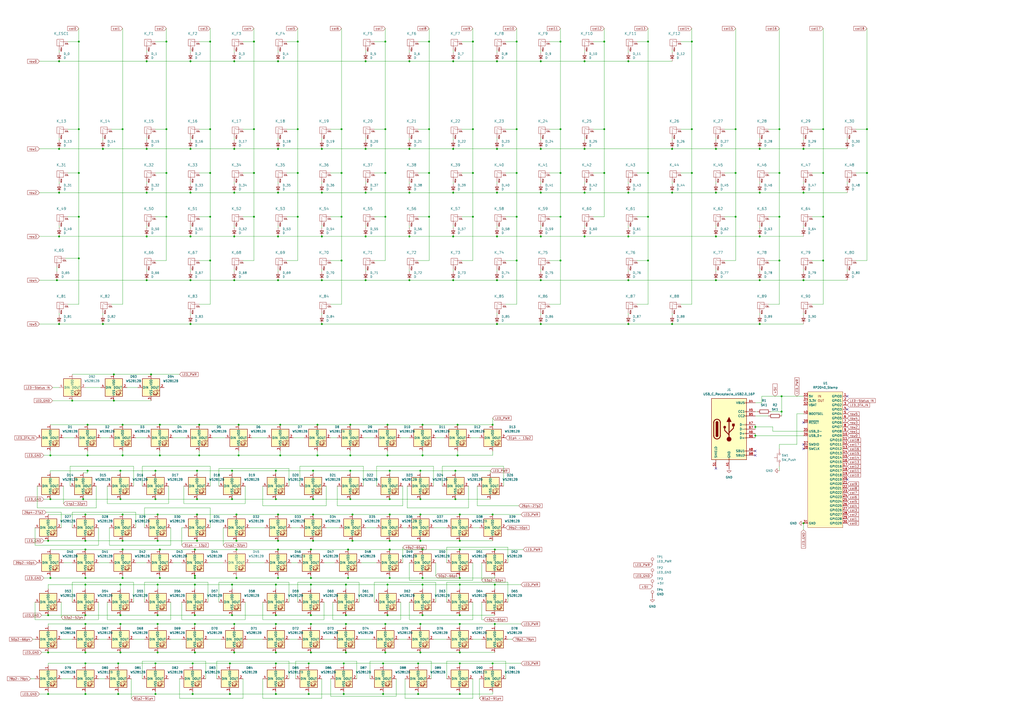
<source format=kicad_sch>
(kicad_sch (version 20231120) (generator "eeschema") (generator_version "8.0")
  (paper "A2")
  (junction (at 113.03 318.77))
  (junction (at 325.12 74.93))
  (junction (at 135.89 361.95))
  (junction (at 401.32 100.33))
  (junction (at 200.66 378.46))
  (junction (at 452.12 151.13))
  (junction (at 350.52 24.13))
  (junction (at 160.02 402.59))
  (junction (at 212.09 111.76))
  (junction (at 111.76 384.81))
  (junction (at 204.47 313.69))
  (junction (at 288.29 35.56))
  (junction (at 114.3 273.05))
  (junction (at 440.69 137.16))
  (junction (at 440.69 86.36))
  (junction (at 114.3 289.56))
  (junction (at 71.12 318.77))
  (junction (at 71.12 335.28))
  (junction (at 135.89 137.16))
  (junction (at 50.8 264.16))
  (junction (at 452.12 74.93))
  (junction (at 110.49 162.56))
  (junction (at 91.44 298.45))
  (junction (at 186.69 162.56))
  (junction (at 90.17 384.81))
  (junction (at 111.76 402.59))
  (junction (at 160.02 384.81))
  (junction (at 264.16 273.05))
  (junction (at 172.72 24.13))
  (junction (at 27.94 356.87))
  (junction (at 415.29 162.56))
  (junction (at 237.49 111.76))
  (junction (at 199.39 384.81))
  (junction (at 313.69 162.56))
  (junction (at 438.15 247.65))
  (junction (at 113.03 335.28))
  (junction (at 50.8 273.05))
  (junction (at 85.09 35.56))
  (junction (at 135.89 378.46))
  (junction (at 68.58 384.81))
  (junction (at 264.16 289.56))
  (junction (at 138.43 246.38))
  (junction (at 90.17 273.05))
  (junction (at 199.39 402.59))
  (junction (at 161.29 298.45))
  (junction (at 453.39 238.76))
  (junction (at 134.62 339.09))
  (junction (at 71.12 264.16))
  (junction (at 415.29 137.16))
  (junction (at 161.29 318.77))
  (junction (at 49.53 335.28))
  (junction (at 161.29 313.69))
  (junction (at 201.93 335.28))
  (junction (at 299.72 100.33))
  (junction (at 288.29 137.16))
  (junction (at 222.25 384.81))
  (junction (at 147.32 100.33))
  (junction (at 34.29 86.36))
  (junction (at 203.2 289.56))
  (junction (at 224.79 246.38))
  (junction (at 92.71 264.16))
  (junction (at 265.43 246.38))
  (junction (at 198.12 151.13))
  (junction (at 325.12 100.33))
  (junction (at 90.17 289.56))
  (junction (at 69.85 289.56))
  (junction (at 113.03 378.46))
  (junction (at 172.72 125.73))
  (junction (at 223.52 74.93))
  (junction (at 162.56 264.16))
  (junction (at 186.69 137.16))
  (junction (at 110.49 35.56))
  (junction (at 389.89 86.36))
  (junction (at 204.47 298.45))
  (junction (at 113.03 339.09))
  (junction (at 114.3 298.45))
  (junction (at 121.92 125.73))
  (junction (at 92.71 318.77))
  (junction (at 49.53 356.87))
  (junction (at 91.44 313.69))
  (junction (at 364.49 137.16))
  (junction (at 45.72 149.86))
  (junction (at 110.49 187.96))
  (junction (at 34.29 187.96))
  (junction (at 237.49 162.56))
  (junction (at 50.8 246.38))
  (junction (at 91.44 356.87))
  (junction (at 137.16 313.69))
  (junction (at 438.15 252.73))
  (junction (at 96.52 100.33))
  (junction (at 325.12 125.73))
  (junction (at 147.32 125.73))
  (junction (at 223.52 24.13))
  (junction (at 85.09 86.36))
  (junction (at 135.89 111.76))
  (junction (at 415.29 86.36))
  (junction (at 224.79 339.09))
  (junction (at 266.7 335.28))
  (junction (at 274.32 100.33))
  (junction (at 243.84 273.05))
  (junction (at 375.92 100.33))
  (junction (at 66.04 232.41))
  (junction (at 71.12 298.45))
  (junction (at 223.52 378.46))
  (junction (at 34.29 111.76))
  (junction (at 91.44 361.95))
  (junction (at 161.29 162.56))
  (junction (at 68.58 402.59))
  (junction (at 203.2 246.38))
  (junction (at 285.75 246.38))
  (junction (at 223.52 100.33))
  (junction (at 184.15 264.16))
  (junction (at 110.49 86.36))
  (junction (at 172.72 100.33))
  (junction (at 90.17 402.59))
  (junction (at 415.29 111.76))
  (junction (at 160.02 289.56))
  (junction (at 49.53 313.69))
  (junction (at 180.34 339.09))
  (junction (at 181.61 289.56))
  (junction (at 237.49 137.16))
  (junction (at 198.12 100.33))
  (junction (at 265.43 264.16))
  (junction (at 248.92 74.93))
  (junction (at 243.84 378.46))
  (junction (at 266.7 313.69))
  (junction (at 45.72 74.93))
  (junction (at 180.34 356.87))
  (junction (at 237.49 86.36))
  (junction (at 172.72 74.93))
  (junction (at 288.29 187.96))
  (junction (at 477.52 100.33))
  (junction (at 71.12 313.69))
  (junction (at 226.06 318.77))
  (junction (at 92.71 246.38))
  (junction (at 181.61 313.69))
  (junction (at 426.72 74.93))
  (junction (at 226.06 335.28))
  (junction (at 466.09 86.36))
  (junction (at 135.89 86.36))
  (junction (at 440.69 162.56))
  (junction (at 502.92 74.93))
  (junction (at 364.49 35.56))
  (junction (at 299.72 151.13))
  (junction (at 180.34 378.46))
  (junction (at 180.34 335.28))
  (junction (at 121.92 74.93))
  (junction (at 198.12 125.73))
  (junction (at 200.66 361.95))
  (junction (at 180.34 318.77))
  (junction (at 134.62 356.87))
  (junction (at 49.53 339.09))
  (junction (at 69.85 273.05))
  (junction (at 245.11 318.77))
  (junction (at 242.57 402.59))
  (junction (at 364.49 111.76))
  (junction (at 466.09 303.53))
  (junction (at 49.53 298.45))
  (junction (at 266.7 402.59))
  (junction (at 245.11 339.09))
  (junction (at 262.89 35.56))
  (junction (at 364.49 162.56))
  (junction (at 161.29 137.16))
  (junction (at 375.92 24.13))
  (junction (at 160.02 273.05))
  (junction (at 287.02 318.77))
  (junction (at 181.61 298.45))
  (junction (at 226.06 298.45))
  (junction (at 287.02 361.95))
  (junction (at 288.29 86.36))
  (junction (at 49.53 361.95))
  (junction (at 186.69 111.76))
  (junction (at 135.89 162.56))
  (junction (at 242.57 384.81))
  (junction (at 41.91 232.41))
  (junction (at 325.12 151.13))
  (junction (at 161.29 111.76))
  (junction (at 137.16 335.28))
  (junction (at 92.71 335.28))
  (junction (at 27.94 402.59))
  (junction (at 59.69 86.36))
  (junction (at 110.49 137.16))
  (junction (at 161.29 86.36))
  (junction (at 160.02 361.95))
  (junction (at 85.09 111.76))
  (junction (at 350.52 74.93))
  (junction (at 34.29 137.16))
  (junction (at 91.44 378.46))
  (junction (at 401.32 74.93))
  (junction (at 313.69 137.16))
  (junction (at 91.44 339.09))
  (junction (at 96.52 125.73))
  (junction (at 285.75 384.81))
  (junction (at 179.07 402.59))
  (junction (at 137.16 298.45))
  (junction (at 313.69 35.56))
  (junction (at 262.89 111.76))
  (junction (at 466.09 111.76))
  (junction (at 66.04 217.17))
  (junction (at 274.32 24.13))
  (junction (at 71.12 246.38))
  (junction (at 266.7 298.45))
  (junction (at 224.79 356.87))
  (junction (at 133.35 384.81))
  (junction (at 452.12 100.33))
  (junction (at 375.92 125.73))
  (junction (at 160.02 356.87))
  (junction (at 226.06 289.56))
  (junction (at 426.72 100.33))
  (junction (at 45.72 100.33))
  (junction (at 110.49 111.76))
  (junction (at 49.53 318.77))
  (junction (at 121.92 151.13))
  (junction (at 69.85 339.09))
  (junction (at 121.92 100.33))
  (junction (at 401.32 24.13))
  (junction (at 138.43 264.16))
  (junction (at 248.92 24.13))
  (junction (at 212.09 162.56))
  (junction (at 181.61 273.05))
  (junction (at 274.32 74.93))
  (junction (at 339.09 111.76))
  (junction (at 200.66 356.87))
  (junction (at 85.09 137.16))
  (junction (at 160.02 378.46))
  (junction (at 453.39 229.87))
  (junction (at 29.21 264.16))
  (junction (at 161.29 335.28))
  (junction (at 69.85 356.87))
  (junction (at 245.11 356.87))
  (junction (at 69.85 378.46))
  (junction (at 113.03 361.95))
  (junction (at 245.11 246.38))
  (junction (at 180.34 361.95))
  (junction (at 133.35 402.59))
  (junction (at 27.94 313.69))
  (junction (at 29.21 289.56))
  (junction (at 115.57 246.38))
  (junction (at 59.69 187.96))
  (junction (at 135.89 35.56))
  (junction (at 45.72 125.73))
  (junction (at 49.53 402.59))
  (junction (at 134.62 273.05))
  (junction (at 339.09 35.56))
  (junction (at 212.09 137.16))
  (junction (at 350.52 100.33))
  (junction (at 49.53 384.81))
  (junction (at 147.32 24.13))
  (junction (at 85.09 162.56))
  (junction (at 389.89 111.76))
  (junction (at 212.09 86.36))
  (junction (at 161.29 35.56))
  (junction (at 200.66 339.09))
  (junction (at 274.32 125.73))
  (junction (at 137.16 318.77))
  (junction (at 96.52 74.93))
  (junction (at 262.89 86.36))
  (junction (at 262.89 162.56))
  (junction (at 198.12 74.93))
  (junction (at 186.69 86.36))
  (junction (at 266.7 361.95))
  (junction (at 262.89 137.16))
  (junction (at 477.52 125.73))
  (junction (at 115.57 264.16))
  (junction (at 313.69 187.96))
  (junction (at 266.7 378.46))
  (junction (at 375.92 151.13))
  (junction (at 27.94 378.46))
  (junction (at 29.21 335.28))
  (junction (at 162.56 246.38))
  (junction (at 184.15 246.38))
  (junction (at 243.84 313.69))
  (junction (at 266.7 339.09))
  (junction (at 96.52 24.13))
  (junction (at 224.79 264.16))
  (junction (at 440.69 187.96))
  (junction (at 287.02 339.09))
  (junction (at 179.07 384.81))
  (junction (at 243.84 289.56))
  (junction (at 45.72 24.13))
  (junction (at 245.11 335.28))
  (junction (at 313.69 111.76))
  (junction (at 266.7 384.81))
  (junction (at 203.2 264.16))
  (junction (at 288.29 111.76))
  (junction (at 339.09 137.16))
  (junction (at 452.12 125.73))
  (junction (at 48.26 289.56))
  (junction (at 477.52 74.93))
  (junction (at 49.53 378.46))
  (junction (at 113.03 356.87))
  (junction (at 364.49 187.96))
  (junction (at 69.85 361.95))
  (junction (at 223.52 361.95))
  (junction (at 502.92 100.33))
  (junction (at 339.09 86.36))
  (junction (at 248.92 100.33))
  (junction (at 243.84 298.45))
  (junction (at 226.06 273.05))
  (junction (at 243.84 361.95))
  (junction (at 299.72 125.73))
  (junction (at 426.72 125.73))
  (junction (at 226.06 313.69))
  (junction (at 71.12 74.93))
  (junction (at 203.2 273.05))
  (junction (at 201.93 318.77))
  (junction (at 134.62 289.56))
  (junction (at 160.02 339.09))
  (junction (at 121.92 24.13))
  (junction (at 266.7 356.87))
  (junction (at 440.69 111.76))
  (junction (at 466.09 162.56))
  (junction (at 245.11 264.16))
  (junction (at 299.72 24.13))
  (junction (at 223.52 125.73))
  (junction (at 285.75 298.45))
  (junction (at 114.3 313.69))
  (junction (at 299.72 74.93))
  (junction (at 248.92 125.73))
  (junction (at 186.69 187.96))
  (junction (at 389.89 187.96))
  (junction (at 212.09 35.56))
  (junction (at 222.25 402.59))
  (junction (at 33.02 162.56))
  (junction (at 266.7 318.77))
  (junction (at 87.63 217.17))
  (junction (at 237.49 35.56))
  (junction (at 34.29 35.56))
  (junction (at 325.12 24.13))
  (junction (at 113.03 334.01))
  (junction (at 288.29 162.56))
  (junction (at 313.69 86.36))
  (junction (at 477.52 151.13))
  (junction (at 147.32 74.93))
  (no_connect (at 438.15 261.62))
  (no_connect (at 491.49 278.13))
  (no_connect (at 491.49 229.87))
  (no_connect (at 466.09 260.35))
  (no_connect (at 438.15 264.16))
  (no_connect (at 415.29 271.78))
  (no_connect (at 491.49 237.49))
  (no_connect (at 466.09 257.81))
  (no_connect (at 466.09 245.11))
  (wire (pts (xy 438.15 246.38) (xy 438.15 247.65)))
  (wire (pts (xy 135.89 156.21) (xy 135.89 157.48)))
  (wire (pts (xy 288.29 130.81) (xy 288.29 132.08)))
  (wire (pts (xy 344.17 125.73) (xy 350.52 125.73)))
  (wire (pts (xy 245.11 335.28) (xy 245.11 334.01)))
  (wire (pts (xy 274.32 336.55) (xy 237.49 336.55)))
  (wire (pts (xy 350.52 16.51) (xy 350.52 24.13)))
  (wire (pts (xy 27.94 378.46) (xy 49.53 378.46)))
  (wire (pts (xy 49.53 318.77) (xy 71.12 318.77)))
  (wire (pts (xy 299.72 176.53) (xy 299.72 151.13)))
  (wire (pts (xy 110.49 162.56) (xy 135.89 162.56)))
  (wire (pts (xy 440.69 86.36) (xy 466.09 86.36)))
  (wire (pts (xy 191.77 74.93) (xy 198.12 74.93)))
  (wire (pts (xy 264.16 289.56) (xy 284.48 289.56)))
  (wire (pts (xy 90.17 402.59) (xy 68.58 402.59)))
  (wire (pts (xy 243.84 361.95) (xy 266.7 361.95)))
  (wire (pts (xy 49.53 334.01) (xy 49.53 335.28)))
  (wire (pts (xy 45.72 176.53) (xy 45.72 149.86)))
  (wire (pts (xy 170.18 254) (xy 176.53 254)))
  (wire (pts (xy 135.89 29.21) (xy 135.89 30.48)))
  (wire (pts (xy 71.12 264.16) (xy 71.12 261.62)))
  (wire (pts (xy 274.32 393.7) (xy 274.32 405.13)))
  (wire (pts (xy 114.3 289.56) (xy 134.62 289.56)))
  (wire (pts (xy 471.17 100.33) (xy 477.52 100.33)))
  (wire (pts (xy 69.85 289.56) (xy 90.17 289.56)))
  (wire (pts (xy 34.29 35.56) (xy 85.09 35.56)))
  (wire (pts (xy 96.52 151.13) (xy 96.52 125.73)))
  (wire (pts (xy 29.21 289.56) (xy 48.26 289.56)))
  (wire (pts (xy 173.99 270.51) (xy 210.82 270.51)))
  (wire (pts (xy 33.02 154.94) (xy 33.02 157.48)))
  (wire (pts (xy 63.5 316.23) (xy 99.06 316.23)))
  (wire (pts (xy 140.97 74.93) (xy 147.32 74.93)))
  (wire (pts (xy 453.39 229.87) (xy 466.09 229.87)))
  (wire (pts (xy 161.29 335.28) (xy 137.16 335.28)))
  (wire (pts (xy 236.22 281.94) (xy 236.22 294.64)))
  (wire (pts (xy 237.49 105.41) (xy 237.49 106.68)))
  (wire (pts (xy 59.69 187.96) (xy 110.49 187.96)))
  (wire (pts (xy 199.39 402.59) (xy 179.07 402.59)))
  (wire (pts (xy 85.09 162.56) (xy 110.49 162.56)))
  (wire (pts (xy 274.32 349.25) (xy 274.32 359.41)))
  (wire (pts (xy 133.35 384.81) (xy 160.02 384.81)))
  (wire (pts (xy 119.38 383.54) (xy 82.55 383.54)))
  (wire (pts (xy 115.57 100.33) (xy 121.92 100.33)))
  (wire (pts (xy 318.77 176.53) (xy 325.12 176.53)))
  (wire (pts (xy 441.96 229.87) (xy 453.39 229.87)))
  (wire (pts (xy 232.41 254) (xy 237.49 254)))
  (wire (pts (xy 477.52 125.73) (xy 477.52 100.33)))
  (wire (pts (xy 237.49 156.21) (xy 237.49 157.48)))
  (wire (pts (xy 99.06 349.25) (xy 99.06 359.41)))
  (wire (pts (xy 167.64 337.82) (xy 127 337.82)))
  (wire (pts (xy 226.06 313.69) (xy 204.47 313.69)))
  (wire (pts (xy 68.58 402.59) (xy 68.58 401.32)))
  (wire (pts (xy 162.56 264.16) (xy 162.56 261.62)))
  (wire (pts (xy 237.49 137.16) (xy 262.89 137.16)))
  (wire (pts (xy 502.92 16.51) (xy 502.92 74.93)))
  (wire (pts (xy 187.96 370.84) (xy 193.04 370.84)))
  (wire (pts (xy 160.02 378.46) (xy 180.34 378.46)))
  (wire (pts (xy 147.32 100.33) (xy 147.32 74.93)))
  (wire (pts (xy 266.7 378.46) (xy 287.02 378.46)))
  (wire (pts (xy 229.87 403.86) (xy 191.77 403.86)))
  (wire (pts (xy 256.54 281.94) (xy 256.54 270.51)))
  (wire (pts (xy 184.15 264.16) (xy 184.15 261.62)))
  (wire (pts (xy 57.15 349.25) (xy 57.15 359.41)))
  (wire (pts (xy 121.92 151.13) (xy 121.92 125.73)))
  (wire (pts (xy 369.57 176.53) (xy 375.92 176.53)))
  (wire (pts (xy 115.57 74.93) (xy 121.92 74.93)))
  (wire (pts (xy 69.85 339.09) (xy 91.44 339.09)))
  (wire (pts (xy 266.7 386.08) (xy 266.7 384.81)))
  (wire (pts (xy 71.12 16.51) (xy 71.12 74.93)))
  (wire (pts (xy 180.34 339.09) (xy 180.34 341.63)))
  (wire (pts (xy 57.15 359.41) (xy 20.32 359.41)))
  (wire (pts (xy 262.89 86.36) (xy 288.29 86.36)))
  (wire (pts (xy 147.32 16.51) (xy 147.32 24.13)))
  (wire (pts (xy 287.02 361.95) (xy 287.02 363.22)))
  (wire (pts (xy 137.16 335.28) (xy 137.16 334.01)))
  (wire (pts (xy 226.06 273.05) (xy 226.06 274.32)))
  (wire (pts (xy 210.82 254) (xy 217.17 254)))
  (wire (pts (xy 161.29 111.76) (xy 186.69 111.76)))
  (wire (pts (xy 110.49 181.61) (xy 110.49 182.88)))
  (wire (pts (xy 110.49 137.16) (xy 135.89 137.16)))
  (wire (pts (xy 167.64 271.78) (xy 167.64 281.94)))
  (wire (pts (xy 299.72 100.33) (xy 299.72 74.93)))
  (wire (pts (xy 135.89 130.81) (xy 135.89 132.08)))
  (wire (pts (xy 127 281.94) (xy 127 271.78)))
  (wire (pts (xy 24.13 378.46) (xy 27.94 378.46)))
  (wire (pts (xy 62.23 281.94) (xy 62.23 292.1)))
  (wire (pts (xy 440.69 105.41) (xy 440.69 106.68)))
  (wire (pts (xy 90.17 24.13) (xy 96.52 24.13)))
  (wire (pts (xy 339.09 111.76) (xy 364.49 111.76)))
  (wire (pts (xy 92.71 264.16) (xy 92.71 261.62)))
  (wire (pts (xy 22.86 402.59) (xy 27.94 402.59)))
  (wire (pts (xy 92.71 335.28) (xy 92.71 334.01)))
  (wire (pts (xy 201.93 318.77) (xy 226.06 318.77)))
  (wire (pts (xy 210.82 270.51) (xy 210.82 281.94)))
  (wire (pts (xy 466.09 111.76) (xy 491.49 111.76)))
  (wire (pts (xy 90.17 402.59) (xy 90.17 401.32)))
  (wire (pts (xy 191.77 151.13) (xy 198.12 151.13)))
  (wire (pts (xy 318.77 74.93) (xy 325.12 74.93)))
  (wire (pts (xy 22.86 111.76) (xy 34.29 111.76)))
  (wire (pts (xy 350.52 100.33) (xy 350.52 74.93)))
  (wire (pts (xy 113.03 378.46) (xy 135.89 378.46)))
  (wire (pts (xy 110.49 156.21) (xy 110.49 157.48)))
  (wire (pts (xy 199.39 402.59) (xy 199.39 401.32)))
  (wire (pts (xy 22.86 35.56) (xy 34.29 35.56)))
  (wire (pts (xy 262.89 130.81) (xy 262.89 132.08)))
  (wire (pts (xy 233.68 293.37) (xy 233.68 281.94)))
  (wire (pts (xy 203.2 246.38) (xy 224.79 246.38)))
  (wire (pts (xy 218.44 281.94) (xy 218.44 270.51)))
  (wire (pts (xy 78.74 326.39) (xy 85.09 326.39)))
  (wire (pts (xy 120.65 326.39) (xy 129.54 326.39)))
  (wire (pts (xy 243.84 378.46) (xy 223.52 378.46)))
  (wire (pts (xy 462.28 240.03) (xy 462.28 257.81)))
  (wire (pts (xy 96.52 24.13) (xy 96.52 74.93)))
  (wire (pts (xy 49.53 384.81) (xy 68.58 384.81)))
  (wire (pts (xy 105.41 306.07) (xy 106.68 306.07)))
  (wire (pts (xy 90.17 100.33) (xy 96.52 100.33)))
  (wire (pts (xy 394.97 176.53) (xy 401.32 176.53)))
  (wire (pts (xy 63.5 306.07) (xy 63.5 316.23)))
  (wire (pts (xy 200.66 339.09) (xy 224.79 339.09)))
  (wire (pts (xy 471.17 74.93) (xy 477.52 74.93)))
  (wire (pts (xy 134.62 274.32) (xy 134.62 273.05)))
  (wire (pts (xy 179.07 386.08) (xy 179.07 384.81)))
  (wire (pts (xy 401.32 24.13) (xy 401.32 74.93)))
  (wire (pts (xy 45.72 125.73) (xy 45.72 100.33)))
  (wire (pts (xy 85.09 130.81) (xy 85.09 132.08)))
  (wire (pts (xy 294.64 337.82) (xy 259.08 337.82)))
  (wire (pts (xy 242.57 402.59) (xy 242.57 401.32)))
  (wire (pts (xy 160.02 339.09) (xy 160.02 341.63)))
  (wire (pts (xy 274.32 151.13) (xy 274.32 125.73)))
  (wire (pts (xy 85.09 105.41) (xy 85.09 106.68)))
  (wire (pts (xy 262.89 162.56) (xy 288.29 162.56)))
  (wire (pts (xy 242.57 74.93) (xy 248.92 74.93)))
  (wire (pts (xy 179.07 402.59) (xy 179.07 401.32)))
  (wire (pts (xy 267.97 74.93) (xy 274.32 74.93)))
  (wire (pts (xy 389.89 80.01) (xy 389.89 81.28)))
  (wire (pts (xy 69.85 339.09) (xy 69.85 341.63)))
  (wire (pts (xy 266.7 339.09) (xy 287.02 339.09)))
  (wire (pts (xy 29.21 273.05) (xy 50.8 273.05)))
  (wire (pts (xy 212.09 29.21) (xy 212.09 30.48)))
  (wire (pts (xy 243.84 313.69) (xy 226.06 313.69)))
  (wire (pts (xy 121.92 16.51) (xy 121.92 24.13)))
  (wire (pts (xy 313.69 156.21) (xy 313.69 157.48)))
  (wire (pts (xy 167.64 349.25) (xy 167.64 337.82)))
  (wire (pts (xy 115.57 246.38) (xy 138.43 246.38)))
  (wire (pts (xy 49.53 313.69) (xy 71.12 313.69)))
  (wire (pts (xy 251.46 370.84) (xy 259.08 370.84)))
  (wire (pts (xy 127 337.82) (xy 127 349.25)))
  (wire (pts (xy 285.75 242.57) (xy 285.75 246.38)))
  (wire (pts (xy 71.12 335.28) (xy 92.71 335.28)))
  (wire (pts (xy 167.64 370.84) (xy 172.72 370.84)))
  (wire (pts (xy 137.16 298.45) (xy 161.29 298.45)))
  (wire (pts (xy 49.53 335.28) (xy 29.21 335.28)))
  (wire (pts (xy 29.21 318.77) (xy 49.53 318.77)))
  (wire (pts (xy 226.06 289.56) (xy 243.84 289.56)))
  (wire (pts (xy 35.56 349.25) (xy 35.56 358.14)))
  (wire (pts (xy 212.09 111.76) (xy 237.49 111.76)))
  (wire (pts (xy 35.56 370.84) (xy 41.91 370.84)))
  (wire (pts (xy 39.37 24.13) (xy 45.72 24.13)))
  (wire (pts (xy 180.34 335.28) (xy 161.29 335.28)))
  (wire (pts (xy 243.84 363.22) (xy 243.84 361.95)))
  (wire (pts (xy 138.43 246.38) (xy 162.56 246.38)))
  (wire (pts (xy 25.4 289.56) (xy 29.21 289.56)))
  (wire (pts (xy 68.58 384.81) (xy 68.58 386.08)))
  (wire (pts (xy 288.29 156.21) (xy 288.29 157.48)))
  (wire (pts (xy 140.97 24.13) (xy 147.32 24.13)))
  (wire (pts (xy 266.7 298.45) (xy 285.75 298.45)))
  (wire (pts (xy 90.17 273.05) (xy 114.3 273.05)))
  (wire (pts (xy 278.13 393.7) (xy 278.13 405.13)))
  (wire (pts (xy 142.24 359.41) (xy 105.41 359.41)))
  (wire (pts (xy 293.37 74.93) (xy 299.72 74.93)))
  (wire (pts (xy 204.47 313.69) (xy 181.61 313.69)))
  (wire (pts (xy 203.2 273.05) (xy 226.06 273.05)))
  (wire (pts (xy 248.92 24.13) (xy 248.92 74.93)))
  (wire (pts (xy 96.52 16.51) (xy 96.52 24.13)))
  (wire (pts (xy 199.39 386.08) (xy 199.39 384.81)))
  (wire (pts (xy 440.69 187.96) (xy 466.09 187.96)))
  (wire (pts (xy 38.1 149.86) (xy 45.72 149.86)))
  (wire (pts (xy 266.7 335.28) (xy 266.7 334.01)))
  (wire (pts (xy 27.94 361.95) (xy 49.53 361.95)))
  (wire (pts (xy 222.25 384.81) (xy 242.57 384.81)))
  (wire (pts (xy 325.12 100.33) (xy 325.12 74.93)))
  (wire (pts (xy 223.52 100.33) (xy 223.52 74.93)))
  (wire (pts (xy 29.21 334.01) (xy 29.21 335.28)))
  (wire (pts (xy 71.12 264.16) (xy 92.71 264.16)))
  (wire (pts (xy 243.84 273.05) (xy 243.84 274.32)))
  (wire (pts (xy 168.91 326.39) (xy 172.72 326.39)))
  (wire (pts (xy 209.55 326.39) (xy 218.44 326.39)))
  (wire (pts (xy 237.49 29.21) (xy 237.49 30.48)))
  (wire (pts (xy 369.57 100.33) (xy 375.92 100.33)))
  (wire (pts (xy 266.7 402.59) (xy 266.7 401.32)))
  (wire (pts (xy 415.29 162.56) (xy 440.69 162.56)))
  (wire (pts (xy 111.76 402.59) (xy 90.17 402.59)))
  (wire (pts (xy 245.11 339.09) (xy 266.7 339.09)))
  (wire (pts (xy 58.42 254) (xy 63.5 254)))
  (wire (pts (xy 274.32 100.33) (xy 274.32 74.93)))
  (wire (pts (xy 294.64 349.25) (xy 294.64 337.82)))
  (wire (pts (xy 208.28 349.25) (xy 208.28 337.82)))
  (wire (pts (xy 420.37 100.33) (xy 426.72 100.33)))
  (wire (pts (xy 180.34 378.46) (xy 200.66 378.46)))
  (wire (pts (xy 364.49 105.41) (xy 364.49 106.68)))
  (wire (pts (xy 440.69 156.21) (xy 440.69 157.48)))
  (wire (pts (xy 143.51 370.84) (xy 152.4 370.84)))
  (wire (pts (xy 39.37 176.53) (xy 45.72 176.53)))
  (wire (pts (xy 237.49 111.76) (xy 262.89 111.76)))
  (wire (pts (xy 266.7 356.87) (xy 287.02 356.87)))
  (wire (pts (xy 198.12 151.13) (xy 198.12 125.73)))
  (wire (pts (xy 375.92 125.73) (xy 375.92 100.33)))
  (wire (pts (xy 389.89 30.48) (xy 389.89 29.21)))
  (wire (pts (xy 245.11 264.16) (xy 245.11 261.62)))
  (wire (pts (xy 415.29 156.21) (xy 415.29 157.48)))
  (wire (pts (xy 195.58 281.94) (xy 195.58 293.37)))
  (wire (pts (xy 69.85 378.46) (xy 91.44 378.46)))
  (wire (pts (xy 19.05 370.84) (xy 20.32 370.84)))
  (wire (pts (xy 266.7 335.28) (xy 245.11 335.28)))
  (wire (pts (xy 245.11 264.16) (xy 265.43 264.16)))
  (wire (pts (xy 160.02 386.08) (xy 160.02 384.81)))
  (wire (pts (xy 135.89 35.56) (xy 161.29 35.56)))
  (wire (pts (xy 147.32 125.73) (xy 147.32 100.33)))
  (wire (pts (xy 471.17 176.53) (xy 477.52 176.53)))
  (wire (pts (xy 167.64 393.7) (xy 167.64 383.54)))
  (wire (pts (xy 50.8 264.16) (xy 71.12 264.16)))
  (wire (pts (xy 110.49 187.96) (xy 186.69 187.96)))
  (wire (pts (xy 477.52 176.53) (xy 477.52 151.13)))
  (wire (pts (xy 389.89 105.41) (xy 389.89 106.68)))
  (wire (pts (xy 160.02 384.81) (xy 179.07 384.81)))
  (wire (pts (xy 364.49 29.21) (xy 364.49 30.48)))
  (wire (pts (xy 59.69 86.36) (xy 85.09 86.36)))
  (wire (pts (xy 120.65 349.25) (xy 120.65 337.82)))
  (wire (pts (xy 248.92 125.73) (xy 248.92 100.33)))
  (wire (pts (xy 133.35 384.81) (xy 111.76 384.81)))
  (wire (pts (xy 144.78 326.39) (xy 153.67 326.39)))
  (wire (pts (xy 49.53 356.87) (xy 69.85 356.87)))
  (wire (pts (xy 466.09 250.19) (xy 448.31 250.19)))
  (wire (pts (xy 217.17 151.13) (xy 223.52 151.13)))
  (wire (pts (xy 224.79 356.87) (xy 245.11 356.87)))
  (wire (pts (xy 242.57 100.33) (xy 248.92 100.33)))
  (wire (pts (xy 83.82 294.64) (xy 83.82 306.07)))
  (wire (pts (xy 502.92 100.33) (xy 502.92 74.93)))
  (wire (pts (xy 142.24 292.1) (xy 142.24 281.94)))
  (wire (pts (xy 477.52 100.33) (xy 477.52 74.93)))
  (wire (pts (xy 462.28 240.03) (xy 466.09 240.03)))
  (wire (pts (xy 147.32 151.13) (xy 147.32 125.73)))
  (wire (pts (xy 186.69 111.76) (xy 212.09 111.76)))
  (wire (pts (xy 212.09 86.36) (xy 237.49 86.36)))
  (wire (pts (xy 134.62 356.87) (xy 160.02 356.87)))
  (wire (pts (xy 187.96 359.41) (xy 152.4 359.41)))
  (wire (pts (xy 217.17 24.13) (xy 223.52 24.13)))
  (wire (pts (xy 27.94 339.09) (xy 49.53 339.09)))
  (wire (pts (xy 168.91 306.07) (xy 173.99 306.07)))
  (wire (pts (xy 189.23 306.07) (xy 196.85 306.07)))
  (wire (pts (xy 250.19 393.7) (xy 250.19 383.54)))
  (wire (pts (xy 99.06 316.23) (xy 99.06 306.07)))
  (wire (pts (xy 339.09 130.81) (xy 339.09 132.08)))
  (wire (pts (xy 27.94 361.95) (xy 27.94 363.22)))
  (wire (pts (xy 191.77 100.33) (xy 198.12 100.33)))
  (wire (pts (xy 27.94 356.87) (xy 49.53 356.87)))
  (wire (pts (xy 259.08 317.5) (xy 259.08 326.39)))
  (wire (pts (xy 200.66 378.46) (xy 200.66 377.19)))
  (wire (pts (xy 226.06 335.28) (xy 245.11 335.28)))
  (wire (pts (xy 135.89 86.36) (xy 161.29 86.36)))
  (wire (pts (xy 161.29 29.21) (xy 161.29 30.48)))
  (wire (pts (xy 171.45 383.54) (xy 171.45 393.7)))
  (wire (pts (xy 287.02 335.28) (xy 287.02 334.01)))
  (wire (pts (xy 288.29 187.96) (xy 313.69 187.96)))
  (wire (pts (xy 121.92 125.73) (xy 121.92 100.33)))
  (wire (pts (xy 161.29 80.01) (xy 161.29 81.28)))
  (wire (pts (xy 259.08 383.54) (xy 259.08 393.7)))
  (wire (pts (xy 90.17 151.13) (xy 96.52 151.13)))
  (wire (pts (xy 186.69 405.13) (xy 152.4 405.13)))
  (wire (pts (xy 201.93 335.28) (xy 180.34 335.28)))
  (wire (pts (xy 223.52 16.51) (xy 223.52 24.13)))
  (wire (pts (xy 267.97 125.73) (xy 274.32 125.73)))
  (wire (pts (xy 100.33 326.39) (xy 105.41 326.39)))
  (wire (pts (xy 415.29 130.81) (xy 415.29 132.08)))
  (wire (pts (xy 85.09 156.21) (xy 85.09 157.48)))
  (wire (pts (xy 34.29 86.36) (xy 59.69 86.36)))
  (wire (pts (xy 66.04 217.17) (xy 87.63 217.17)))
  (wire (pts (xy 452.12 125.73) (xy 452.12 100.33)))
  (wire (pts (xy 87.63 217.17) (xy 104.14 217.17)))
  (wire (pts (xy 172.72 24.13) (xy 172.72 74.93)))
  (wire (pts (xy 293.37 125.73) (xy 299.72 125.73)))
  (wire (pts (xy 34.29 137.16) (xy 85.09 137.16)))
  (wire (pts (xy 415.29 137.16) (xy 440.69 137.16)))
  (wire (pts (xy 69.85 273.05) (xy 90.17 273.05)))
  (wire (pts (xy 36.83 326.39) (xy 41.91 326.39)))
  (wire (pts (xy 223.52 24.13) (xy 223.52 74.93)))
  (wire (pts (xy 252.73 349.25) (xy 252.73 337.82)))
  (wire (pts (xy 66.04 232.41) (xy 87.63 232.41)))
  (wire (pts (xy 146.05 254) (xy 154.94 254)))
  (wire (pts (xy 140.97 125.73) (xy 147.32 125.73)))
  (wire (pts (xy 105.41 359.41) (xy 105.41 349.25)))
  (wire (pts (xy 212.09 105.41) (xy 212.09 106.68)))
  (wire (pts (xy 113.03 356.87) (xy 134.62 356.87)))
  (wire (pts (xy 441.96 233.68) (xy 441.96 229.87)))
  (wire (pts (xy 49.53 339.09) (xy 49.53 341.63)))
  (wire (pts (xy 466.09 86.36) (xy 491.49 86.36)))
  (wire (pts (xy 27.94 402.59) (xy 27.94 401.32)))
  (wire (pts (xy 222.25 386.08) (xy 222.25 384.81)))
  (wire (pts (xy 135.89 363.22) (xy 135.89 361.95)))
  (wire (pts (xy 115.57 151.13) (xy 121.92 151.13)))
  (wire (pts (xy 133.35 402.59) (xy 111.76 402.59)))
  (wire (pts (xy 288.29 105.41) (xy 288.29 106.68)))
  (wire (pts (xy 25.4 335.28) (xy 29.21 335.28)))
  (wire (pts (xy 266.7 384.81) (xy 285.75 384.81)))
  (wire (pts (xy 266.7 361.95) (xy 287.02 361.95)))
  (wire (pts (xy 262.89 35.56) (xy 288.29 35.56)))
  (wire (pts (xy 49.53 402.59) (xy 27.94 402.59)))
  (wire (pts (xy 299.72 24.13) (xy 299.72 74.93)))
  (wire (pts (xy 104.14 405.13) (xy 104.14 393.7)))
  (wire (pts (xy 285.75 402.59) (xy 285.75 401.32)))
  (wire (pts (xy 466.09 307.34) (xy 466.09 303.53)))
  (wire (pts (xy 85.09 111.76) (xy 110.49 111.76)))
  (wire (pts (xy 274.32 405.13) (xy 234.95 405.13)))
  (wire (pts (xy 285.75 384.81) (xy 302.26 384.81)))
  (wire (pts (xy 364.49 137.16) (xy 415.29 137.16)))
  (wire (pts (xy 313.69 29.21) (xy 313.69 30.48)))
  (wire (pts (xy 191.77 125.73) (xy 198.12 125.73)))
  (wire (pts (xy 453.39 238.76) (xy 453.39 241.3)))
  (wire (pts (xy 440.69 130.81) (xy 440.69 132.08)))
  (wire (pts (xy 82.55 270.51) (xy 121.92 270.51)))
  (wire (pts (xy 140.97 100.33) (xy 147.32 100.33)))
  (wire (pts (xy 325.12 151.13) (xy 325.12 125.73)))
  (wire (pts (xy 33.02 162.56) (xy 85.09 162.56)))
  (wire (pts (xy 160.02 363.22) (xy 160.02 361.95)))
  (wire (pts (xy 496.57 100.33) (xy 502.92 100.33)))
  (wire (pts (xy 224.79 264.16) (xy 245.11 264.16)))
  (wire (pts (xy 92.71 264.16) (xy 115.57 264.16)))
  (wire (pts (xy 426.72 151.13) (xy 426.72 125.73)))
  (wire (pts (xy 274.32 24.13) (xy 274.32 74.93)))
  (wire (pts (xy 49.53 401.32) (xy 49.53 402.59)))
  (wire (pts (xy 293.37 151.13) (xy 299.72 151.13)))
  (wire (pts (xy 106.68 281.94) (xy 106.68 292.1)))
  (wire (pts (xy 111.76 384.81) (xy 111.76 386.08)))
  (wire (pts (xy 186.69 162.56) (xy 212.09 162.56)))
  (wire (pts (xy 313.69 80.01) (xy 313.69 81.28)))
  (wire (pts (xy 232.41 359.41) (xy 193.04 359.41)))
  (wire (pts (xy 113.03 339.09) (xy 113.03 341.63)))
  (wire (pts (xy 242.57 402.59) (xy 222.25 402.59)))
  (wire (pts (xy 91.44 356.87) (xy 113.03 356.87)))
  (wire (pts (xy 91.44 363.22) (xy 91.44 361.95)))
  (wire (pts (xy 135.89 378.46) (xy 160.02 378.46)))
  (wire (pts (xy 161.29 335.28) (xy 161.29 334.01)))
  (wire (pts (xy 113.03 318.77) (xy 137.16 318.77)))
  (wire (pts (xy 452.12 257.81) (xy 452.12 260.35)))
  (wire (pts (xy 161.29 86.36) (xy 186.69 86.36)))
  (wire (pts (xy 110.49 130.81) (xy 110.49 132.08)))
  (wire (pts (xy 35.56 297.18) (xy 26.67 297.18)))
  (wire (pts (xy 77.47 270.51) (xy 77.47 281.94)))
  (wire (pts (xy 152.4 281.94) (xy 152.4 293.37)))
  (wire (pts (xy 161.29 156.21) (xy 161.29 157.48)))
  (wire (pts (xy 375.92 151.13) (xy 375.92 125.73)))
  (wire (pts (xy 452.12 100.33) (xy 452.12 74.93)))
  (wire (pts (xy 313.69 111.76) (xy 339.09 111.76)))
  (wire (pts (xy 110.49 86.36) (xy 135.89 86.36)))
  (wire (pts (xy 92.71 335.28) (xy 113.03 335.28)))
  (wire (pts (xy 318.77 100.33) (xy 325.12 100.33)))
  (wire (pts (xy 49.53 298.45) (xy 71.12 298.45)))
  (wire (pts (xy 134.62 273.05) (xy 160.02 273.05)))
  (wire (pts (xy 401.32 176.53) (xy 401.32 100.33)))
  (wire (pts (xy 438.15 233.68) (xy 441.96 233.68)))
  (wire (pts (xy 208.28 337.82) (xy 172.72 337.82)))
  (wire (pts (xy 299.72 125.73) (xy 299.72 100.33)))
  (wire (pts (xy 160.02 356.87) (xy 180.34 356.87)))
  (wire (pts (xy 140.97 393.7) (xy 140.97 405.13)))
  (wire (pts (xy 274.32 326.39) (xy 274.32 336.55)))
  (wire (pts (xy 222.25 402.59) (xy 222.25 401.32)))
  (wire (pts (xy 115.57 176.53) (xy 121.92 176.53)))
  (wire (pts (xy 111.76 402.59) (xy 111.76 401.32)))
  (wire (pts (xy 394.97 24.13) (xy 401.32 24.13)))
  (wire (pts (xy 59.69 181.61) (xy 59.69 182.88)))
  (wire (pts (xy 160.02 361.95) (xy 180.34 361.95)))
  (wire (pts (xy 491.49 156.21) (xy 491.49 157.48)))
  (wire (pts (xy 200.66 378.46) (xy 223.52 378.46)))
  (wire (pts (xy 252.73 326.39) (xy 252.73 334.01)))
  (wire (pts (xy 226.06 298.45) (xy 243.84 298.45)))
  (wire (pts (xy 217.17 100.33) (xy 223.52 100.33)))
  (wire (pts (xy 186.69 86.36) (xy 212.09 86.36)))
  (wire (pts (xy 85.09 29.21) (xy 85.09 30.48)))
  (wire (pts (xy 22.86 162.56) (xy 33.02 162.56)))
  (wire (pts (xy 90.17 289.56) (xy 114.3 289.56)))
  (wire (pts (xy 447.04 238.76) (xy 453.39 238.76)))
  (wire (pts (xy 415.29 111.76) (xy 440.69 111.76)))
  (wire (pts (xy 276.86 281.94) (xy 276.86 293.37)))
  (wire (pts (xy 64.77 176.53) (xy 71.12 176.53)))
  (wire (pts (xy 438.15 247.65) (xy 438.15 248.92)))
  (wire (pts (xy 389.89 111.76) (xy 415.29 111.76)))
  (wire (pts (xy 121.92 176.53) (xy 121.92 151.13)))
  (wire (pts (xy 245.11 339.09) (xy 245.11 341.63)))
  (wire (pts (xy 180.34 361.95) (xy 200.66 361.95)))
  (wire (pts (xy 294.64 317.5) (xy 259.08 317.5)))
  (wire (pts (xy 123.19 254) (xy 130.81 254)))
  (wire (pts (xy 207.01 383.54) (xy 171.45 383.54)))
  (wire (pts (xy 288.29 111.76) (xy 313.69 111.76)))
  (wire (pts (xy 243.84 273.05) (xy 264.16 273.05)))
  (wire (pts (xy 173.99 281.94) (xy 173.99 270.51)))
  (wire (pts (xy 160.02 273.05) (xy 181.61 273.05)))
  (wire (pts (xy 445.77 176.53) (xy 452.12 176.53)))
  (wire (pts (xy 251.46 306.07) (xy 259.08 306.07)))
  (wire (pts (xy 293.37 383.54) (xy 259.08 383.54)))
  (wire (pts (xy 40.64 270.51) (xy 77.47 270.51)))
  (wire (pts (xy 264.16 273.05) (xy 284.48 273.05)))
  (wire (pts (xy 91.44 313.69) (xy 114.3 313.69)))
  (wire (pts (xy 203.2 264.16) (xy 203.2 261.62)))
  (wire (pts (xy 375.92 16.51) (xy 375.92 24.13)))
  (wire (pts (xy 200.66 356.87) (xy 224.79 356.87)))
  (wire (pts (xy 237.49 86.36) (xy 262.89 86.36)))
  (wire (pts (xy 27.94 313.69) (xy 49.53 313.69)))
  (wire (pts (xy 140.97 405.13) (xy 104.14 405.13)))
  (wire (pts (xy 161.29 105.41) (xy 161.29 106.68)))
  (wire (pts (xy 375.92 24.13) (xy 375.92 100.33)))
  (wire (pts (xy 91.44 339.09) (xy 91.44 341.63)))
  (wire (pts (xy 466.09 181.61) (xy 466.09 182.88)))
  (wire (pts (xy 502.92 151.13) (xy 502.92 100.33)))
  (wire (pts (xy 186.69 80.01) (xy 186.69 81.28)))
  (wire (pts (xy 186.69 156.21) (xy 186.69 157.48)))
  (wire (pts (xy 29.21 264.16) (xy 50.8 264.16)))
  (wire (pts (xy 77.47 337.82) (xy 41.91 337.82)))
  (wire (pts (xy 364.49 187.96) (xy 389.89 187.96)))
  (wire (pts (xy 264.16 273.05) (xy 264.16 274.32)))
  (wire (pts (xy 274.32 16.51) (xy 274.32 24.13)))
  (wire (pts (xy 17.78 393.7) (xy 20.32 393.7)))
  (wire (pts (xy 462.28 257.81) (xy 452.12 257.81)))
  (wire (pts (xy 265.43 246.38) (xy 285.75 246.38)))
  (wire (pts (xy 49.53 339.09) (xy 69.85 339.09)))
  (wire (pts (xy 134.62 339.09) (xy 160.02 339.09)))
  (wire (pts (xy 34.29 111.76) (xy 85.09 111.76)))
  (wire (pts (xy 203.2 289.56) (xy 226.06 289.56)))
  (wire (pts (xy 438.15 241.3) (xy 445.77 241.3)))
  (wire (pts (xy 453.39 229.87) (xy 453.39 238.76)))
  (wire (pts (xy 45.72 149.86) (xy 45.72 125.73)))
  (wire (pts (xy 285.75 402.59) (xy 266.7 402.59)))
  (wire (pts (xy 426.72 125.73) (xy 426.72 100.33)))
  (wire (pts (xy 274.32 306.07) (xy 278.13 306.07)))
  (wire (pts (xy 242.57 386.08) (xy 242.57 384.81)))
  (wire (pts (xy 198.12 100.33) (xy 198.12 74.93)))
  (wire (pts (xy 179.07 402.59) (xy 160.02 402.59)))
  (wire (pts (xy 203.2 264.16) (xy 224.79 264.16)))
  (wire (pts (xy 114.3 273.05) (xy 134.62 273.05)))
  (wire (pts (xy 115.57 264.16) (xy 115.57 261.62)))
  (wire (pts (xy 313.69 137.16) (xy 339.09 137.16)))
  (wire (pts (xy 251.46 270.51) (xy 251.46 281.94)))
  (wire (pts (xy 293.37 176.53) (xy 299.72 176.53)))
  (wire (pts (xy 207.01 393.7) (xy 207.01 383.54)))
  (wire (pts (xy 85.09 86.36) (xy 110.49 86.36)))
  (wire (pts (xy 266.7 402.59) (xy 242.57 402.59)))
  (wire (pts (xy 287.02 339.09) (xy 287.02 341.63)))
  (wire (pts (xy 350.52 125.73) (xy 350.52 100.33)))
  (wire (pts (xy 243.84 298.45) (xy 266.7 298.45)))
  (wire (pts (xy 262.89 80.01) (xy 262.89 81.28)))
  (wire (pts (xy 186.69 130.81) (xy 186.69 132.08)))
  (wire (pts (xy 68.58 384.81) (xy 90.17 384.81)))
  (wire (pts (xy 218.44 270.51) (xy 251.46 270.51)))
  (wire (pts (xy 201.93 335.28) (xy 201.93 334.01)))
  (wire (pts (xy 226.06 318.77) (xy 245.11 318.77)))
  (wire (pts (xy 133.35 386.08) (xy 133.35 384.81)))
  (wire (pts (xy 274.32 370.84) (xy 279.4 370.84)))
  (wire (pts (xy 415.29 105.41) (xy 415.29 106.68)))
  (wire (pts (xy 77.47 370.84) (xy 83.82 370.84)))
  (wire (pts (xy 39.37 74.93) (xy 45.72 74.93)))
  (wire (pts (xy 224.79 339.09) (xy 245.11 339.09)))
  (wire (pts (xy 223.52 125.73) (xy 223.52 100.33)))
  (wire (pts (xy 212.09 162.56) (xy 237.49 162.56)))
  (wire (pts (xy 29.21 261.62) (xy 29.21 264.16)))
  (wire (pts (xy 62.23 359.41) (xy 62.23 349.25)))
  (wire (pts (xy 252.73 337.82) (xy 217.17 337.82)))
  (wire (pts (xy 99.06 370.84) (xy 105.41 370.84)))
  (wire (pts (xy 394.97 74.93) (xy 401.32 74.93)))
  (wire (pts (xy 234.95 405.13) (xy 234.95 393.7)))
  (wire (pts (xy 350.52 24.13) (xy 350.52 74.93)))
  (wire (pts (xy 121.92 270.51) (xy 121.92 281.94)))
  (wire (pts (xy 293.37 24.13) (xy 299.72 24.13)))
  (wire (pts (xy 92.71 246.38) (xy 115.57 246.38)))
  (wire (pts (xy 452.12 176.53) (xy 452.12 151.13)))
  (wire (pts (xy 339.09 105.41) (xy 339.09 106.68)))
  (wire (pts (xy 49.53 361.95) (xy 49.53 363.22)))
  (wire (pts (xy 45.72 24.13) (xy 45.72 74.93)))
  (wire (pts (xy 339.09 29.21) (xy 339.09 30.48)))
  (wire (pts (xy 344.17 100.33) (xy 350.52 100.33)))
  (wire (pts (xy 259.08 337.82) (xy 259.08 349.25)))
  (wire (pts (xy 181.61 298.45) (xy 204.47 298.45)))
  (wire (pts (xy 69.85 274.32) (xy 69.85 273.05)))
  (wire (pts (xy 471.17 125.73) (xy 477.52 125.73)))
  (wire (pts (xy 69.85 361.95) (xy 91.44 361.95)))
  (wire (pts (xy 318.77 125.73) (xy 325.12 125.73)))
  (wire (pts (xy 160.02 402.59) (xy 133.35 402.59)))
  (wire (pts (xy 318.77 151.13) (xy 325.12 151.13)))
  (wire (pts (xy 20.32 359.41) (xy 20.32 349.25)))
  (wire (pts (xy 166.37 100.33) (xy 172.72 100.33)))
  (wire (pts (xy 212.09 156.21) (xy 212.09 157.48)))
  (wire (pts (xy 115.57 24.13) (xy 121.92 24.13)))
  (wire (pts (xy 27.94 384.81) (xy 49.53 384.81)))
  (wire (pts (xy 144.78 306.07) (xy 153.67 306.07)))
  (wire (pts (xy 233.68 306.07) (xy 236.22 306.07)))
  (wire (pts (xy 91.44 361.95) (xy 113.03 361.95)))
  (wire (pts (xy 401.32 100.33) (xy 401.32 74.93)))
  (wire (pts (xy 186.69 393.7) (xy 186.69 405.13)))
  (wire (pts (xy 167.64 383.54) (xy 125.73 383.54)))
  (wire (pts (xy 452.12 16.51) (xy 452.12 74.93)))
  (wire (pts (xy 68.58 402.59) (xy 49.53 402.59)))
  (wire (pts (xy 313.69 181.61) (xy 313.69 182.88)))
  (wire (pts (xy 426.72 100.33) (xy 426.72 74.93)))
  (wire (pts (xy 325.12 125.73) (xy 325.12 100.33)))
  (wire (pts (xy 137.16 335.28) (xy 113.03 335.28)))
  (wire (pts (xy 445.77 151.13) (xy 452.12 151.13)))
  (wire (pts (xy 49.53 386.08) (xy 49.53 384.81)))
  (wire (pts (xy 64.77 74.93) (xy 71.12 74.93)))
  (wire (pts (xy 266.7 363.22) (xy 266.7 361.95)))
  (wire (pts (xy 325.12 16.51) (xy 325.12 24.13)))
  (wire (pts (xy 34.29 181.61) (xy 34.29 182.88)))
  (wire (pts (xy 313.69 105.41) (xy 313.69 106.68)))
  (wire (pts (xy 90.17 125.73) (xy 96.52 125.73)))
  (wire (pts (xy 21.59 281.94) (xy 21.59 294.64)))
  (wire (pts (xy 466.09 80.01) (xy 466.09 81.28)))
  (wire (pts (xy 466.09 156.21) (xy 466.09 157.48)))
  (wire (pts (xy 180.34 335.28) (xy 180.34 334.01)))
  (wire (pts (xy 226.06 335.28) (xy 226.06 334.01)))
  (wire (pts (xy 147.32 24.13) (xy 147.32 74.93)))
  (wire (pts (xy 452.12 151.13) (xy 452.12 125.73)))
  (wire (pts (xy 121.92 100.33) (xy 121.92 74.93)))
  (wire (pts (xy 266.7 341.63) (xy 266.7 339.09)))
  (wire (pts (xy 34.29 80.01) (xy 34.29 81.28)))
  (wire (pts (xy 30.48 232.41) (xy 41.91 232.41)))
  (wire (pts (xy 242.57 151.13) (xy 248.92 151.13)))
  (wire (pts (xy 162.56 264.16) (xy 184.15 264.16)))
  (wire (pts (xy 415.29 86.36) (xy 440.69 86.36)))
  (wire (pts (xy 120.65 370.84) (xy 128.27 370.84)))
  (wire (pts (xy 49.53 378.46) (xy 69.85 378.46)))
  (wire (pts (xy 339.09 137.16) (xy 364.49 137.16)))
  (wire (pts (xy 344.17 24.13) (xy 350.52 24.13)))
  (wire (pts (xy 339.09 86.36) (xy 389.89 86.36)))
  (wire (pts (xy 369.57 125.73) (xy 375.92 125.73)))
  (wire (pts (xy 266.7 313.69) (xy 243.84 313.69)))
  (wire (pts (xy 248.92 100.33) (xy 248.92 74.93)))
  (wire (pts (xy 199.39 377.19) (xy 200.66 377.19)))
  (wire (pts (xy 181.61 274.32) (xy 181.61 273.05)))
  (wire (pts (xy 369.57 24.13) (xy 375.92 24.13)))
  (wire (pts (xy 265.43 264.16) (xy 285.75 264.16)))
  (wire (pts (xy 266.7 377.19) (xy 266.7 378.46)))
  (wire (pts (xy 200.66 339.09) (xy 200.66 341.63)))
  (wire (pts (xy 364.49 156.21) (xy 364.49 157.48)))
  (wire (pts (xy 262.89 156.21) (xy 262.89 157.48)))
  (wire (pts (xy 59.69 80.01) (xy 59.69 81.28)))
  (wire (pts (xy 113.03 332.74) (xy 113.03 334.01)))
  (wire (pts (xy 41.91 306.07) (xy 41.91 297.18)))
  (wire (pts (xy 40.64 281.94) (xy 40.64 270.51)))
  (wire (pts (xy 27.94 339.09) (xy 27.94 341.63)))
  (wire (pts (xy 267.97 151.13) (xy 274.32 151.13)))
  (wire (pts (xy 191.77 403.86) (xy 191.77 393.7)))
  (wire (pts (xy 445.77 125.73) (xy 452.12 125.73)))
  (wire (pts (xy 50.8 264.16) (xy 50.8 261.62)))
  (wire (pts (xy 491.49 105.41) (xy 491.49 106.68)))
  (wire (pts (xy 313.69 187.96) (xy 364.49 187.96)))
  (wire (pts (xy 477.52 151.13) (xy 477.52 125.73)))
  (wire (pts (xy 339.09 80.01) (xy 339.09 81.28)))
  (wire (pts (xy 161.29 35.56) (xy 212.09 35.56)))
  (wire (pts (xy 22.86 86.36) (xy 34.29 86.36)))
  (wire (pts (xy 160.02 289.56) (xy 181.61 289.56)))
  (wire (pts (xy 267.97 24.13) (xy 274.32 24.13)))
  (wire (pts (xy 195.58 293.37) (xy 233.68 293.37)))
  (wire (pts (xy 285.75 264.16) (xy 285.75 261.62)))
  (wire (pts (xy 204.47 298.45) (xy 226.06 298.45)))
  (wire (pts (xy 186.69 137.16) (xy 212.09 137.16)))
  (wire (pts (xy 364.49 111.76) (xy 389.89 111.76)))
  (wire (pts (xy 288.29 35.56) (xy 313.69 35.56)))
  (wire (pts (xy 184.15 264.16) (xy 203.2 264.16)))
  (wire (pts (xy 186.69 105.41) (xy 186.69 106.68)))
  (wire (pts (xy 180.34 318.77) (xy 161.29 318.77)))
  (wire (pts (xy 318.77 24.13) (xy 325.12 24.13)))
  (wire (pts (xy 200.66 363.22) (xy 200.66 361.95)))
  (wire (pts (xy 85.09 35.56) (xy 110.49 35.56)))
  (wire (pts (xy 20.32 306.07) (xy 20.32 316.23)))
  (wire (pts (xy 92.71 318.77) (xy 113.03 318.77)))
  (wire (pts (xy 466.09 130.81) (xy 466.09 132.08)))
  (wire (pts (xy 440.69 80.01) (xy 440.69 81.28)))
  (wire (pts (xy 284.48 273.05) (xy 284.48 274.32)))
  (wire (pts (xy 415.29 80.01) (xy 415.29 81.28)))
  (wire (pts (xy 27.94 298.45) (xy 49.53 298.45)))
  (wire (pts (xy 313.69 130.81) (xy 313.69 132.08)))
  (wire (pts (xy 110.49 80.01) (xy 110.49 81.28)))
  (wire (pts (xy 191.77 176.53) (xy 198.12 176.53)))
  (wire (pts (xy 245.11 318.77) (xy 245.11 317.5)))
  (wire (pts (xy 160.02 402.59) (xy 160.02 401.32)))
  (wire (pts (xy 133.35 402.59) (xy 133.35 401.32)))
  (wire (pts (xy 242.57 384.81) (xy 266.7 384.81)))
  (wire (pts (xy 27.94 384.81) (xy 27.94 386.08)))
  (wire (pts (xy 237.49 35.56) (xy 262.89 35.56)))
  (wire (pts (xy 276.86 293.37) (xy 300.99 293.37)))
  (wire (pts (xy 217.17 125.73) (xy 223.52 125.73)))
  (wire (pts (xy 119.38 393.7) (xy 119.38 383.54)))
  (wire (pts (xy 110.49 29.21) (xy 110.49 30.48)))
  (wire (pts (xy 224.79 246.38) (xy 245.11 246.38)))
  (wire (pts (xy 166.37 74.93) (xy 172.72 74.93)))
  (wire (pts (xy 438.15 252.73) (xy 466.09 252.73)))
  (wire (pts (xy 285.75 313.69) (xy 266.7 313.69)))
  (wire (pts (xy 78.74 254) (xy 85.09 254)))
  (wire (pts (xy 161.29 130.81) (xy 161.29 132.08)))
  (wire (pts (xy 160.02 339.09) (xy 180.34 339.09)))
  (wire (pts (xy 180.34 356.87) (xy 200.66 356.87)))
  (wire (pts (xy 448.31 250.19) (xy 448.31 247.65)))
  (wire (pts (xy 339.09 35.56) (xy 364.49 35.56)))
  (wire (pts (xy 137.16 318.77) (xy 161.29 318.77)))
  (wire (pts (xy 110.49 111.76) (xy 135.89 111.76)))
  (wire (pts (xy 21.59 294.64) (xy 55.88 294.64)))
  (wire (pts (xy 172.72 16.51) (xy 172.72 24.13)))
  (wire (pts (xy 364.49 162.56) (xy 415.29 162.56)))
  (wire (pts (xy 440.69 111.76) (xy 466.09 111.76)))
  (wire (pts (xy 127 271.78) (xy 167.64 271.78)))
  (wire (pts (xy 39.37 125.73) (xy 45.72 125.73)))
  (wire (pts (xy 161.29 162.56) (xy 186.69 162.56)))
  (wire (pts (xy 121.92 24.13) (xy 121.92 74.93)))
  (wire (pts (xy 313.69 35.56) (xy 339.09 35.56)))
  (wire (pts (xy 288.29 86.36) (xy 313.69 86.36)))
  (wire (pts (xy 224.79 339.09) (xy 224.79 341.63)))
  (wire (pts (xy 96.52 100.33) (xy 96.52 74.93)))
  (wire (pts (xy 160.02 274.32) (xy 160.02 273.05)))
  (wire (pts (xy 325.12 24.13) (xy 325.12 74.93)))
  (wire (pts (xy 232.41 349.25) (xy 232.41 359.41)))
  (wire (pts (xy 189.23 293.37) (xy 189.23 281.94)))
  (wire (pts (xy 212.09 130.81) (xy 212.09 132.08)))
  (wire (pts (xy 82.55 281.94) (xy 82.55 270.51)))
  (wire (pts (xy 152.4 359.41) (xy 152.4 349.25)))
  (wire (pts (xy 262.89 111.76) (xy 288.29 111.76)))
  (wire (pts (xy 76.2 393.7) (xy 76.2 405.13)))
  (wire (pts (xy 100.33 254) (xy 107.95 254)))
  (wire (pts (xy 364.49 35.56) (xy 389.89 35.56)))
  (wire (pts (xy 302.26 298.45) (xy 285.75 298.45)))
  (wire (pts (xy 237.49 336.55) (xy 237.49 326.39)))
  (wire (pts (xy 69.85 363.22) (xy 69.85 361.95)))
  (wire (pts (xy 229.87 393.7) (xy 229.87 403.86)))
  (wire (pts (xy 57.15 316.23) (xy 57.15 306.07)))
  (wire (pts (xy 394.97 100.33) (xy 401.32 100.33)))
  (wire (pts (xy 420.37 151.13) (xy 426.72 151.13)))
  (wire (pts (xy 49.53 224.79) (xy 58.42 224.79)))
  (wire (pts (xy 279.4 326.39) (xy 279.4 336.55)))
  (wire (pts (xy 222.25 402.59) (xy 199.39 402.59)))
  (wire (pts (xy 25.4 264.16) (xy 29.21 264.16)))
  (wire (pts (xy 420.37 74.93) (xy 426.72 74.93)))
  (wire (pts (xy 41.91 217.17) (xy 66.04 217.17)))
  (wire (pts (xy 426.72 16.51) (xy 426.72 74.93)))
  (wire (pts (xy 438.15 252.73) (xy 438.15 254)))
  (wire (pts (xy 288.29 162.56) (xy 313.69 162.56)))
  (wire (pts (xy 198.12 125.73) (xy 198.12 100.33)))
  (wire (pts (xy 71.12 318.77) (xy 92.71 318.77)))
  (wire (pts (xy 45.72 100.33) (xy 45.72 74.93)))
  (wire (pts (xy 389.89 187.96) (xy 440.69 187.96)))
  (wire (pts (xy 389.89 86.36) (xy 415.29 86.36)))
  (wire (pts (xy 217.17 337.82) (xy 217.17 349.25)))
  (wire (pts (xy 288.29 29.21) (xy 288.29 30.48)))
  (wire (pts (xy 262.89 137.16) (xy 288.29 137.16)))
  (wire (pts (xy 325.12 176.53) (xy 325.12 151.13)))
  (wire (pts (xy 91.44 378.46) (xy 113.03 378.46)))
  (wire (pts (xy 71.12 246.38) (xy 92.71 246.38)))
  (wire (pts (xy 120.65 337.82) (xy 83.82 337.82)))
  (wire (pts (xy 45.72 16.51) (xy 45.72 24.13)))
  (wire (pts (xy 212.09 35.56) (xy 237.49 35.56)))
  (wire (pts (xy 135.89 137.16) (xy 161.29 137.16)))
  (wire (pts (xy 172.72 125.73) (xy 172.72 100.33)))
  (wire (pts (xy 303.53 318.77) (xy 287.02 318.77)))
  (wire (pts (xy 162.56 246.38) (xy 184.15 246.38)))
  (wire (pts (xy 105.41 306.07) (xy 105.41 316.23)))
  (wire (pts (xy 245.11 246.38) (xy 265.43 246.38)))
  (wire (pts (xy 113.03 361.95) (xy 135.89 361.95)))
  (wire (pts (xy 121.92 294.64) (xy 83.82 294.64)))
  (wire (pts (xy 91.44 339.09) (xy 113.03 339.09)))
  (wire (pts (xy 166.37 151.13) (xy 172.72 151.13)))
  (wire (pts (xy 187.96 326.39) (xy 194.31 326.39)))
  (wire (pts (xy 135.89 361.95) (xy 160.02 361.95)))
  (wire (pts (xy 71.12 335.28) (xy 49.53 335.28)))
  (wire (pts (xy 152.4 293.37) (xy 189.23 293.37)))
  (wire (pts (xy 121.92 306.07) (xy 121.92 294.64)))
  (wire (pts (xy 71.12 334.01) (xy 71.12 335.28)))
  (wire (pts (xy 113.03 339.09) (xy 134.62 339.09)))
  (wire (pts (xy 110.49 105.41) (xy 110.49 106.68)))
  (wire (pts (xy 90.17 384.81) (xy 111.76 384.81)))
  (wire (pts (xy 477.52 16.51) (xy 477.52 74.93)))
  (wire (pts (xy 212.09 80.01) (xy 212.09 81.28)))
  (wire (pts (xy 440.69 181.61) (xy 440.69 182.88)))
  (wire (pts (xy 97.79 292.1) (xy 97.79 281.94)))
  (wire (pts (xy 250.19 383.54) (xy 214.63 383.54)))
  (wire (pts (xy 77.47 349.25) (xy 77.47 337.82)))
  (wire (pts (xy 96.52 125.73) (xy 96.52 100.33)))
  (wire (pts (xy 252.73 254) (xy 257.81 254)))
  (wire (pts (xy 106.68 292.1) (xy 142.24 292.1)))
  (wire (pts (xy 34.29 29.21) (xy 34.29 30.48)))
  (wire (pts (xy 237.49 162.56) (xy 262.89 162.56)))
  (wire (pts (xy 90.17 274.32) (xy 90.17 273.05)))
  (wire (pts (xy 212.09 137.16) (xy 237.49 137.16)))
  (wire (pts (xy 299.72 151.13) (xy 299.72 125.73)))
  (wire (pts (xy 389.89 181.61) (xy 389.89 182.88)))
  (wire (pts (xy 161.29 298.45) (xy 181.61 298.45)))
  (wire (pts (xy 273.05 254) (xy 278.13 254)))
  (wire (pts (xy 82.55 383.54) (xy 82.55 393.7)))
  (wire (pts (xy 491.49 80.01) (xy 491.49 81.28)))
  (wire (pts (xy 288.29 137.16) (xy 313.69 137.16)))
  (wire (pts (xy 266.7 318.77) (xy 287.02 318.77)))
  (wire (pts (xy 135.89 162.56) (xy 161.29 162.56)))
  (wire (pts (xy 34.29 130.81) (xy 34.29 132.08)))
  (wire (pts (xy 172.72 151.13) (xy 172.72 125.73)))
  (wire (pts (xy 223.52 151.13) (xy 223.52 125.73)))
  (wire (pts (xy 243.84 361.95) (xy 223.52 361.95)))
  (wire (pts (xy 50.8 274.32) (xy 50.8 273.05)))
  (wire (pts (xy 35.56 393.7) (xy 41.91 393.7)))
  (wire (pts (xy 369.57 151.13) (xy 375.92 151.13)))
  (wire (pts (xy 224.79 264.16) (xy 224.79 261.62)))
  (wire (pts (xy 181.61 273.05) (xy 203.2 273.05)))
  (wire (pts (xy 203.2 274.32) (xy 203.2 273.05)))
  (wire (pts (xy 134.62 339.09) (xy 134.62 341.63)))
  (wire (pts (xy 237.49 359.41) (xy 237.49 349.25)))
  (wire (pts (xy 48.26 289.56) (xy 69.85 289.56)))
  (wire (pts (xy 57.15 393.7) (xy 60.96 393.7)))
  (wire (pts (xy 313.69 86.36) (xy 339.09 86.36)))
  (wire (pts (xy 452.12 270.51) (xy 452.12 273.05)))
  (wire (pts (xy 36.83 254) (xy 43.18 254)))
  (wire (pts (xy 243.84 273.05) (xy 226.06 273.05)))
  (wire (pts (xy 142.24 349.25) (xy 142.24 359.41)))
  (wire (pts (xy 285.75 386.08) (xy 285.75 384.81)))
  (wire (pts (xy 34.29 187.96) (xy 59.69 187.96)))
  (wire (pts (xy 99.06 359.41) (xy 62.23 359.41)))
  (wire (pts (xy 152.4 405.13) (xy 152.4 393.7)))
  (wire (pts (xy 233.68 326.39) (xy 233.68 317.5)))
  (wire (pts (xy 237.49 130.81) (xy 237.49 132.08)))
  (wire (pts (xy 184.15 246.38) (xy 203.2 246.38)))
  (wire (pts (xy 199.39 384.81) (xy 222.25 384.81)))
  (wire (pts (xy 114.3 313.69) (xy 137.16 313.69)))
  (wire (pts (xy 236.22 294.64) (xy 271.78 294.64)))
  (wire (pts (xy 262.89 29.21) (xy 262.89 30.48)))
  (wire (pts (xy 69.85 356.87) (xy 91.44 356.87)))
  (wire (pts (xy 24.13 356.87) (xy 27.94 356.87)))
  (wire (pts (xy 166.37 125.73) (xy 172.72 125.73)))
  (wire (pts (xy 129.54 306.07) (xy 129.54 316.23)))
  (wire (pts (xy 288.29 80.01) (xy 288.29 81.28)))
  (wire (pts (xy 208.28 370.84) (xy 215.9 370.84)))
  (wire (pts (xy 186.69 181.61) (xy 186.69 182.88)))
  (wire (pts (xy 294.64 326.39) (xy 294.64 317.5)))
  (wire (pts (xy 466.09 105.41) (xy 466.09 106.68)))
  (wire (pts (xy 293.37 393.7) (xy 293.37 383.54)))
  (wire (pts (xy 57.15 370.84) (xy 62.23 370.84)))
  (wire (pts (xy 248.92 16.51) (xy 248.92 24.13)))
  (wire (pts (xy 231.14 370.84) (xy 236.22 370.84)))
  (wire (pts (xy 187.96 349.25) (xy 187.96 359.41)))
  (wire (pts (xy 110.49 35.56) (xy 135.89 35.56)))
  (wire (pts (xy 217.17 74.93) (xy 223.52 74.93)))
  (wire (pts (xy 125.73 383.54) (xy 125.73 393.7)))
  (wire (pts (xy 181.61 313.69) (xy 161.29 313.69)))
  (wire (pts (xy 135.89 80.01) (xy 135.89 81.28)))
  (wire (pts (xy 135.89 111.76) (xy 161.29 111.76)))
  (wire (pts (xy 445.77 100.33) (xy 452.12 100.33)))
  (wire (pts (xy 201.93 335.28) (xy 226.06 335.28)))
  (wire (pts (xy 90.17 384.81) (xy 90.17 386.08)))
  (wire (pts (xy 62.23 292.1) (xy 97.79 292.1)))
  (wire (pts (xy 248.92 151.13) (xy 248.92 125.73)))
  (wire (pts (xy 401.32 16.51) (xy 401.32 24.13)))
  (wire (pts (xy 223.52 361.95) (xy 200.66 361.95)))
  (wire (pts (xy 172.72 337.82) (xy 172.72 349.25)))
  (wire (pts (xy 180.34 339.09) (xy 200.66 339.09)))
  (wire (pts (xy 113.03 363.22) (xy 113.03 361.95)))
  (wire (pts (xy 313.69 162.56) (xy 364.49 162.56)))
  (wire (pts (xy 466.09 162.56) (xy 491.49 162.56)))
  (wire (pts (xy 50.8 246.38) (xy 71.12 246.38)))
  (wire (pts (xy 237.49 80.01) (xy 237.49 81.28)))
  (wire (pts (xy 364.49 181.61) (xy 364.49 182.88)))
  (wire (pts (xy 212.09 306.07) (xy 218.44 306.07)))
  (wire (pts (xy 115.57 264.16) (xy 138.43 264.16)))
  (wire (pts (xy 22.86 187.96) (xy 34.29 187.96)))
  (wire (pts (xy 438.15 251.46) (xy 438.15 252.73)))
  (wire (pts (xy 271.78 294.64) (xy 271.78 281.94)))
  (wire (pts (xy 256.54 270.51) (xy 292.1 270.51)))
  (wire (pts (xy 91.44 298.45) (xy 114.3 298.45)))
  (wire (pts (xy 166.37 24.13) (xy 172.72 24.13)))
  (wire (pts (xy 243.84 289.56) (xy 264.16 289.56)))
  (wire (pts (xy 287.02 361.95) (xy 302.26 361.95)))
  (wire (pts (xy 25.4 313.69) (xy 27.94 313.69)))
  (wire (pts (xy 375.92 176.53) (xy 375.92 151.13)))
  (wire (pts (xy 496.57 151.13) (xy 502.92 151.13)))
  (wire (pts (xy 138.43 264.16) (xy 138.43 261.62)))
  (wire (pts (xy 50.8 273.05) (xy 69.85 273.05)))
  (wire (pts (xy 113.03 334.01) (xy 113.03 335.28)))
  (wire (pts (xy 267.97 100.33) (xy 274.32 100.33)))
  (wire (pts (xy 274.32 125.73) (xy 274.32 100.33)))
  (wire (pts (xy 22.86 137.16) (xy 34.29 137.16)))
  (wire (pts (xy 35.56 297.18) (xy 35.56 306.07)))
  (wire (pts (xy 180.34 318.77) (xy 201.93 318.77)))
  (wire (pts (xy 292.1 270.51) (xy 292.1 281.94)))
  (wire (pts (xy 262.89 105.41) (xy 262.89 106.68)))
  (wire (pts (xy 193.04 359.41) (xy 193.04 349.25)))
  (wire (pts (xy 243.84 378.46) (xy 266.7 378.46)))
  (wire (pts (xy 41.91 232.41) (xy 66.04 232.41)))
  (wire (pts (xy 138.43 264.16) (xy 162.56 264.16)))
  (wire (pts (xy 198.12 16.51) (xy 198.12 74.93)))
  (wire (pts (xy 39.37 100.33) (xy 45.72 100.33)))
  (wire (pts (xy 29.21 246.38) (xy 50.8 246.38)))
  (wire (pts (xy 20.32 316.23) (xy 57.15 316.23)))
  (wire (pts (xy 140.97 151.13) (xy 147.32 151.13)))
  (wire (pts (xy 344.17 74.93) (xy 350.52 74.93)))
  (wire (pts (xy 440.69 137.16) (xy 466.09 137.16)))
  (wire (pts (xy 265.43 264.16) (xy 265.43 261.62)))
  (wire (pts (xy 181.61 289.56) (xy 203.2 289.56)))
  (wire (pts (xy 471.17 151.13) (xy 477.52 151.13)))
  (wire (pts (xy 496.57 74.93) (xy 502.92 74.93)))
  (wire (pts (xy 364.49 130.81) (xy 364.49 132.08)))
  (wire (pts (xy 287.02 335.28) (xy 266.7 335.28)))
  (wire (pts (xy 57.15 326.39) (xy 63.5 326.39)))
  (wire (pts (xy 279.4 349.25) (xy 279.4 359.41)))
  (wire (pts (xy 91.44 313.69) (xy 71.12 313.69)))
  (wire (pts (xy 242.57 24.13) (xy 248.92 24.13)))
  (wire (pts (xy 115.57 125.73) (xy 121.92 125.73)))
  (wire (pts (xy 179.07 384.81) (xy 199.39 384.81)))
  (wire (pts (xy 448.31 247.65) (xy 438.15 247.65)))
  (wire (pts (xy 114.3 274.32) (xy 114.3 273.05)))
  (wire (pts (xy 245.11 356.87) (xy 266.7 356.87)))
  (wire (pts (xy 29.21 274.32) (xy 29.21 273.05)))
  (wire (pts (xy 294.64 370.84) (xy 297.18 370.84)))
  (wire (pts (xy 198.12 176.53) (xy 198.12 151.13)))
  (wire (pts (xy 85.09 137.16) (xy 110.49 137.16)))
  (wire (pts (xy 287.02 339.09) (xy 302.26 339.09)))
  (wire (pts (xy 186.69 187.96) (xy 288.29 187.96)))
  (wire (pts (xy 78.74 297.18) (xy 78.74 306.07)))
  (wire (pts (xy 36.83 292.1) (xy 36.83 281.94)))
  (wire (pts (xy 83.82 337.82) (xy 83.82 349.25)))
  (wire (pts (xy 71.12 298.45) (xy 91.44 298.45)))
  (wire (pts (xy 49.53 361.95) (xy 69.85 361.95)))
  (wire (pts (xy 288.29 181.61) (xy 288.29 182.88)))
  (wire (pts (xy 242.57 125.73) (xy 248.92 125.73)))
  (wire (pts (xy 73.66 224.79) (xy 80.01 224.79)))
  (wire (pts (xy 245.11 318.77) (xy 266.7 318.77)))
  (wire (pts (xy 299.72 16.51) (xy 299.72 24.13)))
  (wire (pts (xy 279.4 359.41) (xy 280.67 359.41)))
  (wire (pts (xy 293.37 100.33) (xy 299.72 100.33)))
  (wire (pts (xy 445.77 74.93) (xy 452.12 74.93)))
  (wire (pts (xy 55.88 294.64) (xy 55.88 281.94)))
  (wire (pts (xy 172.72 100.33) (xy 172.72 74.93)))
  (wire (pts (xy 114.3 298.45) (xy 137.16 298.45)))
  (wire (pts (xy 420.37 125.73) (xy 426.72 125.73)))
  (wire (pts (xy 180.34 363.22) (xy 180.34 361.95)))
  (wire (pts (xy 48.26 274.32) (xy 50.8 274.32)))
  (wire (pts (xy 135.89 105.41) (xy 135.89 106.68)))
  (wire (pts (xy 214.63 383.54) (xy 214.63 393.7)))
  (wire (pts (xy 34.29 105.41) (xy 34.29 106.68)))
  (wire (pts (xy 71.12 74.93) (xy 71.12 176.53)))
  (wire (pts (xy 41.91 337.82) (xy 41.91 349.25)))
  (wire (pts (xy 90.17 74.93) (xy 96.52 74.93)))
  (wire (pts (xy 191.77 254) (xy 195.58 254)))
  (wire (pts (xy 438.15 238.76) (xy 439.42 238.76)))
  (wire (pts (xy 161.29 313.69) (xy 137.16 313.69)))
  (wire (pts (xy 223.52 363.22) (xy 223.52 361.95)))
  (wire (pts (xy 30.48 224.79) (xy 34.29 224.79)))
  (wire (pts (xy 440.69 162.56) (xy 466.09 162.56)))
  (wire (pts (xy 41.91 297.18) (xy 78.74 297.18)))
  (wire (pts (xy 85.09 80.01) (xy 85.09 81.28)))
  (wire (pts (xy 134.62 289.56) (xy 160.02 289.56)))
  (wire (pts (xy 161.29 137.16) (xy 186.69 137.16)))
  (wire (pts (xy 274.32 359.41) (xy 237.49 359.41)))
  (global_label "col5" (shape input) (at 491.49 290.83 0) (property "Intersheetrefs" "${INTERSHEET_REFS}" (effects (hide yes))))
  (global_label "col7" (shape input) (at 223.52 16.51 180) (property "Intersheetrefs" "${INTERSHEET_REFS}" (effects (hide yes))))
  (global_label "LED_PWR" (shape input) (at 285.75 242.57 0) (property "Intersheetrefs" "${INTERSHEET_REFS}" (effects (hide yes))))
  (global_label "50p2-66p4" (shape input) (at 252.73 334.01 0) (property "Intersheetrefs" "${INTERSHEET_REFS}" (effects (hide yes))))
  (global_label "26p4-27p2" (shape input) (at 300.99 293.37 0) (property "Intersheetrefs" "${INTERSHEET_REFS}" (effects (hide yes))))
  (global_label "81p2-91p4" (shape input) (at 76.2 405.13 0) (property "Intersheetrefs" "${INTERSHEET_REFS}" (effects (hide yes))))
  (global_label "53p2-52p4" (shape input) (at 35.56 358.14 0) (property "Intersheetrefs" "${INTERSHEET_REFS}" (effects (hide yes))))
  (global_label "LED_GND" (shape input) (at 25.4 264.16 180) (property "Intersheetrefs" "${INTERSHEET_REFS}" (effects (hide yes))))
  (global_label "row5" (shape input) (at 491.49 240.03 0) (property "Intersheetrefs" "${INTERSHEET_REFS}" (effects (hide yes))))
  (global_label "col17" (shape input) (at 491.49 257.81 0) (property "Intersheetrefs" "${INTERSHEET_REFS}" (effects (hide yes))))
  (global_label "col3" (shape input) (at 121.92 16.51 180) (property "Intersheetrefs" "${INTERSHEET_REFS}" (effects (hide yes))))
  (global_label "LED_GND" (shape input) (at 466.09 307.34 270) (property "Intersheetrefs" "${INTERSHEET_REFS}" (effects (hide yes))))
  (global_label "col12" (shape input) (at 491.49 270.51 0) (property "Intersheetrefs" "${INTERSHEET_REFS}" (effects (hide yes))))
  (global_label "row5" (shape input) (at 22.86 187.96 180) (property "Intersheetrefs" "${INTERSHEET_REFS}" (effects (hide yes))))
  (global_label "LED_PWR" (shape input) (at 302.26 298.45 0) (property "Intersheetrefs" "${INTERSHEET_REFS}" (effects (hide yes))))
  (global_label "LED_PWR" (shape input) (at 302.26 361.95 0) (property "Intersheetrefs" "${INTERSHEET_REFS}" (effects (hide yes))))
  (global_label "LED_PWR" (shape input) (at 303.53 318.77 0) (property "Intersheetrefs" "${INTERSHEET_REFS}" (effects (hide yes))))
  (global_label "LED_PWR" (shape input) (at 302.26 339.09 0) (property "Intersheetrefs" "${INTERSHEET_REFS}" (effects (hide yes))))
  (global_label "col4" (shape input) (at 491.49 293.37 0) (property "Intersheetrefs" "${INTERSHEET_REFS}" (effects (hide yes))))
  (global_label "LED_PWR" (shape input) (at 104.14 217.17 0) (property "Intersheetrefs" "${INTERSHEET_REFS}" (effects (hide yes))))
  (global_label "col5" (shape input) (at 172.72 16.51 180) (property "Intersheetrefs" "${INTERSHEET_REFS}" (effects (hide yes))))
  (global_label "col2" (shape input) (at 491.49 298.45 0) (property "Intersheetrefs" "${INTERSHEET_REFS}" (effects (hide yes))))
  (global_label "col14" (shape input) (at 401.32 16.51 180) (property "Intersheetrefs" "${INTERSHEET_REFS}" (effects (hide yes))))
  (global_label "col12" (shape input) (at 350.52 16.51 180) (property "Intersheetrefs" "${INTERSHEET_REFS}" (effects (hide yes))))
  (global_label "col18" (shape input) (at 491.49 255.27 0) (property "Intersheetrefs" "${INTERSHEET_REFS}" (effects (hide yes))))
  (global_label "50p2-66p4" (shape input) (at 19.05 370.84 180) (property "Intersheetrefs" "${INTERSHEET_REFS}" (effects (hide yes))))
  (global_label "LED_GND" (shape input) (at 378.46 334.01 180) (property "Intersheetrefs" "${INTERSHEET_REFS}" (effects (hide yes))))
  (global_label "39p2-40p4" (shape input) (at 21.59 326.39 180) (property "Intersheetrefs" "${INTERSHEET_REFS}" (effects (hide yes))))
  (global_label "14p2-32p4" (shape input) (at 129.54 316.23 0) (property "Intersheetrefs" "${INTERSHEET_REFS}" (effects (hide yes))))
  (global_label "col6" (shape input) (at 198.12 16.51 180) (property "Intersheetrefs" "${INTERSHEET_REFS}" (effects (hide yes))))
  (global_label "81p2-91p4" (shape input) (at 278.13 405.13 0) (property "Intersheetrefs" "${INTERSHEET_REFS}" (effects (hide yes))))
  (global_label "LED_PWR" (shape input) (at 302.26 384.81 0) (property "Intersheetrefs" "${INTERSHEET_REFS}" (effects (hide yes))))
  (global_label "col10" (shape input) (at 299.72 16.51 180) (property "Intersheetrefs" "${INTERSHEET_REFS}" (effects (hide yes))))
  (global_label "col4" (shape input) (at 147.32 16.51 180) (property "Intersheetrefs" "${INTERSHEET_REFS}" (effects (hide yes))))
  (global_label "49p2-65p4" (shape input) (at 233.68 317.5 0) (property "Intersheetrefs" "${INTERSHEET_REFS}" (effects (hide yes))))
  (global_label "row3" (shape input) (at 22.86 137.16 180) (property "Intersheetrefs" "${INTERSHEET_REFS}" (effects (hide yes))))
  (global_label "col0" (shape input) (at 45.72 16.51 180) (property "Intersheetrefs" "${INTERSHEET_REFS}" (effects (hide yes))))
  (global_label "LED_GND" (shape input) (at 25.4 313.69 180) (property "Intersheetrefs" "${INTERSHEET_REFS}" (effects (hide yes))))
  (global_label "col8" (shape input) (at 248.92 16.51 180) (property "Intersheetrefs" "${INTERSHEET_REFS}" (effects (hide yes))))
  (global_label "row4" (shape input) (at 22.86 162.56 180) (property "Intersheetrefs" "${INTERSHEET_REFS}" (effects (hide yes))))
  (global_label "78p2-79p4" (shape input) (at 17.78 393.7 180) (property "Intersheetrefs" "${INTERSHEET_REFS}" (effects (hide yes))))
  (global_label "LED_GND" (shape input) (at 22.86 402.59 180) (property "Intersheetrefs" "${INTERSHEET_REFS}" (effects (hide yes))))
  (global_label "26p4-27p2" (shape input) (at 26.67 297.18 180) (property "Intersheetrefs" "${INTERSHEET_REFS}" (effects (hide yes))))
  (global_label "col3" (shape input) (at 491.49 295.91 0) (property "Intersheetrefs" "${INTERSHEET_REFS}" (effects (hide yes))))
  (global_label "+5V " (shape input) (at 378.46 340.36 180) (property "Intersheetrefs" "${INTERSHEET_REFS}" (effects (hide yes))))
  (global_label "col7" (shape input) (at 491.49 285.75 0) (property "Intersheetrefs" "${INTERSHEET_REFS}" (effects (hide yes))))
  (global_label "col11" (shape input) (at 325.12 16.51 180) (property "Intersheetrefs" "${INTERSHEET_REFS}" (effects (hide yes))))
  (global_label "49p2-65p4" (shape input) (at 280.67 359.41 0) (property "Intersheetrefs" "${INTERSHEET_REFS}" (effects (hide yes))))
  (global_label "LED_GND" (shape input) (at 25.4 289.56 180) (property "Intersheetrefs" "${INTERSHEET_REFS}" (effects (hide yes))))
  (global_label "col13" (shape input) (at 375.92 16.51 180) (property "Intersheetrefs" "${INTERSHEET_REFS}" (effects (hide yes))))
  (global_label "LED_PWR" (shape input) (at 378.46 327.66 180) (property "Intersheetrefs" "${INTERSHEET_REFS}" (effects (hide yes))))
  (global_label "col8" (shape input) (at 491.49 283.21 0) (property "Intersheetrefs" "${INTERSHEET_REFS}" (effects (hide yes))))
  (global_label "col16" (shape input) (at 491.49 260.35 0) (property "Intersheetrefs" "${INTERSHEET_REFS}" (effects (hide yes))))
  (global_label "row4" (shape input) (at 491.49 242.57 0) (property "Intersheetrefs" "${INTERSHEET_REFS}" (effects (hide yes))))
  (global_label "row2" (shape input) (at 22.86 111.76 180) (property "Intersheetrefs" "${INTERSHEET_REFS}" (effects (hide yes))))
  (global_label "LED_GND" (shape input) (at 25.4 335.28 180) (property "Intersheetrefs" "${INTERSHEET_REFS}" (effects (hide yes))))
  (global_label "col18" (shape input) (at 502.92 16.51 180) (property "Intersheetrefs" "${INTERSHEET_REFS}" (effects (hide yes))))
  (global_label "col15" (shape input) (at 491.49 262.89 0) (property "Intersheetrefs" "${INTERSHEET_REFS}" (effects (hide yes))))
  (global_label "col13" (shape input) (at 491.49 267.97 0) (property "Intersheetrefs" "${INTERSHEET_REFS}" (effects (hide yes))))
  (global_label "col14" (shape input) (at 491.49 265.43 0) (property "Intersheetrefs" "${INTERSHEET_REFS}" (effects (hide yes))))
  (global_label "31p4 - 13p2" (shape input) (at 293.37 254 0) (property "Intersheetrefs" "${INTERSHEET_REFS}" (effects (hide yes))))
  (global_label "LED_PWR" (shape input) (at 462.28 229.87 90) (property "Intersheetrefs" "${INTERSHEET_REFS}" (effects (hide yes))))
  (global_label "31p4 - 13p2" (shape input) (at 105.41 316.23 0) (property "Intersheetrefs" "${INTERSHEET_REFS}" (effects (hide yes))))
  (global_label "+5V " (shape input) (at 449.58 229.87 90) (property "Intersheetrefs" "${INTERSHEET_REFS}" (effects (hide yes))))
  (global_label "row1" (shape input) (at 22.86 86.36 180) (property "Intersheetrefs" "${INTERSHEET_REFS}" (effects (hide yes))))
  (global_label "LED-Status IN" (shape input) (at 491.49 232.41 0) (property "Intersheetrefs" "${INTERSHEET_REFS}" (effects (hide yes))))
  (global_label "col9" (shape input) (at 491.49 280.67 0) (property "Intersheetrefs" "${INTERSHEET_REFS}" (effects (hide yes))))
  (global_label "LED_GND" (shape input) (at 30.48 232.41 180) (property "Intersheetrefs" "${INTERSHEET_REFS}" (effects (hide yes))))
  (global_label "78p2-79p4" (shape input) (at 297.18 370.84 0) (property "Intersheetrefs" "${INTERSHEET_REFS}" (effects (hide yes))))
  (global_label "col0" (shape input) (at 491.49 303.53 0) (property "Intersheetrefs" "${INTERSHEET_REFS}" (effects (hide yes))))
  (global_label "14p2-32p4" (shape input) (at 36.83 292.1 0) (property "Intersheetrefs" "${INTERSHEET_REFS}" (effects (hide yes))))
  (global_label "col17" (shape input) (at 477.52 16.51 180) (property "Intersheetrefs" "${INTERSHEET_REFS}" (effects (hide yes))))
  (global_label "LED_GND" (shape input) (at 24.13 378.46 180) (property "Intersheetrefs" "${INTERSHEET_REFS}" (effects (hide yes))))
  (global_label "LED_GND" (shape input) (at 24.13 356.87 180) (property "Intersheetrefs" "${INTERSHEET_REFS}" (effects (hide yes))))
  (global_label "col6" (shape input) (at 491.49 288.29 0) (property "Intersheetrefs" "${INTERSHEET_REFS}" (effects (hide yes))))
  (global_label "LED-Status IN" (shape input) (at 30.48 224.79 180) (property "Intersheetrefs" "${INTERSHEET_REFS}" (effects (hide yes))))
  (global_label "col10" (shape input) (at 491.49 275.59 0) (property "Intersheetrefs" "${INTERSHEET_REFS}" (effects (hide yes))))
  (global_label "row0" (shape input) (at 22.86 35.56 180) (property "Intersheetrefs" "${INTERSHEET_REFS}" (effects (hide yes))))
  (global_label "LED_PWR" (shape input) (at 284.48 273.05 0) (property "Intersheetrefs" "${INTERSHEET_REFS}" (effects (hide yes))))
  (global_label "row0" (shape input) (at 491.49 252.73 0) (property "Intersheetrefs" "${INTERSHEET_REFS}" (effects (hide yes))))
  (global_label "39p2-40p4" (shape input) (at 293.37 306.07 0) (property "Intersheetrefs" "${INTERSHEET_REFS}" (effects (hide yes))))
  (global_label "53p2-52p4" (shape input) (at 279.4 336.55 0) (property "Intersheetrefs" "${INTERSHEET_REFS}" (effects (hide yes))))
  (global_label "row3" (shape input) (at 491.49 245.11 0) (property "Intersheetrefs" "${INTERSHEET_REFS}" (effects (hide yes))))
  (global_label "LED_DTA_IN" (shape input) (at 491.49 234.95 0) (property "Intersheetrefs" "${INTERSHEET_REFS}" (effects (hide yes))))
  (global_label "col16" (shape input) (at 452.12 16.51 180) (property "Intersheetrefs" "${INTERSHEET_REFS}" (effects (hide yes))))
  (global_label "col11" (shape input) (at 491.49 273.05 0) (property "Intersheetrefs" "${INTERSHEET_REFS}" (effects (hide yes))))
  (global_label "col9" (shape input) (at 274.32 16.51 180) (property "Intersheetrefs" "${INTERSHEET_REFS}" (effects (hide yes))))
  (global_label "col2" (shape input) (at 96.52 16.51 180) (property "Intersheetrefs" "${INTERSHEET_REFS}" (effects (hide yes))))
  (global_label "LED_DTA_IN" (shape input) (at 21.59 254 180) (property "Intersheetrefs" "${INTERSHEET_REFS}" (effects (hide yes))))
  (global_label "col15" (shape input) (at 426.72 16.51 180) (property "Intersheetrefs" "${INTERSHEET_REFS}" (effects (hide yes))))
  (global_label "col1" (shape input) (at 71.12 16.51 180) (property "Intersheetrefs" "${INTERSHEET_REFS}" (effects (hide yes))))
  (global_label "row2" (shape input) (at 491.49 247.65 0) (property "Intersheetrefs" "${INTERSHEET_REFS}" (effects (hide yes))))
  (global_label "row1" (shape input) (at 491.49 250.19 0) (property "Intersheetrefs" "${INTERSHEET_REFS}" (effects (hide yes))))
  (global_label "col1" (shape input) (at 491.49 300.99 0) (property "Intersheetrefs" "${INTERSHEET_REFS}" (effects (hide yes))))
  (symbol (lib_id "LED:WS2812B") (at 138.43 254 0) (unit 1)
    (property "Reference" "D6" (at 149.86 247.6814 0))
    (property "Value" "WS2812B" (at 149.86 250.2214 0))
    (property "Footprint" "LED_SMD:LED_WS2812B-Mini_PLCC4_3.5x3.5mm" (effects (hide yes)))
    (property "Datasheet" "https://cdn-shop.adafruit.com/datasheets/WS2812B.pdf" (effects (hide yes)))
    (property "Description" "RGB LED with integrated controller" (effects (hide yes)))
    (property "Mouser" "485-4684" (effects (hide yes)))
    (property "LCSC" "C22464516" (effects (hide yes)))
  )
  (symbol (lib_id "MX_Alps_Hybrid:MX-NoLED") (at 441.96 152.4 0) (unit 1)
    (property "Reference" "K_78" (at 441.96 146.4818 0) (effects (font (size 1.524 1.524))))
    (property "Value" "KEYSW" (effects (hide yes)))
    (property "Footprint" "MX_Only:MXOnly-1U-Hotswap" (effects (hide yes)))
    (property "Mouser" "540-MX1A-E1NN\n" (effects (hide yes)))
  )
  (symbol (lib_id "MX_Alps_Hybrid:MX-NoLED") (at 391.16 101.6 0) (unit 1)
    (property "Reference" "K_44" (at 391.16 95.6818 0) (effects (font (size 1.524 1.524))))
    (property "Value" "KEYSW1.5" (effects (hide yes)))
    (property "Footprint" "MX_Only:MXOnly-1.5U-Hotswap" (effects (hide yes)))
    (property "Mouser" "540-MX1A-E1NN\n" (effects (hide yes)))
  )
  (symbol (lib_id "LED:WS2812B") (at 162.56 254 0) (unit 1)
    (property "Reference" "D7" (at 173.99 247.6814 0))
    (property "Value" "WS2812B" (at 173.99 250.2214 0))
    (property "Footprint" "LED_SMD:LED_WS2812B-Mini_PLCC4_3.5x3.5mm" (effects (hide yes)))
    (property "Datasheet" "https://cdn-shop.adafruit.com/datasheets/WS2812B.pdf" (effects (hide yes)))
    (property "Description" "RGB LED with integrated controller" (effects (hide yes)))
    (property "Mouser" "485-4684" (effects (hide yes)))
    (property "LCSC" "C22464516" (effects (hide yes)))
  )
  (symbol (lib_id "power:GND") (at 378.46 346.71 0) (unit 1)
    (property "Reference" "#PWR04" (effects (hide yes)))
    (property "Value" "GND" (at 378.46 351.79 0))
    (property "Description" "Power symbol creates a global label with name \"GND\" , ground" (effects (hide yes)))
  )
  (symbol (lib_id "MX_Alps_Hybrid:MX-NoLED") (at 35.56 25.4 0) (unit 1)
    (property "Reference" "K_ESC1" (at 35.56 19.4818 0) (effects (font (size 1.524 1.524))))
    (property "Value" "ESC" (effects (hide yes)))
    (property "Footprint" "MX_Only:MXOnly-1U-Hotswap" (effects (hide yes)))
    (property "Mouser" "540-MX1A-E1NN\n" (effects (hide yes)))
  )
  (symbol (lib_id "Device:D_Small") (at 440.69 109.22 90) (unit 1)
    (property "Reference" "D_46" (at 443.23 107.442 90) (effects (justify right)))
    (property "Value" "D" (at 443.23 109.728 90) (effects (justify right)))
    (property "Footprint" "Diode_SMD:D_SOD-123" (effects (hide yes)))
    (property "Mouser" "485-5099" (effects (hide yes)))
    (property "LCSC" "C81598" (effects (hide yes)))
  )
  (symbol (lib_id "Device:D_Small") (at 34.29 185.42 90) (unit 1)
    (property "Reference" "D_81" (at 36.83 183.642 90) (effects (justify right)))
    (property "Value" "D" (at 36.83 185.928 90) (effects (justify right)))
    (property "Footprint" "Diode_SMD:D_SOD-123" (effects (hide yes)))
    (property "Mouser" "485-5099" (effects (hide yes)))
    (property "LCSC" "C81598" (effects (hide yes)))
  )
  (symbol (lib_id "LED:WS2812B") (at 243.84 281.94 0) (unit 1)
    (property "Reference" "D24" (at 255.27 275.6214 0))
    (property "Value" "WS2812B" (at 255.27 278.1614 0))
    (property "Footprint" "LED_SMD:LED_WS2812B-Mini_PLCC4_3.5x3.5mm" (effects (hide yes)))
    (property "Datasheet" "https://cdn-shop.adafruit.com/datasheets/WS2812B.pdf" (effects (hide yes)))
    (property "Description" "RGB LED with integrated controller" (effects (hide yes)))
    (property "Mouser" "485-4684" (effects (hide yes)))
    (property "LCSC" "C22464516" (effects (hide yes)))
  )
  (symbol (lib_id "LED:WS2812B") (at 27.94 370.84 0) (unit 1)
    (property "Reference" "D66" (at 39.37 364.5214 0))
    (property "Value" "WS2812B" (at 39.37 367.0614 0))
    (property "Footprint" "LED_SMD:LED_WS2812B-Mini_PLCC4_3.5x3.5mm" (effects (hide yes)))
    (property "Datasheet" "https://cdn-shop.adafruit.com/datasheets/WS2812B.pdf" (effects (hide yes)))
    (property "Description" "RGB LED with integrated controller" (effects (hide yes)))
    (property "Mouser" "485-4684" (effects (hide yes)))
    (property "LCSC" "C22464516" (effects (hide yes)))
  )
  (symbol (lib_id "Device:D_Small") (at 85.09 160.02 90) (unit 1)
    (property "Reference" "D_66" (at 87.63 158.242 90) (effects (justify right)))
    (property "Value" "D" (at 87.63 160.528 90) (effects (justify right)))
    (property "Footprint" "Diode_SMD:D_SOD-123" (effects (hide yes)))
    (property "Mouser" "485-5099" (effects (hide yes)))
    (property "LCSC" "C81598" (effects (hide yes)))
  )
  (symbol (lib_id "MX_Alps_Hybrid:MX-NoLED") (at 162.56 25.4 0) (unit 1)
    (property "Reference" "K_F4" (at 162.56 19.4818 0) (effects (font (size 1.524 1.524))))
    (property "Value" "KEYSW" (effects (hide yes)))
    (property "Footprint" "MX_Only:MXOnly-1U-Hotswap" (effects (hide yes)))
    (property "Mouser" "540-MX1A-E1NN\n" (effects (hide yes)))
  )
  (symbol (lib_id "MX_Alps_Hybrid:MX-NoLED") (at 213.36 101.6 0) (unit 1)
    (property "Reference" "K_37" (at 213.36 95.6818 0) (effects (font (size 1.524 1.524))))
    (property "Value" "KEYSW" (effects (hide yes)))
    (property "Footprint" "MX_Only:MXOnly-1U-Hotswap" (effects (hide yes)))
    (property "Mouser" "540-MX1A-E1NN\n" (effects (hide yes)))
  )
  (symbol (lib_id "Device:D_Small") (at 466.09 109.22 90) (unit 1)
    (property "Reference" "D_47" (at 468.63 107.442 90) (effects (justify right)))
    (property "Value" "D" (at 468.63 109.728 90) (effects (justify right)))
    (property "Footprint" "Diode_SMD:D_SOD-123" (effects (hide yes)))
    (property "Mouser" "485-5099" (effects (hide yes)))
    (property "LCSC" "C81598" (effects (hide yes)))
  )
  (symbol (lib_id "MX_Alps_Hybrid:MX-NoLED") (at 238.76 101.6 0) (unit 1)
    (property "Reference" "K_38" (at 238.76 95.6818 0) (effects (font (size 1.524 1.524))))
    (property "Value" "KEYSW" (effects (hide yes)))
    (property "Footprint" "MX_Only:MXOnly-1U-Hotswap" (effects (hide yes)))
    (property "Mouser" "540-MX1A-E1NN\n" (effects (hide yes)))
  )
  (symbol (lib_id "MX_Alps_Hybrid:MX-NoLED") (at 264.16 101.6 0) (unit 1)
    (property "Reference" "K_39" (at 264.16 95.6818 0) (effects (font (size 1.524 1.524))))
    (property "Value" "KEYSW" (effects (hide yes)))
    (property "Footprint" "MX_Only:MXOnly-1U-Hotswap" (effects (hide yes)))
    (property "Mouser" "540-MX1A-E1NN\n" (effects (hide yes)))
  )
  (symbol (lib_id "LED:WS2812B") (at 114.3 281.94 0) (unit 1)
    (property "Reference" "D18" (at 125.73 275.6214 0))
    (property "Value" "WS2812B" (at 125.73 278.1614 0))
    (property "Footprint" "LED_SMD:LED_WS2812B-Mini_PLCC4_3.5x3.5mm" (effects (hide yes)))
    (property "Datasheet" "https://cdn-shop.adafruit.com/datasheets/WS2812B.pdf" (effects (hide yes)))
    (property "Description" "RGB LED with integrated controller" (effects (hide yes)))
    (property "Mouser" "485-4684" (effects (hide yes)))
    (property "LCSC" "C22464516" (effects (hide yes)))
  )
  (symbol (lib_id "Device:D_Small") (at 313.69 185.42 90) (unit 1)
    (property "Reference" "D_86" (at 316.23 183.642 90) (effects (justify right)))
    (property "Value" "D" (at 316.23 185.928 90) (effects (justify right)))
    (property "Footprint" "Diode_SMD:D_SOD-123" (effects (hide yes)))
    (property "Mouser" "485-5099" (effects (hide yes)))
    (property "LCSC" "C81598" (effects (hide yes)))
  )
  (symbol (lib_id "Device:R") (at 443.23 238.76 90) (unit 1)
    (property "Reference" "R1" (at 443.23 232.41 90))
    (property "Value" "5K1" (at 443.23 234.95 90))
    (property "Footprint" "Resistor_SMD:R_0603_1608Metric_Pad0.98x0.95mm_HandSolder" (effects (hide yes)))
    (property "Description" "Resistor" (effects (hide yes)))
    (property "Mouser" "791-RMC1/32-5101FPA" (effects (hide yes)))
  )
  (symbol (lib_id "LED:WS2812B") (at 91.44 370.84 0) (unit 1)
    (property "Reference" "D69" (at 102.87 364.5214 0))
    (property "Value" "WS2812B" (at 102.87 367.0614 0))
    (property "Footprint" "LED_SMD:LED_WS2812B-Mini_PLCC4_3.5x3.5mm" (effects (hide yes)))
    (property "Datasheet" "https://cdn-shop.adafruit.com/datasheets/WS2812B.pdf" (effects (hide yes)))
    (property "Description" "RGB LED with integrated controller" (effects (hide yes)))
    (property "Mouser" "485-4684" (effects (hide yes)))
    (property "LCSC" "C22464516" (effects (hide yes)))
  )
  (symbol (lib_id "LED:WS2812B") (at 41.91 224.79 0) (unit 1)
    (property "Reference" "D92" (at 53.34 218.4714 0))
    (property "Value" "WS2812B" (at 53.34 221.0114 0))
    (property "Footprint" "LED_SMD:LED_WS2812B-Mini_PLCC4_3.5x3.5mm" (effects (hide yes)))
    (property "Datasheet" "https://cdn-shop.adafruit.com/datasheets/WS2812B.pdf" (effects (hide yes)))
    (property "Description" "RGB LED with integrated controller" (effects (hide yes)))
    (property "Mouser" "485-4684" (effects (hide yes)))
    (property "LCSC" "C22464516" (effects (hide yes)))
  )
  (symbol (lib_id "MX_Alps_Hybrid:MX-NoLED") (at 314.96 127 0) (unit 1)
    (property "Reference" "K_59" (at 314.96 121.0818 0) (effects (font (size 1.524 1.524))))
    (property "Value" "KEYSW" (effects (hide yes)))
    (property "Footprint" "MX_Only:MXOnly-1U-Hotswap" (effects (hide yes)))
    (property "Mouser" "540-MX1A-E1NN\n" (effects (hide yes)))
  )
  (symbol (lib_id "LED:WS2812B") (at 134.62 349.25 0) (unit 1)
    (property "Reference" "D58" (at 146.05 342.9314 0))
    (property "Value" "WS2812B" (at 146.05 345.4714 0))
    (property "Footprint" "LED_SMD:LED_WS2812B-Mini_PLCC4_3.5x3.5mm" (effects (hide yes)))
    (property "Datasheet" "https://cdn-shop.adafruit.com/datasheets/WS2812B.pdf" (effects (hide yes)))
    (property "Description" "RGB LED with integrated controller" (effects (hide yes)))
    (property "Mouser" "485-4684" (effects (hide yes)))
    (property "LCSC" "C22464516" (effects (hide yes)))
  )
  (symbol (lib_id "LED:WS2812B") (at 245.11 254 0) (unit 1)
    (property "Reference" "D11" (at 256.54 247.6814 0))
    (property "Value" "WS2812B" (at 256.54 250.2214 0))
    (property "Footprint" "LED_SMD:LED_WS2812B-Mini_PLCC4_3.5x3.5mm" (effects (hide yes)))
    (property "Datasheet" "https://cdn-shop.adafruit.com/datasheets/WS2812B.pdf" (effects (hide yes)))
    (property "Description" "RGB LED with integrated controller" (effects (hide yes)))
    (property "Mouser" "485-4684" (effects (hide yes)))
    (property "LCSC" "C22464516" (effects (hide yes)))
  )
  (symbol (lib_id "MX_Alps_Hybrid:MX-NoLED") (at 441.96 76.2 0) (unit 1)
    (property "Reference" "K_28" (at 441.96 70.2818 0) (effects (font (size 1.524 1.524))))
    (property "Value" "KEYSW" (effects (hide yes)))
    (property "Footprint" "MX_Only:MXOnly-1U-Hotswap" (effects (hide yes)))
    (property "Mouser" "540-MX1A-E1NN\n" (effects (hide yes)))
  )
  (symbol (lib_id "MX_Alps_Hybrid:MX-NoLED") (at 238.76 152.4 0) (unit 1)
    (property "Reference" "K_72" (at 238.76 146.4818 0) (effects (font (size 1.524 1.524))))
    (property "Value" "KEYSW" (effects (hide yes)))
    (property "Footprint" "MX_Only:MXOnly-1U-Hotswap" (effects (hide yes)))
    (property "Mouser" "540-MX1A-E1NN\n" (effects (hide yes)))
  )
  (symbol (lib_id "LED:WS2812B") (at 181.61 306.07 0) (unit 1)
    (property "Reference" "D34" (at 193.04 299.7514 0))
    (property "Value" "WS2812B" (at 193.04 302.2914 0))
    (property "Footprint" "LED_SMD:LED_WS2812B-Mini_PLCC4_3.5x3.5mm" (effects (hide yes)))
    (property "Datasheet" "https://cdn-shop.adafruit.com/datasheets/WS2812B.pdf" (effects (hide yes)))
    (property "Description" "RGB LED with integrated controller" (effects (hide yes)))
    (property "Mouser" "485-4684" (effects (hide yes)))
    (property "LCSC" "C22464516" (effects (hide yes)))
  )
  (symbol (lib_id "MX_Alps_Hybrid:MX-NoLED") (at 35.56 127 0) (unit 1)
    (property "Reference" "K_49" (at 35.56 121.0818 0) (effects (font (size 1.524 1.524))))
    (property "Value" "KEYSW1.75" (effects (hide yes)))
    (property "Footprint" "MX_Only:MXOnly-1.75U-Hotswap" (effects (hide yes)))
    (property "Mouser" "540-MX1A-E1NN\n" (effects (hide yes)))
  )
  (symbol (lib_id "Device:D_Small") (at 364.49 109.22 90) (unit 1)
    (property "Reference" "D_43" (at 367.03 107.442 90) (effects (justify right)))
    (property "Value" "D" (at 367.03 109.728 90) (effects (justify right)))
    (property "Footprint" "Diode_SMD:D_SOD-123" (effects (hide yes)))
    (property "Mouser" "485-5099" (effects (hide yes)))
    (property "LCSC" "C81598" (effects (hide yes)))
  )
  (symbol (lib_id "LED:WS2812B") (at 91.44 306.07 0) (unit 1)
    (property "Reference" "D30" (at 102.87 299.7514 0))
    (property "Value" "WS2812B" (at 102.87 302.2914 0))
    (property "Footprint" "LED_SMD:LED_WS2812B-Mini_PLCC4_3.5x3.5mm" (effects (hide yes)))
    (property "Datasheet" "https://cdn-shop.adafruit.com/datasheets/WS2812B.pdf" (effects (hide yes)))
    (property "Description" "RGB LED with integrated controller" (effects (hide yes)))
    (property "Mouser" "485-4684" (effects (hide yes)))
    (property "LCSC" "C22464516" (effects (hide yes)))
  )
  (symbol (lib_id "Device:D_Small") (at 110.49 185.42 90) (unit 1)
    (property "Reference" "D_83" (at 113.03 183.642 90) (effects (justify right)))
    (property "Value" "D" (at 113.03 185.928 90) (effects (justify right)))
    (property "Footprint" "Diode_SMD:D_SOD-123" (effects (hide yes)))
    (property "Mouser" "485-5099" (effects (hide yes)))
    (property "LCSC" "C81598" (effects (hide yes)))
  )
  (symbol (lib_id "LED:WS2812B") (at 27.94 306.07 0) (unit 1)
    (property "Reference" "D27" (at 39.37 299.7514 0))
    (property "Value" "WS2812B" (at 39.37 302.2914 0))
    (property "Footprint" "LED_SMD:LED_WS2812B-Mini_PLCC4_3.5x3.5mm" (effects (hide yes)))
    (property "Datasheet" "https://cdn-shop.adafruit.com/datasheets/WS2812B.pdf" (effects (hide yes)))
    (property "Description" "RGB LED with integrated controller" (effects (hide yes)))
    (property "Mouser" "485-4684" (effects (hide yes)))
    (property "LCSC" "C22464516" (effects (hide yes)))
  )
  (symbol (lib_id "Device:D_Small") (at 288.29 83.82 90) (unit 1)
    (property "Reference" "D_23" (at 290.83 82.042 90) (effects (justify right)))
    (property "Value" "D" (at 290.83 84.328 90) (effects (justify right)))
    (property "Footprint" "Diode_SMD:D_SOD-123" (effects (hide yes)))
    (property "Mouser" "485-5099" (effects (hide yes)))
    (property "LCSC" "C81598" (effects (hide yes)))
  )
  (symbol (lib_id "MX_Alps_Hybrid:MX-NoLED") (at 86.36 152.4 0) (unit 1)
    (property "Reference" "K_66" (at 86.36 146.4818 0) (effects (font (size 1.524 1.524))))
    (property "Value" "KEYSW" (effects (hide yes)))
    (property "Footprint" "MX_Only:MXOnly-1U-Hotswap" (effects (hide yes)))
    (property "Mouser" "540-MX1A-E1NN\n" (effects (hide yes)))
  )
  (symbol (lib_id "LED:WS2812B") (at 29.21 326.39 0) (unit 1)
    (property "Reference" "D40" (at 40.64 320.0714 0))
    (property "Value" "WS2812B" (at 40.64 322.6114 0))
    (property "Footprint" "LED_SMD:LED_WS2812B-Mini_PLCC4_3.5x3.5mm" (effects (hide yes)))
    (property "Datasheet" "https://cdn-shop.adafruit.com/datasheets/WS2812B.pdf" (effects (hide yes)))
    (property "Description" "RGB LED with integrated controller" (effects (hide yes)))
    (property "Mouser" "485-4684" (effects (hide yes)))
    (property "LCSC" "C22464516" (effects (hide yes)))
  )
  (symbol (lib_id "MX_Alps_Hybrid:MX-NoLED") (at 111.76 25.4 0) (unit 1)
    (property "Reference" "K_F2" (at 111.76 19.4818 0) (effects (font (size 1.524 1.524))))
    (property "Value" "KEYSW" (effects (hide yes)))
    (property "Footprint" "MX_Only:MXOnly-1U-Hotswap" (effects (hide yes)))
    (property "Mouser" "540-MX1A-E1NN\n" (effects (hide yes)))
  )
  (symbol (lib_id "Device:D_Small") (at 313.69 160.02 90) (unit 1)
    (property "Reference" "D_75" (at 316.23 158.242 90) (effects (justify right)))
    (property "Value" "D" (at 316.23 160.528 90) (effects (justify right)))
    (property "Footprint" "Diode_SMD:D_SOD-123" (effects (hide yes)))
    (property "Mouser" "485-5099" (effects (hide yes)))
    (property "LCSC" "C81598" (effects (hide yes)))
  )
  (symbol (lib_id "MX_Alps_Hybrid:MX-NoLED") (at 111.76 101.6 0) (unit 1)
    (property "Reference" "K_33" (at 111.76 95.6818 0) (effects (font (size 1.524 1.524))))
    (property "Value" "KEYSW" (effects (hide yes)))
    (property "Footprint" "MX_Only:MXOnly-1U-Hotswap" (effects (hide yes)))
    (property "Mouser" "540-MX1A-E1NN\n" (effects (hide yes)))
  )
  (symbol (lib_id "Device:D_Small") (at 237.49 109.22 90) (unit 1)
    (property "Reference" "D_38" (at 240.03 107.442 90) (effects (justify right)))
    (property "Value" "D" (at 240.03 109.728 90) (effects (justify right)))
    (property "Footprint" "Diode_SMD:D_SOD-123" (effects (hide yes)))
    (property "Mouser" "485-5099" (effects (hide yes)))
    (property "LCSC" "C81598" (effects (hide yes)))
  )
  (symbol (lib_id "LED:WS2812B") (at 91.44 349.25 0) (unit 1)
    (property "Reference" "D56" (at 102.87 342.9314 0))
    (property "Value" "WS2812B" (at 102.87 345.4714 0))
    (property "Footprint" "LED_SMD:LED_WS2812B-Mini_PLCC4_3.5x3.5mm" (effects (hide yes)))
    (property "Datasheet" "https://cdn-shop.adafruit.com/datasheets/WS2812B.pdf" (effects (hide yes)))
    (property "Description" "RGB LED with integrated controller" (effects (hide yes)))
    (property "Mouser" "485-4684" (effects (hide yes)))
    (property "LCSC" "C22464516" (effects (hide yes)))
  )
  (symbol (lib_id "LED:WS2812B") (at 92.71 326.39 0) (unit 1)
    (property "Reference" "D43" (at 104.14 320.0714 0))
    (property "Value" "WS2812B" (at 104.14 322.6114 0))
    (property "Footprint" "LED_SMD:LED_WS2812B-Mini_PLCC4_3.5x3.5mm" (effects (hide yes)))
    (property "Datasheet" "https://cdn-shop.adafruit.com/datasheets/WS2812B.pdf" (effects (hide yes)))
    (property "Description" "RGB LED with integrated controller" (effects (hide yes)))
    (property "Mouser" "485-4684" (effects (hide yes)))
    (property "LCSC" "C22464516" (effects (hide yes)))
  )
  (symbol (lib_id "LED:WS2812B") (at 90.17 281.94 0) (unit 1)
    (property "Reference" "D17" (at 101.6 275.6214 0))
    (property "Value" "WS2812B" (at 101.6 278.1614 0))
    (property "Footprint" "LED_SMD:LED_WS2812B-Mini_PLCC4_3.5x3.5mm" (effects (hide yes)))
    (property "Datasheet" "https://cdn-shop.adafruit.com/datasheets/WS2812B.pdf" (effects (hide yes)))
    (property "Description" "RGB LED with integrated controller" (effects (hide yes)))
    (property "Mouser" "485-4684" (effects (hide yes)))
    (property "LCSC" "C22464516" (effects (hide yes)))
  )
  (symbol (lib_id "MX_Alps_Hybrid:MX-NoLED") (at 238.76 25.4 0) (unit 1)
    (property "Reference" "K_F6" (at 238.76 19.4818 0) (effects (font (size 1.524 1.524))))
    (property "Value" "KEYSW" (effects (hide yes)))
    (property "Footprint" "MX_Only:MXOnly-1U-Hotswap" (effects (hide yes)))
    (property "Mouser" "540-MX1A-E1NN\n" (effects (hide yes)))
  )
  (symbol (lib_id "Device:D_Small") (at 313.69 83.82 90) (unit 1)
    (property "Reference" "D_24" (at 316.23 82.042 90) (effects (justify right)))
    (property "Value" "D" (at 316.23 84.328 90) (effects (justify right)))
    (property "Footprint" "Diode_SMD:D_SOD-123" (effects (hide yes)))
    (property "Mouser" "485-5099" (effects (hide yes)))
    (property "LCSC" "C81598" (effects (hide yes)))
  )
  (symbol (lib_id "MX_Alps_Hybrid:MX-NoLED") (at 365.76 177.8 0) (unit 1)
    (property "Reference" "K_87" (at 365.76 171.8818 0) (effects (font (size 1.524 1.524))))
    (property "Value" "KEYSW" (effects (hide yes)))
    (property "Footprint" "MX_Only:MXOnly-1.25U-Hotswap" (effects (hide yes)))
    (property "Mouser" "540-MX1A-E1NN\n" (effects (hide yes)))
  )
  (symbol (lib_id "Device:D_Small") (at 85.09 109.22 90) (unit 1)
    (property "Reference" "D_32" (at 87.63 107.442 90) (effects (justify right)))
    (property "Value" "D" (at 87.63 109.728 90) (effects (justify right)))
    (property "Footprint" "Diode_SMD:D_SOD-123" (effects (hide yes)))
    (property "Mouser" "485-5099" (effects (hide yes)))
    (property "LCSC" "C81598" (effects (hide yes)))
  )
  (symbol (lib_id "MX_Alps_Hybrid:MX-NoLED") (at 340.36 101.6 0) (unit 1)
    (property "Reference" "K_42" (at 340.36 95.6818 0) (effects (font (size 1.524 1.524))))
    (property "Value" "KEYSW" (effects (hide yes)))
    (property "Footprint" "MX_Only:MXOnly-1U-Hotswap" (effects (hide yes)))
    (property "Mouser" "540-MX1A-E1NN\n" (effects (hide yes)))
  )
  (symbol (lib_id "LED:WS2812B") (at 201.93 326.39 0) (unit 1)
    (property "Reference" "D48" (at 213.36 320.0714 0))
    (property "Value" "WS2812B" (at 213.36 322.6114 0))
    (property "Footprint" "LED_SMD:LED_WS2812B-Mini_PLCC4_3.5x3.5mm" (effects (hide yes)))
    (property "Datasheet" "https://cdn-shop.adafruit.com/datasheets/WS2812B.pdf" (effects (hide yes)))
    (property "Description" "RGB LED with integrated controller" (effects (hide yes)))
    (property "Mouser" "485-4684" (effects (hide yes)))
    (property "LCSC" "C22464516" (effects (hide yes)))
  )
  (symbol (lib_id "Device:D_Small") (at 186.69 134.62 90) (unit 1)
    (property "Reference" "D_54" (at 189.23 132.842 90) (effects (justify right)))
    (property "Value" "D" (at 189.23 135.128 90) (effects (justify right)))
    (property "Footprint" "Diode_SMD:D_SOD-123" (effects (hide yes)))
    (property "Mouser" "485-5099" (effects (hide yes)))
    (property "LCSC" "C81598" (effects (hide yes)))
  )
  (symbol (lib_id "LED:WS2812B") (at 180.34 326.39 0) (unit 1)
    (property "Reference" "D47" (at 191.77 320.0714 0))
    (property "Value" "WS2812B" (at 191.77 322.6114 0))
    (property "Footprint" "LED_SMD:LED_WS2812B-Mini_PLCC4_3.5x3.5mm" (effects (hide yes)))
    (property "Datasheet" "https://cdn-shop.adafruit.com/datasheets/WS2812B.pdf" (effects (hide yes)))
    (property "Description" "RGB LED with integrated controller" (effects (hide yes)))
    (property "Mouser" "485-4684" (effects (hide yes)))
    (property "LCSC" "C22464516" (effects (hide yes)))
  )
  (symbol (lib_id "MX_Alps_Hybrid:MX-NoLED") (at 86.36 25.4 0) (unit 1)
    (property "Reference" "K_F1" (at 86.36 19.4818 0) (effects (font (size 1.524 1.524))))
    (property "Value" "KEYSW" (effects (hide yes)))
    (property "Footprint" "MX_Only:MXOnly-1U-Hotswap" (effects (hide yes)))
    (property "Mouser" "540-MX1A-E1NN\n" (effects (hide yes)))
  )
  (symbol (lib_id "MX_Alps_Hybrid:MX-NoLED") (at 111.76 127 0) (unit 1)
    (property "Reference" "K_51" (at 111.76 121.0818 0) (effects (font (size 1.524 1.524))))
    (property "Value" "KEYSW" (effects (hide yes)))
    (property "Footprint" "MX_Only:MXOnly-1U-Hotswap" (effects (hide yes)))
    (property "Mouser" "540-MX1A-E1NN\n" (effects (hide yes)))
  )
  (symbol (lib_id "LED:WS2812B") (at 29.21 254 0) (unit 1)
    (property "Reference" "D1" (at 40.64 247.6814 0))
    (property "Value" "WS2812B" (at 40.64 250.2214 0))
    (property "Footprint" "LED_SMD:LED_WS2812B-Mini_PLCC4_3.5x3.5mm" (effects (hide yes)))
    (property "Datasheet" "https://cdn-shop.adafruit.com/datasheets/WS2812B.pdf" (effects (hide yes)))
    (property "Description" "RGB LED with integrated controller" (effects (hide yes)))
    (property "Mouser" "485-4684" (effects (hide yes)))
  )
  (symbol (lib_id "LED:WS2812B") (at 224.79 349.25 0) (unit 1)
    (property "Reference" "D62" (at 236.22 342.9314 0))
    (property "Value" "WS2812B" (at 236.22 345.4714 0))
    (property "Footprint" "LED_SMD:LED_WS2812B-Mini_PLCC4_3.5x3.5mm" (effects (hide yes)))
    (property "Datasheet" "https://cdn-shop.adafruit.com/datasheets/WS2812B.pdf" (effects (hide yes)))
    (property "Description" "RGB LED with integrated controller" (effects (hide yes)))
    (property "Mouser" "485-4684" (effects (hide yes)))
    (property "LCSC" "C22464516" (effects (hide yes)))
  )
  (symbol (lib_id "MX_Alps_Hybrid:MX-NoLED") (at 467.36 127 0) (unit 1)
    (property "Reference" "K_64" (at 467.36 121.0818 0) (effects (font (size 1.524 1.524))))
    (property "Value" "KEYSW" (effects (hide yes)))
    (property "Footprint" "MX_Only:MXOnly-1U-Hotswap" (effects (hide yes)))
    (property "Mouser" "540-MX1A-E1NN\n" (effects (hide yes)))
  )
  (symbol (lib_id "Device:D_Small") (at 85.09 33.02 90) (unit 1)
    (property "Reference" "D_1" (at 87.63 31.242 90) (effects (justify right)))
    (property "Value" "D" (at 87.63 33.528 90) (effects (justify right)))
    (property "Footprint" "Diode_SMD:D_SOD-123" (effects (hide yes)))
    (property "Mouser" "485-5099" (effects (hide yes)))
    (property "LCSC" "C81598" (effects (hide yes)))
  )
  (symbol (lib_id "LED:WS2812B") (at 266.7 393.7 0) (unit 1)
    (property "Reference" "D90" (at 278.13 387.3814 0))
    (property "Value" "WS2812B" (at 278.13 389.9214 0))
    (property "Footprint" "LED_SMD:LED_WS2812B-Mini_PLCC4_3.5x3.5mm" (effects (hide yes)))
    (property "Datasheet" "https://cdn-shop.adafruit.com/datasheets/WS2812B.pdf" (effects (hide yes)))
    (property "Description" "RGB LED with integrated controller" (effects (hide yes)))
    (property "Mouser" "485-4684" (effects (hide yes)))
    (property "LCSC" "C22464516" (effects (hide yes)))
  )
  (symbol (lib_id "MX_Alps_Hybrid:MX-NoLED") (at 187.96 177.8 0) (unit 1)
    (property "Reference" "K_84" (at 187.96 171.8818 0) (effects (font (size 1.524 1.524))))
    (property "Value" "KEYSW6.25" (effects (hide yes)))
    (property "Footprint" "MX_Only:MXOnly-6.25U-Hotswap" (effects (hide yes)))
    (property "Mouser" "540-MX1A-E1NN\n" (effects (hide yes)))
  )
  (symbol (lib_id "MX_Alps_Hybrid:MX-NoLED") (at 391.16 25.4 0) (unit 1)
    (property "Reference" "K_F12" (at 391.16 19.4818 0) (effects (font (size 1.524 1.524))))
    (property "Value" "KEYSW" (effects (hide yes)))
    (property "Footprint" "MX_Only:MXOnly-1U-Hotswap" (effects (hide yes)))
    (property "Mouser" "540-MX1A-E1NN\n" (effects (hide yes)))
  )
  (symbol (lib_id "MX_Alps_Hybrid:MX-NoLED") (at 187.96 152.4 0) (unit 1)
    (property "Reference" "K_70" (at 187.96 146.4818 0) (effects (font (size 1.524 1.524))))
    (property "Value" "KEYSW" (effects (hide yes)))
    (property "Footprint" "MX_Only:MXOnly-1U-Hotswap" (effects (hide yes)))
    (property "Mouser" "540-MX1A-E1NN\n" (effects (hide yes)))
  )
  (symbol (lib_id "Device:D_Small") (at 288.29 33.02 90) (unit 1)
    (property "Reference" "D_8" (at 290.83 31.242 90) (effects (justify right)))
    (property "Value" "D" (at 290.83 33.528 90) (effects (justify right)))
    (property "Footprint" "Diode_SMD:D_SOD-123" (effects (hide yes)))
    (property "Mouser" "485-5099" (effects (hide yes)))
    (property "LCSC" "C81598" (effects (hide yes)))
  )
  (symbol (lib_id "Device:D_Small") (at 161.29 134.62 90) (unit 1)
    (property "Reference" "D_53" (at 163.83 132.842 90) (effects (justify right)))
    (property "Value" "D" (at 163.83 135.128 90) (effects (justify right)))
    (property "Footprint" "Diode_SMD:D_SOD-123" (effects (hide yes)))
    (property "Mouser" "485-5099" (effects (hide yes)))
    (property "LCSC" "C81598" (effects (hide yes)))
  )
  (symbol (lib_id "Device:D_Small") (at 161.29 109.22 90) (unit 1)
    (property "Reference" "D_35" (at 163.83 107.442 90) (effects (justify right)))
    (property "Value" "D" (at 163.83 109.728 90) (effects (justify right)))
    (property "Footprint" "Diode_SMD:D_SOD-123" (effects (hide yes)))
    (property "Mouser" "485-5099" (effects (hide yes)))
    (property "LCSC" "C81598" (effects (hide yes)))
  )
  (symbol (lib_id "Device:D_Small") (at 34.29 134.62 90) (unit 1)
    (property "Reference" "D_49" (at 36.83 132.842 90) (effects (justify right)))
    (property "Value" "D" (at 36.83 135.128 90) (effects (justify right)))
    (property "Footprint" "Diode_SMD:D_SOD-123" (effects (hide yes)))
    (property "Mouser" "485-5099" (effects (hide yes)))
    (property "LCSC" "C81598" (effects (hide yes)))
  )
  (symbol (lib_id "MX_Alps_Hybrid:MX-NoLED") (at 492.76 76.2 0) (unit 1)
    (property "Reference" "K_30" (at 492.76 70.2818 0) (effects (font (size 1.524 1.524))))
    (property "Value" "KEYSW" (effects (hide yes)))
    (property "Footprint" "MX_Only:MXOnly-1U-Hotswap" (effects (hide yes)))
    (property "Mouser" "540-MX1A-E1NN\n" (effects (hide yes)))
  )
  (symbol (lib_id "LED:WS2812B") (at 285.75 254 0) (unit 1)
    (property "Reference" "D13" (at 297.18 247.6814 0))
    (property "Value" "WS2812B" (at 297.18 250.2214 0))
    (property "Footprint" "LED_SMD:LED_WS2812B-Mini_PLCC4_3.5x3.5mm" (effects (hide yes)))
    (property "Datasheet" "https://cdn-shop.adafruit.com/datasheets/WS2812B.pdf" (effects (hide yes)))
    (property "Description" "RGB LED with integrated controller" (effects (hide yes)))
    (property "Mouser" "485-4684" (effects (hide yes)))
    (property "LCSC" "C22464516" (effects (hide yes)))
  )
  (symbol (lib_id "MX_Alps_Hybrid:MX-NoLED") (at 264.16 127 0) (unit 1)
    (property "Reference" "K_57" (at 264.16 121.0818 0) (effects (font (size 1.524 1.524))))
    (property "Value" "KEYSW" (effects (hide yes)))
    (property "Footprint" "MX_Only:MXOnly-1U-Hotswap" (effects (hide yes)))
    (property "Mouser" "540-MX1A-E1NN\n" (effects (hide yes)))
  )
  (symbol (lib_id "Device:D_Small") (at 440.69 134.62 90) (unit 1)
    (property "Reference" "D_63" (at 443.23 132.842 90) (effects (justify right)))
    (property "Value" "D" (at 443.23 135.128 90) (effects (justify right)))
    (property "Footprint" "Diode_SMD:D_SOD-123" (effects (hide yes)))
    (property "Mouser" "485-5099" (effects (hide yes)))
    (property "LCSC" "C81598" (effects (hide yes)))
  )
  (symbol (lib_id "Device:D_Small") (at 313.69 109.22 90) (unit 1)
    (property "Reference" "D_41" (at 316.23 107.442 90) (effects (justify right)))
    (property "Value" "D" (at 316.23 109.728 90) (effects (justify right)))
    (property "Footprint" "Diode_SMD:D_SOD-123" (effects (hide yes)))
    (property "Mouser" "485-5099" (effects (hide yes)))
    (property "LCSC" "C81598" (effects (hide yes)))
  )
  (symbol (lib_id "Device:D_Small") (at 364.49 134.62 90) (unit 1)
    (property "Reference" "D_61" (at 367.03 132.842 90) (effects (justify right)))
    (property "Value" "D" (at 367.03 135.128 90) (effects (justify right)))
    (property "Footprint" "Diode_SMD:D_SOD-123" (effects (hide yes)))
    (property "Mouser" "485-5099" (effects (hide yes)))
    (property "LCSC" "C81598" (effects (hide yes)))
  )
  (symbol (lib_id "MX_Alps_Hybrid:MX-NoLED") (at 264.16 76.2 0) (unit 1)
    (property "Reference" "K_22" (at 264.16 70.2818 0) (effects (font (size 1.524 1.524))))
    (property "Value" "KEYSW" (effects (hide yes)))
    (property "Footprint" "MX_Only:MXOnly-1U-Hotswap" (effects (hide yes)))
    (property "Mouser" "540-MX1A-E1NN\n" (effects (hide yes)))
  )
  (symbol (lib_id "LED:WS2812B") (at 223.52 370.84 0) (unit 1)
    (property "Reference" "D75" (at 234.95 364.5214 0))
    (property "Value" "WS2812B" (at 234.95 367.0614 0))
    (property "Footprint" "LED_SMD:LED_WS2812B-Mini_PLCC4_3.5x3.5mm" (effects (hide yes)))
    (property "Datasheet" "https://cdn-shop.adafruit.com/datasheets/WS2812B.pdf" (effects (hide yes)))
    (property "Description" "RGB LED with integrated controller" (effects (hide yes)))
    (property "Mouser" "485-4684" (effects (hide yes)))
    (property "LCSC" "C22464516" (effects (hide yes)))
  )
  (symbol (lib_id "MX_Alps_Hybrid:MX-NoLED") (at 137.16 76.2 0) (unit 1)
    (property "Reference" "K_17" (at 137.16 70.2818 0) (effects (font (size 1.524 1.524))))
    (property "Value" "KEYSW" (effects (hide yes)))
    (property "Footprint" "MX_Only:MXOnly-1U-Hotswap" (effects (hide yes)))
    (property "Mouser" "540-MX1A-E1NN\n" (effects (hide yes)))
  )
  (symbol (lib_id "LED:WS2812B") (at 203.2 281.94 0) (unit 1)
    (property "Reference" "D22" (at 214.63 275.6214 0))
    (property "Value" "WS2812B" (at 214.63 278.1614 0))
    (property "Footprint" "LED_SMD:LED_WS2812B-Mini_PLCC4_3.5x3.5mm" (effects (hide yes)))
    (property "Datasheet" "https://cdn-shop.adafruit.com/datasheets/WS2812B.pdf" (effects (hide yes)))
    (property "Description" "RGB LED with integrated controller" (effects (hide yes)))
    (property "Mouser" "485-4684" (effects (hide yes)))
    (property "LCSC" "C22464516" (effects (hide yes)))
  )
  (symbol (lib_id "Device:D_Small") (at 33.02 160.02 90) (unit 1)
    (property "Reference" "D_65" (at 35.56 158.242 90) (effects (justify right)))
    (property "Value" "D" (at 35.56 160.528 90) (effects (justify right)))
    (property "Footprint" "Diode_SMD:D_SOD-123" (effects (hide yes)))
    (property "Mouser" "485-5099" (effects (hide yes)))
    (property "LCSC" "C81598" (effects (hide yes)))
  )
  (symbol (lib_id "Device:D_Small") (at 237.49 83.82 90) (unit 1)
    (property "Reference" "D_21" (at 240.03 82.042 90) (effects (justify right)))
    (property "Value" "D" (at 240.03 84.328 90) (effects (justify right)))
    (property "Footprint" "Diode_SMD:D_SOD-123" (effects (hide yes)))
    (property "Mouser" "485-5099" (effects (hide yes)))
    (property "LCSC" "C81598" (effects (hide yes)))
  )
  (symbol (lib_id "MX_Alps_Hybrid:MX-NoLED") (at 187.96 76.2 0) (unit 1)
    (property "Reference" "K_19" (at 187.96 70.2818 0) (effects (font (size 1.524 1.524))))
    (property "Value" "KEYSW" (effects (hide yes)))
    (property "Footprint" "MX_Only:MXOnly-1U-Hotswap" (effects (hide yes)))
    (property "Mouser" "540-MX1A-E1NN\n" (effects (hide yes)))
  )
  (symbol (lib_id "LED:WS2812B") (at 199.39 393.7 0) (unit 1)
    (property "Reference" "D87" (at 210.82 387.3814 0))
    (property "Value" "WS2812B" (at 210.82 389.9214 0))
    (property "Footprint" "LED_SMD:LED_WS2812B-Mini_PLCC4_3.5x3.5mm" (effects (hide yes)))
    (property "Datasheet" "https://cdn-shop.adafruit.com/datasheets/WS2812B.pdf" (effects (hide yes)))
    (property "Description" "RGB LED with integrated controller" (effects (hide yes)))
    (property "Mouser" "485-4684" (effects (hide yes)))
    (property "LCSC" "C22464516" (effects (hide yes)))
  )
  (symbol (lib_id "LED:WS2812B") (at 200.66 370.84 0) (unit 1)
    (property "Reference" "D74" (at 212.09 364.5214 0))
    (property "Value" "WS2812B" (at 212.09 367.0614 0))
    (property "Footprint" "LED_SMD:LED_WS2812B-Mini_PLCC4_3.5x3.5mm" (effects (hide yes)))
    (property "Datasheet" "https://cdn-shop.adafruit.com/datasheets/WS2812B.pdf" (effects (hide yes)))
    (property "Description" "RGB LED with integrated controller" (effects (hide yes)))
    (property "Mouser" "485-4684" (effects (hide yes)))
    (property "LCSC" "C22464516" (effects (hide yes)))
  )
  (symbol (lib_id "LED:WS2812B") (at 49.53 370.84 0) (unit 1)
    (property "Reference" "D67" (at 60.96 364.5214 0))
    (property "Value" "WS2812B" (at 60.96 367.0614 0))
    (property "Footprint" "LED_SMD:LED_WS2812B-Mini_PLCC4_3.5x3.5mm" (effects (hide yes)))
    (property "Datasheet" "https://cdn-shop.adafruit.com/datasheets/WS2812B.pdf" (effects (hide yes)))
    (property "Description" "RGB LED with integrated controller" (effects (hide yes)))
    (property "Mouser" "485-4684" (effects (hide yes)))
    (property "LCSC" "C22464516" (effects (hide yes)))
  )
  (symbol (lib_id "Device:D_Small") (at 161.29 33.02 90) (unit 1)
    (property "Reference" "D_4" (at 163.83 31.242 90) (effects (justify right)))
    (property "Value" "D" (at 163.83 33.528 90) (effects (justify right)))
    (property "Footprint" "Diode_SMD:D_SOD-123" (effects (hide yes)))
    (property "Mouser" "485-5099" (effects (hide yes)))
    (property "LCSC" "C81598" (effects (hide yes)))
  )
  (symbol (lib_id "Switch:SW_Push") (at 452.12 265.43 90) (unit 1)
    (property "Reference" "SW1" (at 453.39 264.1599 90) (effects (justify right)))
    (property "Value" "SW_Push" (at 453.39 266.6999 90) (effects (justify right)))
    (property "Footprint" "Button_Switch_THT:SW_PUSH_6mm" (effects (hide yes)))
    (property "Description" "Push button switch, generic, two pins" (effects (hide yes)))
  )
  (symbol (lib_id "Device:D_Small") (at 491.49 109.22 90) (unit 1)
    (property "Reference" "D_48" (at 494.03 107.442 90) (effects (justify right)))
    (property "Value" "D" (at 494.03 109.728 90) (effects (justify right)))
    (property "Footprint" "Diode_SMD:D_SOD-123" (effects (hide yes)))
    (property "Mouser" "485-5099" (effects (hide yes)))
    (property "LCSC" "C81598" (effects (hide yes)))
  )
  (symbol (lib_id "MX_Alps_Hybrid:MX-NoLED") (at 365.76 127 0) (unit 1)
    (property "Reference" "K_61" (at 365.76 121.0818 0) (effects (font (size 1.524 1.524))))
    (property "Value" "KEYSW2.25" (effects (hide yes)))
    (property "Footprint" "MX_Only:MXOnly-2.25U-Hotswap" (effects (hide yes)))
    (property "Mouser" "540-MX1A-E1NN\n" (effects (hide yes)))
  )
  (symbol (lib_id "MX_Alps_Hybrid:MX-NoLED") (at 111.76 152.4 0) (unit 1)
    (property "Reference" "K_67" (at 111.76 146.4818 0) (effects (font (size 1.524 1.524))))
    (property "Value" "KEYSW" (effects (hide yes)))
    (property "Footprint" "MX_Only:MXOnly-1U-Hotswap" (effects (hide yes)))
    (property "Mouser" "540-MX1A-E1NN\n" (effects (hide yes)))
  )
  (symbol (lib_id "Device:D_Small") (at 466.09 134.62 90) (unit 1)
    (property "Reference" "D_64" (at 468.63 132.842 90) (effects (justify right)))
    (property "Value" "D" (at 468.63 135.128 90) (effects (justify right)))
    (property "Footprint" "Diode_SMD:D_SOD-123" (effects (hide yes)))
    (property "Mouser" "485-5099" (effects (hide yes)))
    (property "LCSC" "C81598" (effects (hide yes)))
  )
  (symbol (lib_id "MX_Alps_Hybrid:MX-NoLED") (at 467.36 76.2 0) (unit 1)
    (property "Reference" "K_29" (at 467.36 70.2818 0) (effects (font (size 1.524 1.524))))
    (property "Value" "KEYSW" (effects (hide yes)))
    (property "Footprint" "MX_Only:MXOnly-1U-Hotswap" (effects (hide yes)))
    (property "Mouser" "540-MX1A-E1NN\n" (effects (hide yes)))
  )
  (symbol (lib_id "Device:D_Small") (at 186.69 109.22 90) (unit 1)
    (property "Reference" "D_36" (at 189.23 107.442 90) (effects (justify right)))
    (property "Value" "D" (at 189.23 109.728 90) (effects (justify right)))
    (property "Footprint" "Diode_SMD:D_SOD-123" (effects (hide yes)))
    (property "Mouser" "485-5099" (effects (hide yes)))
    (property "LCSC" "C81598" (effects (hide yes)))
  )
  (symbol (lib_id "LED:WS2812B") (at 69.85 349.25 0) (unit 1)
    (property "Reference" "D55" (at 81.28 342.9314 0))
    (property "Value" "WS2812B" (at 81.28 345.4714 0))
    (property "Footprint" "LED_SMD:LED_WS2812B-Mini_PLCC4_3.5x3.5mm" (effects (hide yes)))
    (property "Datasheet" "https://cdn-shop.adafruit.com/datasheets/WS2812B.pdf" (effects (hide yes)))
    (property "Description" "RGB LED with integrated controller" (effects (hide yes)))
    (property "Mouser" "485-4684" (effects (hide yes)))
    (property "LCSC" "C22464516" (effects (hide yes)))
  )
  (symbol (lib_id "LED:WS2812B") (at 180.34 349.25 0) (unit 1)
    (property "Reference" "D60" (at 191.77 342.9314 0))
    (property "Value" "WS2812B" (at 191.77 345.4714 0))
    (property "Footprint" "LED_SMD:LED_WS2812B-Mini_PLCC4_3.5x3.5mm" (effects (hide yes)))
    (property "Datasheet" "https://cdn-shop.adafruit.com/datasheets/WS2812B.pdf" (effects (hide yes)))
    (property "Description" "RGB LED with integrated controller" (effects (hide yes)))
    (property "Mouser" "485-4684" (effects (hide yes)))
    (property "LCSC" "C22464516" (effects (hide yes)))
  )
  (symbol (lib_id "Device:D_Small") (at 110.49 83.82 90) (unit 1)
    (property "Reference" "D_16" (at 113.03 82.042 90) (effects (justify right)))
    (property "Value" "D" (at 113.03 84.328 90) (effects (justify right)))
    (property "Footprint" "Diode_SMD:D_SOD-123" (effects (hide yes)))
    (property "Mouser" "485-5099" (effects (hide yes)))
    (property "LCSC" "C81598" (effects (hide yes)))
  )
  (symbol (lib_id "MX_Alps_Hybrid:MX-NoLED") (at 86.36 76.2 0) (unit 1)
    (property "Reference" "K_15" (at 86.36 70.2818 0) (effects (font (size 1.524 1.524))))
    (property "Value" "KEYSW" (effects (hide yes)))
    (property "Footprint" "MX_Only:MXOnly-1U-Hotswap" (effects (hide yes)))
    (property "Mouser" "540-MX1A-E1NN\n" (effects (hide yes)))
  )
  (symbol (lib_id "MX_Alps_Hybrid:MX-NoLED") (at 86.36 101.6 0) (unit 1)
    (property "Reference" "K_32" (at 86.36 95.6818 0) (effects (font (size 1.524 1.524))))
    (property "Value" "KEYSW" (effects (hide yes)))
    (property "Footprint" "MX_Only:MXOnly-1U-Hotswap" (effects (hide yes)))
    (property "Mouser" "540-MX1A-E1NN\n" (effects (hide yes)))
  )
  (symbol (lib_id "MX_Alps_Hybrid:MX-NoLED") (at 162.56 127 0) (unit 1)
    (property "Reference" "K_53" (at 162.56 121.0818 0) (effects (font (size 1.524 1.524))))
    (property "Value" "KEYSW" (effects (hide yes)))
    (property "Footprint" "MX_Only:MXOnly-1U-Hotswap" (effects (hide yes)))
    (property "Mouser" "540-MX1A-E1NN\n" (effects (hide yes)))
  )
  (symbol (lib_id "LED:WS2812B") (at 69.85 370.84 0) (unit 1)
    (property "Reference" "D68" (at 81.28 364.5214 0))
    (property "Value" "WS2812B" (at 81.28 367.0614 0))
    (property "Footprint" "LED_SMD:LED_WS2812B-Mini_PLCC4_3.5x3.5mm" (effects (hide yes)))
    (property "Datasheet" "https://cdn-shop.adafruit.com/datasheets/WS2812B.pdf" (effects (hide yes)))
    (property "Description" "RGB LED with integrated controller" (effects (hide yes)))
    (property "Mouser" "485-4684" (effects (hide yes)))
    (property "LCSC" "C22464516" (effects (hide yes)))
  )
  (symbol (lib_id "Device:D_Small") (at 288.29 185.42 90) (unit 1)
    (property "Reference" "D_85" (at 290.83 183.642 90) (effects (justify right)))
    (property "Value" "D" (at 290.83 185.928 90) (effects (justify right)))
    (property "Footprint" "Diode_SMD:D_SOD-123" (effects (hide yes)))
    (property "Mouser" "485-5099" (effects (hide yes)))
    (property "LCSC" "C81598" (effects (hide yes)))
  )
  (symbol (lib_id "Device:D_Small") (at 212.09 109.22 90) (unit 1)
    (property "Reference" "D_37" (at 214.63 107.442 90) (effects (justify right)))
    (property "Value" "D" (at 214.63 109.728 90) (effects (justify right)))
    (property "Footprint" "Diode_SMD:D_SOD-123" (effects (hide yes)))
    (property "Mouser" "485-5099" (effects (hide yes)))
    (property "LCSC" "C81598" (effects (hide yes)))
  )
  (symbol (lib_id "LED:WS2812B") (at 243.84 370.84 0) (unit 1)
    (property "Reference" "D76" (at 255.27 364.5214 0))
    (property "Value" "WS2812B" (at 255.27 367.0614 0))
    (property "Footprint" "LED_SMD:LED_WS2812B-Mini_PLCC4_3.5x3.5mm" (effects (hide yes)))
    (property "Datasheet" "https://cdn-shop.adafruit.com/datasheets/WS2812B.pdf" (effects (hide yes)))
    (property "Description" "RGB LED with integrated controller" (effects (hide yes)))
    (property "Mouser" "485-4684" (effects (hide yes)))
    (property "LCSC" "C22464516" (effects (hide yes)))
  )
  (symbol (lib_id "Device:D_Small") (at 466.09 185.42 90) (unit 1)
    (property "Reference" "D_90" (at 468.63 183.642 90) (effects (justify right)))
    (property "Value" "D" (at 468.63 185.928 90) (effects (justify right)))
    (property "Footprint" "Diode_SMD:D_SOD-123" (effects (hide yes)))
    (property "Mouser" "485-5099" (effects (hide yes)))
    (property "LCSC" "C81598" (effects (hide yes)))
  )
  (symbol (lib_id "Device:D_Small") (at 135.89 109.22 90) (unit 1)
    (property "Reference" "D_34" (at 138.43 107.442 90) (effects (justify right)))
    (property "Value" "D" (at 138.43 109.728 90) (effects (justify right)))
    (property "Footprint" "Diode_SMD:D_SOD-123" (effects (hide yes)))
    (property "Mouser" "485-5099" (effects (hide yes)))
    (property "LCSC" "C81598" (effects (hide yes)))
  )
  (symbol (lib_id "LED:WS2812B") (at 160.02 370.84 0) (unit 1)
    (property "Reference" "D72" (at 171.45 364.5214 0))
    (property "Value" "WS2812B" (at 171.45 367.0614 0))
    (property "Footprint" "LED_SMD:LED_WS2812B-Mini_PLCC4_3.5x3.5mm" (effects (hide yes)))
    (property "Datasheet" "https://cdn-shop.adafruit.com/datasheets/WS2812B.pdf" (effects (hide yes)))
    (property "Description" "RGB LED with integrated controller" (effects (hide yes)))
    (property "Mouser" "485-4684" (effects (hide yes)))
    (property "LCSC" "C22464516" (effects (hide yes)))
  )
  (symbol (lib_id "Device:D_Small") (at 135.89 160.02 90) (unit 1)
    (property "Reference" "D_68" (at 138.43 158.242 90) (effects (justify right)))
    (property "Value" "D" (at 138.43 160.528 90) (effects (justify right)))
    (property "Footprint" "Diode_SMD:D_SOD-123" (effects (hide yes)))
    (property "Mouser" "485-5099" (effects (hide yes)))
    (property "LCSC" "C81598" (effects (hide yes)))
  )
  (symbol (lib_id "LED:WS2812B") (at 264.16 281.94 0) (unit 1)
    (property "Reference" "D25" (at 275.59 275.6214 0))
    (property "Value" "WS2812B" (at 275.59 278.1614 0))
    (property "Footprint" "LED_SMD:LED_WS2812B-Mini_PLCC4_3.5x3.5mm" (effects (hide yes)))
    (property "Datasheet" "https://cdn-shop.adafruit.com/datasheets/WS2812B.pdf" (effects (hide yes)))
    (property "Description" "RGB LED with integrated controller" (effects (hide yes)))
    (property "Mouser" "485-4684" (effects (hide yes)))
    (property "LCSC" "C22464516" (effects (hide yes)))
  )
  (symbol (lib_id "LED:WS2812B") (at 287.02 326.39 0) (unit 1)
    (property "Reference" "D52" (at 298.45 320.0714 0))
    (property "Value" "WS2812B" (at 298.45 322.6114 0))
    (property "Footprint" "LED_SMD:LED_WS2812B-Mini_PLCC4_3.5x3.5mm" (effects (hide yes)))
    (property "Datasheet" "https://cdn-shop.adafruit.com/datasheets/WS2812B.pdf" (effects (hide yes)))
    (property "Description" "RGB LED with integrated controller" (effects (hide yes)))
    (property "Mouser" "485-4684" (effects (hide yes)))
    (property "LCSC" "C22464516" (effects (hide yes)))
  )
  (symbol (lib_id "MX_Alps_Hybrid:MX-NoLED") (at 441.96 101.6 0) (unit 1)
    (property "Reference" "K_46" (at 441.96 95.6818 0) (effects (font (size 1.524 1.524))))
    (property "Value" "KEYSW" (effects (hide yes)))
    (property "Footprint" "MX_Only:MXOnly-1U-Hotswap" (effects (hide yes)))
    (property "Mouser" "540-MX1A-E1NN\n" (effects (hide yes)))
  )
  (symbol (lib_id "Device:D_Small") (at 389.89 33.02 90) (unit 1)
    (property "Reference" "D_12" (at 392.43 31.242 90) (effects (justify right)))
    (property "Value" "D" (at 392.43 33.528 90) (effects (justify right)))
    (property "Footprint" "Diode_SMD:D_SOD-123" (effects (hide yes)))
    (property "Mouser" "485-5099" (effects (hide yes)))
    (property "LCSC" "C81598" (effects (hide yes)))
  )
  (symbol (lib_id "Device:D_Small") (at 440.69 83.82 90) (unit 1)
    (property "Reference" "D_28" (at 443.23 82.042 90) (effects (justify right)))
    (property "Value" "D" (at 443.23 84.328 90) (effects (justify right)))
    (property "Footprint" "Diode_SMD:D_SOD-123" (effects (hide yes)))
    (property "Mouser" "485-5099" (effects (hide yes)))
    (property "LCSC" "C81598" (effects (hide yes)))
  )
  (symbol (lib_id "MX_Alps_Hybrid:MX-NoLED") (at 314.96 25.4 0) (unit 1)
    (property "Reference" "K_F9" (at 314.96 19.4818 0) (effects (font (size 1.524 1.524))))
    (property "Value" "KEYSW" (effects (hide yes)))
    (property "Footprint" "MX_Only:MXOnly-1U-Hotswap" (effects (hide yes)))
    (property "Mouser" "540-MX1A-E1NN\n" (effects (hide yes)))
  )
  (symbol (lib_id "MX_Alps_Hybrid:MX-NoLED") (at 467.36 177.8 0) (unit 1)
    (property "Reference" "K_90" (at 467.36 171.8818 0) (effects (font (size 1.524 1.524))))
    (property "Value" "KEYSW" (effects (hide yes)))
    (property "Footprint" "MX_Only:MXOnly-1U-Hotswap" (effects (hide yes)))
    (property "Mouser" "540-MX1A-E1NN\n" (effects (hide yes)))
  )
  (symbol (lib_id "LED:WS2812B") (at 200.66 349.25 0) (unit 1)
    (property "Reference" "D61" (at 212.09 342.9314 0))
    (property "Value" "WS2812B" (at 212.09 345.4714 0))
    (property "Footprint" "LED_SMD:LED_WS2812B-Mini_PLCC4_3.5x3.5mm" (effects (hide yes)))
    (property "Datasheet" "https://cdn-shop.adafruit.com/datasheets/WS2812B.pdf" (effects (hide yes)))
    (property "Description" "RGB LED with integrated controller" (effects (hide yes)))
    (property "Mouser" "485-4684" (effects (hide yes)))
    (property "LCSC" "C22464516" (effects (hide yes)))
  )
  (symbol (lib_id "Device:D_Small") (at 212.09 83.82 90) (unit 1)
    (property "Reference" "D_20" (at 214.63 82.042 90) (effects (justify right)))
    (property "Value" "D" (at 214.63 84.328 90) (effects (justify right)))
    (property "Footprint" "Diode_SMD:D_SOD-123" (effects (hide yes)))
    (property "Mouser" "485-5099" (effects (hide yes)))
    (property "LCSC" "C81598" (effects (hide yes)))
  )
  (symbol (lib_id "LED:WS2812B") (at 113.03 326.39 0) (unit 1)
    (property "Reference" "D44" (at 124.46 320.0714 0))
    (property "Value" "WS2812B" (at 124.46 322.6114 0))
    (property "Footprint" "LED_SMD:LED_WS2812B-Mini_PLCC4_3.5x3.5mm" (effects (hide yes)))
    (property "Datasheet" "https://cdn-shop.adafruit.com/datasheets/WS2812B.pdf" (effects (hide yes)))
    (property "Description" "RGB LED with integrated controller" (effects (hide yes)))
    (property "Mouser" "485-4684" (effects (hide yes)))
    (property "LCSC" "C22464516" (effects (hide yes)))
  )
  (symbol (lib_id "Device:D_Small") (at 135.89 83.82 90) (unit 1)
    (property "Reference" "D_17" (at 138.43 82.042 90) (effects (justify right)))
    (property "Value" "D" (at 138.43 84.328 90) (effects (justify right)))
    (property "Footprint" "Diode_SMD:D_SOD-123" (effects (hide yes)))
    (property "Mouser" "485-5099" (effects (hide yes)))
    (property "LCSC" "C81598" (effects (hide yes)))
  )
  (symbol (lib_id "Device:D_Small") (at 59.69 185.42 90) (unit 1)
    (property "Reference" "D_82" (at 62.23 183.642 90) (effects (justify right)))
    (property "Value" "D" (at 62.23 185.928 90) (effects (justify right)))
    (property "Footprint" "Diode_SMD:D_SOD-123" (effects (hide yes)))
    (property "Mouser" "485-5099" (effects (hide yes)))
    (property "LCSC" "C81598" (effects (hide yes)))
  )
  (symbol (lib_id "MX_Alps_Hybrid:MX-NoLED") (at 213.36 25.4 0) (unit 1)
    (property "Reference" "K_F5" (at 213.36 19.4818 0) (effects (font (size 1.524 1.524))))
    (property "Value" "KEYSW" (effects (hide yes)))
    (property "Footprint" "MX_Only:MXOnly-1U-Hotswap" (effects (hide yes)))
    (property "Mouser" "540-MX1A-E1NN\n" (effects (hide yes)))
  )
  (symbol (lib_id "MX_Alps_Hybrid:MX-NoLED") (at 111.76 177.8 0) (unit 1)
    (property "Reference" "K_83" (at 111.76 171.8818 0) (effects (font (size 1.524 1.524))))
    (property "Value" "KEYSW" (effects (hide yes)))
    (property "Footprint" "MX_Only:MXOnly-1.25U-Hotswap" (effects (hide yes)))
    (property "Mouser" "540-MX1A-E1NN\n" (effects (hide yes)))
  )
  (symbol (lib_id "MX_Alps_Hybrid:MX-NoLED") (at 441.96 177.8 0) (unit 1)
    (property "Reference" "K_89" (at 441.96 171.8818 0) (effects (font (size 1.524 1.524))))
    (property "Value" "KEYSW2" (effects (hide yes)))
    (property "Footprint" "MX_Only:MXOnly-2U-Hotswap" (effects (hide yes)))
    (property "Mouser" "540-MX1A-E1NN\n" (effects (hide yes)))
  )
  (symbol (lib_id "Device:D_Small") (at 110.49 33.02 90) (unit 1)
    (property "Reference" "D_2" (at 113.03 31.242 90) (effects (justify right)))
    (property "Value" "D" (at 113.03 33.528 90) (effects (justify right)))
    (property "Footprint" "Diode_SMD:D_SOD-123" (effects (hide yes)))
    (property "Mouser" "485-5099" (effects (hide yes)))
    (property "LCSC" "C81598" (effects (hide yes)))
  )
  (symbol (lib_id "Device:D_Small") (at 212.09 134.62 90) (unit 1)
    (property "Reference" "D_55" (at 214.63 132.842 90) (effects (justify right)))
    (property "Value" "D" (at 214.63 135.128 90) (effects (justify right)))
    (property "Footprint" "Diode_SMD:D_SOD-123" (effects (hide yes)))
    (property "Mouser" "485-5099" (effects (hide yes)))
    (property "LCSC" "C81598" (effects (hide yes)))
  )
  (symbol (lib_id "Device:D_Small") (at 313.69 134.62 90) (unit 1)
    (property "Reference" "D_59" (at 316.23 132.842 90) (effects (justify right)))
    (property "Value" "D" (at 316.23 135.128 90) (effects (justify right)))
    (property "Footprint" "Diode_SMD:D_SOD-123" (effects (hide yes)))
    (property "Mouser" "485-5099" (effects (hide yes)))
    (property "LCSC" "C81598" (effects (hide yes)))
  )
  (symbol (lib_id "MX_Alps_Hybrid:MX-NoLED") (at 492.76 152.4 0) (unit 1)
    (property "Reference" "K_80" (at 492.76 146.4818 0) (effects (font (size 1.524 1.524))))
    (property "Value" "KEYSW" (effects (hide yes)))
    (property "Footprint" "MX_Only:MXOnly-1U-Hotswap" (effects (hide yes)))
    (property "Mouser" "540-MX1A-E1NN\n" (effects (hide yes)))
  )
  (symbol (lib_id "Connector:TestPoint") (at 378.46 334.01 0) (unit 1)
    (property "Reference" "TP2" (at 381 329.4379 0) (effects (justify left)))
    (property "Value" "LED_GND" (at 381 331.9779 0) (effects (justify left)))
    (property "Footprint" "TestPoint:TestPoint_Pad_D3.0mm" (effects (hide yes)))
    (property "Description" "test point" (effects (hide yes)))
  )
  (symbol (lib_id "LED:WS2812B") (at 50.8 254 0) (unit 1)
    (property "Reference" "D2" (at 62.23 247.6814 0))
    (property "Value" "WS2812B" (at 62.23 250.2214 0))
    (property "Footprint" "LED_SMD:LED_WS2812B-Mini_PLCC4_3.5x3.5mm" (effects (hide yes)))
    (property "Description" "RGB LED with integrated controller" (effects (hide yes)))
    (property "Mouser" "485-4684" (effects (hide yes)))
  )
  (symbol (lib_id "Device:D_Small") (at 389.89 83.82 90) (unit 1)
    (property "Reference" "D_26" (at 392.43 82.042 90) (effects (justify right)))
    (property "Value" "D" (at 392.43 84.328 90) (effects (justify right)))
    (property "Footprint" "Diode_SMD:D_SOD-123" (effects (hide yes)))
    (property "Mouser" "485-5099" (effects (hide yes)))
    (property "LCSC" "C81598" (effects (hide yes)))
  )
  (symbol (lib_id "Connector:TestPoint") (at 378.46 327.66 0) (unit 1)
    (property "Reference" "TP1" (at 381 323.0879 0) (effects (justify left)))
    (property "Value" "LED_PWR" (at 381 325.6279 0) (effects (justify left)))
    (property "Footprint" "TestPoint:TestPoint_Pad_D3.0mm" (effects (hide yes)))
    (property "Description" "test point" (effects (hide yes)))
  )
  (symbol (lib_id "Device:R") (at 449.58 241.3 90) (unit 1)
    (property "Reference" "R2" (at 449.58 234.95 90))
    (property "Value" "5K1" (at 449.58 237.49 90))
    (property "Footprint" "Resistor_SMD:R_0603_1608Metric_Pad0.98x0.95mm_HandSolder" (effects (hide yes)))
    (property "Description" "Resistor" (effects (hide yes)))
    (property "Mouser" "791-RMC1/32-5101FPA" (effects (hide yes)))
  )
  (symbol (lib_id "MX_Alps_Hybrid:MX-NoLED") (at 416.56 101.6 0) (unit 1)
    (property "Reference" "K_45" (at 416.56 95.6818 0) (effects (font (size 1.524 1.524))))
    (property "Value" "KEYSW" (effects (hide yes)))
    (property "Footprint" "MX_Only:MXOnly-1U-Hotswap" (effects (hide yes)))
    (property "Mouser" "540-MX1A-E1NN\n" (effects (hide yes)))
  )
  (symbol (lib_id "Device:D_Small") (at 339.09 33.02 90) (unit 1)
    (property "Reference" "D_10" (at 341.63 31.242 90) (effects (justify right)))
    (property "Value" "D" (at 341.63 33.528 90) (effects (justify right)))
    (property "Footprint" "Diode_SMD:D_SOD-123" (effects (hide yes)))
    (property "Mouser" "485-5099" (effects (hide yes)))
    (property "LCSC" "C81598" (effects (hide yes)))
  )
  (symbol (lib_id "LED:WS2812B") (at 71.12 326.39 0) (unit 1)
    (property "Reference" "D42" (at 82.55 320.0714 0))
    (property "Value" "WS2812B" (at 82.55 322.6114 0))
    (property "Footprint" "LED_SMD:LED_WS2812B-Mini_PLCC4_3.5x3.5mm" (effects (hide yes)))
    (property "Datasheet" "https://cdn-shop.adafruit.com/datasheets/WS2812B.pdf" (effects (hide yes)))
    (property "Description" "RGB LED with integrated controller" (effects (hide yes)))
    (property "Mouser" "485-4684" (effects (hide yes)))
    (property "LCSC" "C22464516" (effects (hide yes)))
  )
  (symbol (lib_id "LED:WS2812B") (at 266.7 326.39 0) (unit 1)
    (property "Reference" "D51" (at 278.13 320.0714 0))
    (property "Value" "WS2812B" (at 278.13 322.6114 0))
    (property "Footprint" "LED_SMD:LED_WS2812B-Mini_PLCC4_3.5x3.5mm" (effects (hide yes)))
    (property "Datasheet" "https://cdn-shop.adafruit.com/datasheets/WS2812B.pdf" (effects (hide yes)))
    (property "Description" "RGB LED with integrated controller" (effects (hide yes)))
    (property "Mouser" "485-4684" (effects (hide yes)))
    (property "LCSC" "C22464516" (effects (hide yes)))
  )
  (symbol (lib_id "MX_Alps_Hybrid:MX-NoLED") (at 340.36 76.2 0) (unit 1)
    (property "Reference" "K_25" (at 340.36 70.2818 0) (effects (font (size 1.524 1.524))))
    (property "Value" "KEYSW" (effects (hide yes)))
    (property "Footprint" "MX_Only:MXOnly-1U-Hotswap" (effects (hide yes)))
    (property "Mouser" "540-MX1A-E1NN\n" (effects (hide yes)))
  )
  (symbol (lib_id "Device:D_Small") (at 34.29 109.22 90) (unit 1)
    (property "Reference" "D_31" (at 36.83 107.442 90) (effects (justify right)))
    (property "Value" "D" (at 36.83 109.728 90) (effects (justify right)))
    (property "Footprint" "Diode_SMD:D_SOD-123" (effects (hide yes)))
    (property "Mouser" "485-5099" (effects (hide yes)))
    (property "LCSC" "C81598" (effects (hide yes)))
  )
  (symbol (lib_id "LED:WS2812B") (at 113.03 349.25 0) (unit 1)
    (property "Reference" "D57" (at 124.46 342.9314 0))
    (property "Value" "WS2812B" (at 124.46 345.4714 0))
    (property "Footprint" "LED_SMD:LED_WS2812B-Mini_PLCC4_3.5x3.5mm" (effects (hide yes)))
    (property "Datasheet" "https://cdn-shop.adafruit.com/datasheets/WS2812B.pdf" (effects (hide yes)))
    (property "Description" "RGB LED with integrated controller" (effects (hide yes)))
    (property "Mouser" "485-4684" (effects (hide yes)))
    (property "LCSC" "C22464516" (effects (hide yes)))
  )
  (symbol (lib_id "MX_Alps_Hybrid:MX-NoLED") (at 467.36 101.6 0) (unit 1)
    (property "Reference" "K_47" (at 467.36 95.6818 0) (effects (font (size 1.524 1.524))))
    (property "Value" "KEYSW" (effects (hide yes)))
    (property "Footprint" "MX_Only:MXOnly-1U-Hotswap" (effects (hide yes)))
    (property "Mouser" "540-MX1A-E1NN\n" (effects (hide yes)))
  )
  (symbol (lib_id "LED:WS2812B") (at 71.12 306.07 0) (unit 1)
    (property "Reference" "D29" (at 82.55 299.7514 0))
    (property "Value" "WS2812B" (at 82.55 302.2914 0))
    (property "Footprint" "LED_SMD:LED_WS2812B-Mini_PLCC4_3.5x3.5mm" (effects (hide yes)))
    (property "Datasheet" "https://cdn-shop.adafruit.com/datasheets/WS2812B.pdf" (effects (hide yes)))
    (property "Description" "RGB LED with integrated controller" (effects (hide yes)))
    (property "Mouser" "485-4684" (effects (hide yes)))
    (property "LCSC" "C22464516" (effects (hide yes)))
  )
  (symbol (lib_id "Device:D_Small") (at 262.89 33.02 90) (unit 1)
    (property "Reference" "D_7" (at 265.43 31.242 90) (effects (justify right)))
    (property "Value" "D" (at 265.43 33.528 90) (effects (justify right)))
    (property "Footprint" "Diode_SMD:D_SOD-123" (effects (hide yes)))
    (property "Mouser" "485-5099" (effects (hide yes)))
    (property "LCSC" "C81598" (effects (hide yes)))
  )
  (symbol (lib_id "Device:D_Small") (at 161.29 160.02 90) (unit 1)
    (property "Reference" "D_69" (at 163.83 158.242 90) (effects (justify right)))
    (property "Value" "D" (at 163.83 160.528 90) (effects (justify right)))
    (property "Footprint" "Diode_SMD:D_SOD-123" (effects (hide yes)))
    (property "Mouser" "485-5099" (effects (hide yes)))
    (property "LCSC" "C81598" (effects (hide yes)))
  )
  (symbol (lib_id "MX_Alps_Hybrid:MX-NoLED") (at 213.36 127 0) (unit 1)
    (property "Reference" "K_55" (at 213.36 121.0818 0) (effects (font (size 1.524 1.524))))
    (property "Value" "KEYSW" (effects (hide yes)))
    (property "Footprint" "MX_Only:MXOnly-1U-Hotswap" (effects (hide yes)))
    (property "Mouser" "540-MX1A-E1NN\n" (effects (hide yes)))
  )
  (symbol (lib_id "Device:D_Small") (at 110.49 134.62 90) (unit 1)
    (property "Reference" "D_51" (at 113.03 132.842 90) (effects (justify right)))
    (property "Value" "D" (at 113.03 135.128 90) (effects (justify right)))
    (property "Footprint" "Diode_SMD:D_SOD-123" (effects (hide yes)))
    (property "Mouser" "485-5099" (effects (hide yes)))
    (property "LCSC" "C81598" (effects (hide yes)))
  )
  (symbol (lib_id "Device:D_Small") (at 34.29 83.82 90) (unit 1)
    (property "Reference" "D_13" (at 36.83 82.042 90) (effects (justify right)))
    (property "Value" "D" (at 36.83 84.328 90) (effects (justify right)))
    (property "Footprint" "Diode_SMD:D_SOD-123" (effects (hide yes)))
    (property "Mouser" "485-5099" (effects (hide yes)))
    (property "LCSC" "C81598" (effects (hide yes)))
  )
  (symbol (lib_id "MX_Alps_Hybrid:MX-NoLED") (at 213.36 76.2 0) (unit 1)
    (property "Reference" "K_20" (at 213.36 70.2818 0) (effects (font (size 1.524 1.524))))
    (property "Value" "KEYSW" (effects (hide yes)))
    (property "Footprint" "MX_Only:MXOnly-1U-Hotswap" (effects (hide yes)))
    (property "Mouser" "540-MX1A-E1NN\n" (effects (hide yes)))
  )
  (symbol (lib_id "MX_Alps_Hybrid:MX-NoLED") (at 365.76 101.6 0) (unit 1)
    (property "Reference" "K_43" (at 365.76 95.6818 0) (effects (font (size 1.524 1.524))))
    (property "Value" "KEYSW" (effects (hide yes)))
    (property "Footprint" "MX_Only:MXOnly-1U-Hotswap" (effects (hide yes)))
    (property "Mouser" "540-MX1A-E1NN\n" (effects (hide yes)))
  )
  (symbol (lib_id "LED:WS2812B") (at 285.75 393.7 0) (unit 1)
    (property "Reference" "D91" (at 297.18 387.3814 0))
    (property "Value" "WS2812B" (at 297.18 389.9214 0))
    (property "Footprint" "LED_SMD:LED_WS2812B-Mini_PLCC4_3.5x3.5mm" (effects (hide yes)))
    (property "Datasheet" "https://cdn-shop.adafruit.com/datasheets/WS2812B.pdf" (effects (hide yes)))
    (property "Description" "RGB LED with integrated controller" (effects (hide yes)))
    (property "Mouser" "485-4684" (effects (hide yes)))
    (property "LCSC" "C22464516" (effects (hide yes)))
  )
  (symbol (lib_id "MX_Alps_Hybrid:MX-NoLED") (at 314.96 101.6 0) (unit 1)
    (property "Reference" "K_41" (at 314.96 95.6818 0) (effects (font (size 1.524 1.524))))
    (property "Value" "KEYSW" (effects (hide yes)))
    (property "Footprint" "MX_Only:MXOnly-1U-Hotswap" (effects (hide yes)))
    (property "Mouser" "540-MX1A-E1NN\n" (effects (hide yes)))
  )
  (symbol (lib_id "LED:WS2812B") (at 160.02 393.7 0) (unit 1)
    (property "Reference" "D85" (at 171.45 387.3814 0))
    (property "Value" "WS2812B" (at 171.45 389.9214 0))
    (property "Footprint" "LED_SMD:LED_WS2812B-Mini_PLCC4_3.5x3.5mm" (effects (hide yes)))
    (property "Datasheet" "https://cdn-shop.adafruit.com/datasheets/WS2812B.pdf" (effects (hide yes)))
    (property "Description" "RGB LED with integrated controller" (effects (hide yes)))
    (property "Mouser" "485-4684" (effects (hide yes)))
    (property "LCSC" "C22464516" (effects (hide yes)))
  )
  (symbol (lib_id "LED:WS2812B") (at 71.12 254 0) (unit 1)
    (property "Reference" "D3" (at 82.55 247.6814 0))
    (property "Value" "WS2812B" (at 82.55 250.2214 0))
    (property "Footprint" "LED_SMD:LED_WS2812B-Mini_PLCC4_3.5x3.5mm" (effects (hide yes)))
    (property "Datasheet" "https://cdn-shop.adafruit.com/datasheets/WS2812B.pdf" (effects (hide yes)))
    (property "Description" "RGB LED with integrated controller" (effects (hide yes)))
    (property "Mouser" "485-4684" (effects (hide yes)))
    (property "LCSC" "C22464516" (effects (hide yes)))
  )
  (symbol (lib_id "MX_Alps_Hybrid:MX-NoLED") (at 35.56 76.2 0) (unit 1)
    (property "Reference" "K_13" (at 35.56 70.2818 0) (effects (font (size 1.524 1.524))))
    (property "Value" "KEYSW" (effects (hide yes)))
    (property "Footprint" "MX_Only:MXOnly-1U-Hotswap" (effects (hide yes)))
    (property "Mouser" "540-MX1A-E1NN\n" (effects (hide yes)))
  )
  (symbol (lib_id "Device:D_Small") (at 186.69 160.02 90) (unit 1)
    (property "Reference" "D_70" (at 189.23 158.242 90) (effects (justify right)))
    (property "Value" "D" (at 189.23 160.528 90) (effects (justify right)))
    (property "Footprint" "Diode_SMD:D_SOD-123" (effects (hide yes)))
    (property "Mouser" "485-5099" (effects (hide yes)))
    (property "LCSC" "C81598" (effects (hide yes)))
  )
  (symbol (lib_id "MX_Alps_Hybrid:MX-NoLED") (at 416.56 152.4 0) (unit 1)
    (property "Reference" "K_77" (at 416.56 146.4818 0) (effects (font (size 1.524 1.524))))
    (property "Value" "KEYSW" (effects (hide yes)))
    (property "Footprint" "MX_Only:MXOnly-1U-Hotswap" (effects (hide yes)))
    (property "Mouser" "540-MX1A-E1NN\n" (effects (hide yes)))
  )
  (symbol (lib_id "Device:D_Small") (at 212.09 33.02 90) (unit 1)
    (property "Reference" "D_5" (at 214.63 31.242 90) (effects (justify right)))
    (property "Value" "D" (at 214.63 33.528 90) (effects (justify right)))
    (property "Footprint" "Diode_SMD:D_SOD-123" (effects (hide yes)))
    (property "Mouser" "485-5099" (effects (hide yes)))
    (property "LCSC" "C81598" (effects (hide yes)))
  )
  (symbol (lib_id "RP2xxx_Stamp:RP2040_Stamp") (at 478.79 269.24 0) (unit 1)
    (property "Reference" "U1" (at 478.79 222.25 0))
    (property "Value" "RP2040_Stamp" (at 478.79 224.79 0))
    (property "Footprint" "kb2040:RP2xxx_Stamp_SMD" (effects (hide yes)))
  )
  (symbol (lib_id "MX_Alps_Hybrid:MX-NoLED") (at 365.76 152.4 0) (unit 1)
    (property "Reference" "K_76" (at 365.76 146.4818 0) (effects (font (size 1.524 1.524))))
    (property "Value" "KEYSW2.75" (effects (hide yes)))
    (property "Footprint" "MX_Only:MXOnly-2.75U-Hotswap" (effects (hide yes)))
    (property "Mouser" "540-MX1A-E1NN\n" (effects (hide yes)))
  )
  (symbol (lib_id "MX_Alps_Hybrid:MX-NoLED") (at 137.16 101.6 0) (unit 1)
    (property "Reference" "K_34" (at 137.16 95.6818 0) (effects (font (size 1.524 1.524))))
    (property "Value" "KEYSW" (effects (hide yes)))
    (property "Footprint" "MX_Only:MXOnly-1U-Hotswap" (effects (hide yes)))
    (property "Mouser" "540-MX1A-E1NN\n" (effects (hide yes)))
  )
  (symbol (lib_id "Device:D_Small") (at 237.49 134.62 90) (unit 1)
    (property "Reference" "D_56" (at 240.03 132.842 90) (effects (justify right)))
    (property "Value" "D" (at 240.03 135.128 90) (effects (justify right)))
    (property "Footprint" "Diode_SMD:D_SOD-123" (effects (hide yes)))
    (property "Mouser" "485-5099" (effects (hide yes)))
    (property "LCSC" "C81598" (effects (hide yes)))
  )
  (symbol (lib_id "LED:WS2812B") (at 284.48 281.94 0) (unit 1)
    (property "Reference" "D26" (at 295.91 275.6214 0))
    (property "Value" "WS2812B" (at 295.91 278.1614 0))
    (property "Footprint" "LED_SMD:LED_WS2812B-Mini_PLCC4_3.5x3.5mm" (effects (hide yes)))
    (property "Datasheet" "https://cdn-shop.adafruit.com/datasheets/WS2812B.pdf" (effects (hide yes)))
    (property "Description" "RGB LED with integrated controller" (effects (hide yes)))
    (property "Mouser" "485-4684" (effects (hide yes)))
    (property "LCSC" "C22464516" (effects (hide yes)))
  )
  (symbol (lib_id "LED:WS2812B") (at 243.84 306.07 0) (unit 1)
    (property "Reference" "D37" (at 255.27 299.7514 0))
    (property "Value" "WS2812B" (at 255.27 302.2914 0))
    (property "Footprint" "LED_SMD:LED_WS2812B-Mini_PLCC4_3.5x3.5mm" (effects (hide yes)))
    (property "Datasheet" "https://cdn-shop.adafruit.com/datasheets/WS2812B.pdf" (effects (hide yes)))
    (property "Description" "RGB LED with integrated controller" (effects (hide yes)))
    (property "Mouser" "485-4684" (effects (hide yes)))
    (property "LCSC" "C22464516" (effects (hide yes)))
  )
  (symbol (lib_id "LED:WS2812B") (at 114.3 306.07 0) (unit 1)
    (property "Reference" "D31" (at 125.73 299.7514 0))
    (property "Value" "WS2812B" (at 125.73 302.2914 0))
    (property "Footprint" "LED_SMD:LED_WS2812B-Mini_PLCC4_3.5x3.5mm" (effects (hide yes)))
    (property "Datasheet" "https://cdn-shop.adafruit.com/datasheets/WS2812B.pdf" (effects (hide yes)))
    (property "Description" "RGB LED with integrated controller" (effects (hide yes)))
    (property "Mouser" "485-4684" (effects (hide yes)))
    (property "LCSC" "C22464516" (effects (hide yes)))
  )
  (symbol (lib_id "Device:D_Small") (at 491.49 83.82 90) (unit 1)
    (property "Reference" "D_30" (at 494.03 82.042 90) (effects (justify right)))
    (property "Value" "D" (at 494.03 84.328 90) (effects (justify right)))
    (property "Footprint" "Diode_SMD:D_SOD-123" (effects (hide yes)))
    (property "Mouser" "485-5099" (effects (hide yes)))
    (property "LCSC" "C81598" (effects (hide yes)))
  )
  (symbol (lib_id "MX_Alps_Hybrid:MX-NoLED") (at 35.56 101.6 0) (unit 1)
    (property "Reference" "K_31" (at 35.56 95.6818 0) (effects (font (size 1.524 1.524))))
    (property "Value" "KEYSW1.5" (effects (hide yes)))
    (property "Footprint" "MX_Only:MXOnly-1.5U-Hotswap" (effects (hide yes)))
    (property "Mouser" "540-MX1A-E1NN\n" (effects (hide yes)))
  )
  (symbol (lib_id "power:GND") (at 466.09 303.53 270) (unit 1)
    (property "Reference" "#PWR02" (effects (hide yes)))
    (property "Value" "GND" (at 462.28 303.5299 90) (effects (justify right)))
    (property "Description" "Power symbol creates a global label with name \"GND\" , ground" (effects (hide yes)))
  )
  (symbol (lib_id "MX_Alps_Hybrid:MX-NoLED") (at 238.76 76.2 0) (unit 1)
    (property "Reference" "K_21" (at 238.76 70.2818 0) (effects (font (size 1.524 1.524))))
    (property "Value" "KEYSW" (effects (hide yes)))
    (property "Footprint" "MX_Only:MXOnly-1U-Hotswap" (effects (hide yes)))
    (property "Mouser" "540-MX1A-E1NN\n" (effects (hide yes)))
  )
  (symbol (lib_id "Connector:TestPoint") (at 378.46 340.36 0) (unit 1)
    (property "Reference" "TP3" (at 381 335.7879 0) (effects (justify left)))
    (property "Value" "+5V" (at 381 338.3279 0) (effects (justify left)))
    (property "Footprint" "TestPoint:TestPoint_Pad_D3.0mm" (effects (hide yes)))
    (property "Description" "test point" (effects (hide yes)))
  )
  (symbol (lib_id "Device:D_Small") (at 389.89 109.22 90) (unit 1)
    (property "Reference" "D_44" (at 392.43 107.442 90) (effects (justify right)))
    (property "Value" "D" (at 392.43 109.728 90) (effects (justify right)))
    (property "Footprint" "Diode_SMD:D_SOD-123" (effects (hide yes)))
    (property "Mouser" "485-5099" (effects (hide yes)))
    (property "LCSC" "C81598" (effects (hide yes)))
  )
  (symbol (lib_id "Connector:TestPoint") (at 378.46 346.71 0) (unit 1)
    (property "Reference" "TP4" (at 381 342.1379 0) (effects (justify left)))
    (property "Value" "GND" (at 381 344.6779 0) (effects (justify left)))
    (property "Footprint" "TestPoint:TestPoint_Pad_D3.0mm" (effects (hide yes)))
    (property "Description" "test point" (effects (hide yes)))
  )
  (symbol (lib_id "Device:D_Small") (at 288.29 109.22 90) (unit 1)
    (property "Reference" "D_40" (at 290.83 107.442 90) (effects (justify right)))
    (property "Value" "D" (at 290.83 109.728 90) (effects (justify right)))
    (property "Footprint" "Diode_SMD:D_SOD-123" (effects (hide yes)))
    (property "Mouser" "485-5099" (effects (hide yes)))
    (property "LCSC" "C81598" (effects (hide yes)))
  )
  (symbol (lib_id "Device:D_Small") (at 212.09 160.02 90) (unit 1)
    (property "Reference" "D_71" (at 214.63 158.242 90) (effects (justify right)))
    (property "Value" "D" (at 214.63 160.528 90) (effects (justify right)))
    (property "Footprint" "Diode_SMD:D_SOD-123" (effects (hide yes)))
    (property "Mouser" "485-5099" (effects (hide yes)))
    (property "LCSC" "C81598" (effects (hide yes)))
  )
  (symbol (lib_id "MX_Alps_Hybrid:MX-NoLED") (at 441.96 127 0) (unit 1)
    (property "Reference" "K_63" (at 441.96 121.0818 0) (effects (font (size 1.524 1.524))))
    (property "Value" "KEYSW" (effects (hide yes)))
    (property "Footprint" "MX_Only:MXOnly-1U-Hotswap" (effects (hide yes)))
    (property "Mouser" "540-MX1A-E1NN\n" (effects (hide yes)))
  )
  (symbol (lib_id "LED:WS2812B") (at 180.34 370.84 0) (unit 1)
    (property "Reference" "D73" (at 191.77 364.5214 0))
    (property "Value" "WS2812B" (at 191.77 367.0614 0))
    (property "Footprint" "LED_SMD:LED_WS2812B-Mini_PLCC4_3.5x3.5mm" (effects (hide yes)))
    (property "Datasheet" "https://cdn-shop.adafruit.com/datasheets/WS2812B.pdf" (effects (hide yes)))
    (property "Description" "RGB LED with integrated controller" (effects (hide yes)))
    (property "Mouser" "485-4684" (effects (hide yes)))
    (property "LCSC" "C22464516" (effects (hide yes)))
  )
  (symbol (lib_id "MX_Alps_Hybrid:MX-NoLED") (at 162.56 152.4 0) (unit 1)
    (property "Reference" "K_69" (at 162.56 146.4818 0) (effects (font (size 1.524 1.524))))
    (property "Value" "KEYSW" (effects (hide yes)))
    (property "Footprint" "MX_Only:MXOnly-1U-Hotswap" (effects (hide yes)))
    (property "Mouser" "540-MX1A-E1NN\n" (effects (hide yes)))
  )
  (symbol (lib_id "LED:WS2812B") (at 66.04 224.79 0) (unit 1)
    (property "Reference" "D93" (at 77.47 218.4714 0))
    (property "Value" "WS2812B" (at 77.47 221.0114 0))
    (property "Footprint" "LED_SMD:LED_WS2812B-Mini_PLCC4_3.5x3.5mm" (effects (hide yes)))
    (property "Datasheet" "https://cdn-shop.adafruit.com/datasheets/WS2812B.pdf" (effects (hide yes)))
    (property "Description" "RGB LED with integrated controller" (effects (hide yes)))
    (property "Mouser" "485-4684" (effects (hide yes)))
    (property "LCSC" "C22464516" (effects (hide yes)))
  )
  (symbol (lib_id "LED:WS2812B") (at 92.71 254 0) (unit 1)
    (property "Reference" "D4" (at 104.14 247.6814 0))
    (property "Value" "WS2812B" (at 104.14 250.2214 0))
    (property "Footprint" "LED_SMD:LED_WS2812B-Mini_PLCC4_3.5x3.5mm" (effects (hide yes)))
    (property "Datasheet" "https://cdn-shop.adafruit.com/datasheets/WS2812B.pdf" (effects (hide yes)))
    (property "Description" "RGB LED with integrated controller" (effects (hide yes)))
    (property "Mouser" "485-4684" (effects (hide yes)))
    (property "LCSC" "C22464516" (effects (hide yes)))
  )
  (symbol (lib_id "MX_Alps_Hybrid:MX-NoLED") (at 314.96 177.8 0) (unit 1)
    (property "Reference" "K_86" (at 314.96 171.8818 0) (effects (font (size 1.524 1.524))))
    (property "Value" "KEYSW" (effects (hide yes)))
    (property "Footprint" "MX_Only:MXOnly-1.25U-Hotswap" (effects (hide yes)))
    (property "Mouser" "540-MX1A-E1NN\n" (effects (hide yes)))
  )
  (symbol (lib_id "Device:D_Small") (at 491.49 160.02 90) (unit 1)
    (property "Reference" "D_80" (at 494.03 158.242 90) (effects (justify right)))
    (property "Value" "D" (at 494.03 160.528 90) (effects (justify right)))
    (property "Footprint" "Diode_SMD:D_SOD-123" (effects (hide yes)))
    (property "Mouser" "485-5099" (effects (hide yes)))
    (property "LCSC" "C81598" (effects (hide yes)))
  )
  (symbol (lib_id "Device:D_Small") (at 339.09 109.22 90) (unit 1)
    (property "Reference" "D_42" (at 341.63 107.442 90) (effects (justify right)))
    (property "Value" "D" (at 341.63 109.728 90) (effects (justify right)))
    (property "Footprint" "Diode_SMD:D_SOD-123" (effects (hide yes)))
    (property "Mouser" "485-5099" (effects (hide yes)))
    (property "LCSC" "C81598" (effects (hide yes)))
  )
  (symbol (lib_id "Device:D_Small") (at 288.29 160.02 90) (unit 1)
    (property "Reference" "D_74" (at 290.83 158.242 90) (effects (justify right)))
    (property "Value" "D" (at 290.83 160.528 90) (effects (justify right)))
    (property "Footprint" "Diode_SMD:D_SOD-123" (effects (hide yes)))
    (property "Mouser" "485-5099" (effects (hide yes)))
    (property "LCSC" "C81598" (effects (hide yes)))
  )
  (symbol (lib_id "LED:WS2812B") (at 161.29 306.07 0) (unit 1)
    (property "Reference" "D33" (at 172.72 299.7514 0))
    (property "Value" "WS2812B" (at 172.72 302.2914 0))
    (property "Footprint" "LED_SMD:LED_WS2812B-Mini_PLCC4_3.5x3.5mm" (effects (hide yes)))
    (property "Datasheet" "https://cdn-shop.adafruit.com/datasheets/WS2812B.pdf" (effects (hide yes)))
    (property "Description" "RGB LED with integrated controller" (effects (hide yes)))
    (property "Mouser" "485-4684" (effects (hide yes)))
    (property "LCSC" "C22464516" (effects (hide yes)))
  )
  (symbol (lib_id "LED:WS2812B") (at 27.94 393.7 0) (unit 1)
    (property "Reference" "D79" (at 39.37 387.3814 0))
    (property "Value" "WS2812B" (at 39.37 389.9214 0))
    (property "Footprint" "LED_SMD:LED_WS2812B-Mini_PLCC4_3.5x3.5mm" (effects (hide yes)))
    (property "Datasheet" "https://cdn-shop.adafruit.com/datasheets/WS2812B.pdf" (effects (hide yes)))
    (property "Description" "RGB LED with integrated controller" (effects (hide yes)))
    (property "Mouser" "485-4684" (effects (hide yes)))
    (property "LCSC" "C22464516" (effects (hide yes)))
  )
  (symbol (lib_id "LED:WS2812B") (at 203.2 254 0) (unit 1)
    (property "Reference" "D9" (at 214.63 247.6814 0))
    (property "Value" "WS2812B" (at 214.63 250.2214 0))
    (property "Footprint" "LED_SMD:LED_WS2812B-Mini_PLCC4_3.5x3.5mm" (effects (hide yes)))
    (property "Datasheet" "https://cdn-shop.adafruit.com/datasheets/WS2812B.pdf" (effects (hide yes)))
    (property "Description" "RGB LED with integrated controller" (effects (hide yes)))
    (property "Mouser" "485-4684" (effects (hide yes)))
    (property "LCSC" "C22464516" (effects (hide yes)))
  )
  (symbol (lib_id "MX_Alps_Hybrid:MX-NoLED") (at 137.16 152.4 0) (unit 1)
    (property "Reference" "K_68" (at 137.16 146.4818 0) (effects (font (size 1.524 1.524))))
    (property "Value" "KEYSW" (effects (hide yes)))
    (property "Footprint" "MX_Only:MXOnly-1U-Hotswap" (effects (hide yes)))
    (property "Mouser" "540-MX1A-E1NN\n" (effects (hide yes)))
  )
  (symbol (lib_id "LED:WS2812B") (at 222.25 393.7 0) (unit 1)
    (property "Reference" "D88" (at 233.68 387.3814 0))
    (property "Value" "WS2812B" (at 233.68 389.9214 0))
    (property "Footprint" "LED_SMD:LED_WS2812B-Mini_PLCC4_3.5x3.5mm" (effects (hide yes)))
    (property "Datasheet" "https://cdn-shop.adafruit.com/datasheets/WS2812B.pdf" (effects (hide yes)))
    (property "Description" "RGB LED with integrated controller" (effects (hide yes)))
    (property "Mouser" "485-4684" (effects (hide yes)))
    (property "LCSC" "C22464516" (effects (hide yes)))
  )
  (symbol (lib_id "MX_Alps_Hybrid:MX-NoLED") (at 289.56 177.8 0) (unit 1)
    (property "Reference" "K_85" (at 289.56 171.8818 0) (effects (font (size 1.524 1.524))))
    (property "Value" "KEYSW" (effects (hide yes)))
    (property "Footprint" "MX_Only:MXOnly-1.25U-Hotswap" (effects (hide yes)))
    (property "Mouser" "540-MX1A-E1NN\n" (effects (hide yes)))
  )
  (symbol (lib_id "LED:WS2812B") (at 226.06 306.07 0) (unit 1)
    (property "Reference" "D36" (at 237.49 299.7514 0))
    (property "Value" "WS2812B" (at 237.49 302.2914 0))
    (property "Footprint" "LED_SMD:LED_WS2812B-Mini_PLCC4_3.5x3.5mm" (effects (hide yes)))
    (property "Datasheet" "https://cdn-shop.adafruit.com/datasheets/WS2812B.pdf" (effects (hide yes)))
    (property "Description" "RGB LED with integrated controller" (effects (hide yes)))
    (property "Mouser" "485-4684" (effects (hide yes)))
    (property "LCSC" "C22464516" (effects (hide yes)))
  )
  (symbol (lib_id "Device:D_Small") (at 415.29 109.22 90) (unit 1)
    (property "Reference" "D_45" (at 417.83 107.442 90) (effects (justify right)))
    (property "Value" "D" (at 417.83 109.728 90) (effects (justify right)))
    (property "Footprint" "Diode_SMD:D_SOD-123" (effects (hide yes)))
    (property "Mouser" "485-5099" (effects (hide yes)))
    (property "LCSC" "C81598" (effects (hide yes)))
  )
  (symbol (lib_id "Device:D_Small") (at 161.29 83.82 90) (unit 1)
    (property "Reference" "D_18" (at 163.83 82.042 90) (effects (justify right)))
    (property "Value" "D" (at 163.83 84.328 90) (effects (justify right)))
    (property "Footprint" "Diode_SMD:D_SOD-123" (effects (hide yes)))
    (property "Mouser" "485-5099" (effects (hide yes)))
    (property "LCSC" "C81598" (effects (hide yes)))
  )
  (symbol (lib_id "Device:D_Small") (at 288.29 134.62 90) (unit 1)
    (property "Reference" "D_58" (at 290.83 132.842 90) (effects (justify right)))
    (property "Value" "D" (at 290.83 135.128 90) (effects (justify right)))
    (property "Footprint" "Diode_SMD:D_SOD-123" (effects (hide yes)))
    (property "Mouser" "485-5099" (effects (hide yes)))
    (property "LCSC" "C81598" (effects (hide yes)))
  )
  (symbol (lib_id "MX_Alps_Hybrid:MX-NoLED") (at 162.56 101.6 0) (unit 1)
    (property "Reference" "K_35" (at 162.56 95.6818 0) (effects (font (size 1.524 1.524))))
    (property "Value" "KEYSW" (effects (hide yes)))
    (property "Footprint" "MX_Only:MXOnly-1U-Hotswap" (effects (hide yes)))
    (property "Mouser" "540-MX1A-E1NN\n" (effects (hide yes)))
  )
  (symbol (lib_id "MX_Alps_Hybrid:MX-NoLED") (at 238.76 127 0) (unit 1)
    (property "Reference" "K_56" (at 238.76 121.0818 0) (effects (font (size 1.524 1.524))))
    (property "Value" "KEYSW" (effects (hide yes)))
    (property "Footprint" "MX_Only:MXOnly-1U-Hotswap" (effects (hide yes)))
    (property "Mouser" "540-MX1A-E1NN\n" (effects (hide yes)))
  )
  (symbol (lib_id "MX_Alps_Hybrid:MX-NoLED") (at 340.36 25.4 0) (unit 1)
    (property "Reference" "K_F10" (at 340.36 19.4818 0) (effects (font (size 1.524 1.524))))
    (property "Value" "KEYSW" (effects (hide yes)))
    (property "Footprint" "MX_Only:MXOnly-1U-Hotswap" (effects (hide yes)))
    (property "Mouser" "540-MX1A-E1NN\n" (effects (hide yes)))
  )
  (symbol (lib_id "MX_Alps_Hybrid:MX-NoLED") (at 314.96 76.2 0) (unit 1)
    (property "Reference" "K_24" (at 314.96 70.2818 0) (effects (font (size 1.524 1.524))))
    (property "Value" "KEYSW" (effects (hide yes)))
    (property "Footprint" "MX_Only:MXOnly-1U-Hotswap" (effects (hide yes)))
    (property "Mouser" "540-MX1A-E1NN\n" (effects (hide yes)))
  )
  (symbol (lib_id "LED:WS2812B") (at 226.06 281.94 0) (unit 1)
    (property "Reference" "D23" (at 237.49 275.6214 0))
    (property "Value" "WS2812B" (at 237.49 278.1614 0))
    (property "Footprint" "LED_SMD:LED_WS2812B-Mini_PLCC4_3.5x3.5mm" (effects (hide yes)))
    (property "Datasheet" "https://cdn-shop.adafruit.com/datasheets/WS2812B.pdf" (effects (hide yes)))
    (property "Description" "RGB LED with integrated controller" (effects (hide yes)))
    (property "Mouser" "485-4684" (effects (hide yes)))
    (property "LCSC" "C22464516" (effects (hide yes)))
  )
  (symbol (lib_id "LED:WS2812B") (at 90.17 393.7 0) (unit 1)
    (property "Reference" "D82" (at 101.6 387.3814 0))
    (property "Value" "WS2812B" (at 101.6 389.9214 0))
    (property "Footprint" "LED_SMD:LED_WS2812B-Mini_PLCC4_3.5x3.5mm" (effects (hide yes)))
    (property "Datasheet" "https://cdn-shop.adafruit.com/datasheets/WS2812B.pdf" (effects (hide yes)))
    (property "Description" "RGB LED with integrated controller" (effects (hide yes)))
    (property "Mouser" "485-4684" (effects (hide yes)))
    (property "LCSC" "C22464516" (effects (hide yes)))
  )
  (symbol (lib_id "LED:WS2812B") (at 161.29 326.39 0) (unit 1)
    (property "Reference" "D46" (at 172.72 320.0714 0))
    (property "Value" "WS2812B" (at 172.72 322.6114 0))
    (property "Footprint" "LED_SMD:LED_WS2812B-Mini_PLCC4_3.5x3.5mm" (effects (hide yes)))
    (property "Datasheet" "https://cdn-shop.adafruit.com/datasheets/WS2812B.pdf" (effects (hide yes)))
    (property "Description" "RGB LED with integrated controller" (effects (hide yes)))
    (property "Mouser" "485-4684" (effects (hide yes)))
    (property "LCSC" "C22464516" (effects (hide yes)))
  )
  (symbol (lib_id "LED:WS2812B") (at 137.16 326.39 0) (unit 1)
    (property "Reference" "D45" (at 148.59 320.0714 0))
    (property "Value" "WS2812B" (at 148.59 322.6114 0))
    (property "Footprint" "LED_SMD:LED_WS2812B-Mini_PLCC4_3.5x3.5mm" (effects (hide yes)))
    (property "Datasheet" "https://cdn-shop.adafruit.com/datasheets/WS2812B.pdf" (effects (hide yes)))
    (property "Description" "RGB LED with integrated controller" (effects (hide yes)))
    (property "Mouser" "485-4684" (effects (hide yes)))
    (property "LCSC" "C22464516" (effects (hide yes)))
  )
  (symbol (lib_id "LED:WS2812B") (at 160.02 281.94 0) (unit 1)
    (property "Reference" "D20" (at 171.45 275.6214 0))
    (property "Value" "WS2812B" (at 171.45 278.1614 0))
    (property "Footprint" "LED_SMD:LED_WS2812B-Mini_PLCC4_3.5x3.5mm" (effects (hide yes)))
    (property "Datasheet" "https://cdn-shop.adafruit.com/datasheets/WS2812B.pdf" (effects (hide yes)))
    (property "Description" "RGB LED with integrated controller" (effects (hide yes)))
    (property "Mouser" "485-4684" (effects (hide yes)))
    (property "LCSC" "C22464516" (effects (hide yes)))
  )
  (symbol (lib_id "LED:WS2812B") (at 287.02 349.25 0) (unit 1)
    (property "Reference" "D65" (at 298.45 342.9314 0))
    (property "Value" "WS2812B" (at 298.45 345.4714 0))
    (property "Footprint" "LED_SMD:LED_WS2812B-Mini_PLCC4_3.5x3.5mm" (effects (hide yes)))
    (property "Datasheet" "https://cdn-shop.adafruit.com/datasheets/WS2812B.pdf" (effects (hide yes)))
    (property "Description" "RGB LED with integrated controller" (effects (hide yes)))
    (property "Mouser" "485-4684" (effects (hide yes)))
    (property "LCSC" "C22464516" (effects (hide yes)))
  )
  (symbol (lib_id "Device:D_Small") (at 186.69 185.42 90) (unit 1)
    (property "Reference" "D_84" (at 189.23 183.642 90) (effects (justify right)))
    (property "Value" "D" (at 189.23 185.928 90) (effects (justify right)))
    (property "Footprint" "Diode_SMD:D_SOD-123" (effects (hide yes)))
    (property "Mouser" "485-5099" (effects (hide yes)))
    (property "LCSC" "C81598" (effects (hide yes)))
  )
  (symbol (lib_id "Device:D_Small") (at 262.89 83.82 90) (unit 1)
    (property "Reference" "D_22" (at 265.43 82.042 90) (effects (justify right)))
    (property "Value" "D" (at 265.43 84.328 90) (effects (justify right)))
    (property "Footprint" "Diode_SMD:D_SOD-123" (effects (hide yes)))
    (property "Mouser" "485-5099" (effects (hide yes)))
    (property "LCSC" "C81598" (effects (hide yes)))
  )
  (symbol (lib_id "Device:D_Small") (at 85.09 83.82 90) (unit 1)
    (property "Reference" "D_15" (at 87.63 82.042 90) (effects (justify right)))
    (property "Value" "D" (at 87.63 84.328 90) (effects (justify right)))
    (property "Footprint" "Diode_SMD:D_SOD-123" (effects (hide yes)))
    (property "Mouser" "485-5099" (effects (hide yes)))
    (property "LCSC" "C81598" (effects (hide yes)))
  )
  (symbol (lib_id "MX_Alps_Hybrid:MX-NoLED") (at 137.16 127 0) (unit 1)
    (property "Reference" "K_52" (at 137.16 121.0818 0) (effects (font (size 1.524 1.524))))
    (property "Value" "KEYSW" (effects (hide yes)))
    (property "Footprint" "MX_Only:MXOnly-1U-Hotswap" (effects (hide yes)))
    (property "Mouser" "540-MX1A-E1NN\n" (effects (hide yes)))
  )
  (symbol (lib_id "LED:WS2812B") (at 287.02 370.84 0) (unit 1)
    (property "Reference" "D78" (at 298.45 364.5214 0))
    (property "Value" "WS2812B" (at 298.45 367.0614 0))
    (property "Footprint" "LED_SMD:LED_WS2812B-Mini_PLCC4_3.5x3.5mm" (effects (hide yes)))
    (property "Datasheet" "https://cdn-shop.adafruit.com/datasheets/WS2812B.pdf" (effects (hide yes)))
    (property "Description" "RGB LED with integrated controller" (effects (hide yes)))
    (property "Mouser" "485-4684" (effects (hide yes)))
    (property "LCSC" "C22464516" (effects (hide yes)))
  )
  (symbol (lib_id "MX_Alps_Hybrid:MX-NoLED") (at 35.56 177.8 0) (unit 1)
    (property "Reference" "K_81" (at 35.56 171.8818 0) (effects (font (size 1.524 1.524))))
    (property "Value" "KEYSW" (effects (hide yes)))
    (property "Footprint" "MX_Only:MXOnly-1.25U-Hotswap" (effects (hide yes)))
    (property "Mouser" "540-MX1A-E1NN\n" (effects (hide yes)))
  )
  (symbol (lib_id "LED:WS2812B") (at 115.57 254 0) (unit 1)
    (property "Reference" "D5" (at 127 247.6814 0))
    (property "Value" "WS2812B" (at 127 250.2214 0))
    (property "Footprint" "LED_SMD:LED_WS2812B-Mini_PLCC4_3.5x3.5mm" (effects (hide yes)))
    (property "Datasheet" "https://cdn-shop.adafruit.com/datasheets/WS2812B.pdf" (effects (hide yes)))
    (property "Description" "RGB LED with integrated controller" (effects (hide yes)))
    (property "Mouser" "485-4684" (effects (hide yes)))
    (property "LCSC" "C22464516" (effects (hide yes)))
  )
  (symbol (lib_id "Device:D_Small") (at 466.09 83.82 90) (unit 1)
    (property "Reference" "D_29" (at 468.63 82.042 90) (effects (justify right)))
    (property "Value" "D" (at 468.63 84.328 90) (effects (justify right)))
    (property "Footprint" "Diode_SMD:D_SOD-123" (effects (hide yes)))
    (property "Mouser" "485-5099" (effects (hide yes)))
    (property "LCSC" "C81598" (effects (hide yes)))
  )
  (symbol (lib_id "Device:D_Small") (at 440.69 160.02 90) (unit 1)
    (property "Reference" "D_78" (at 443.23 158.242 90) (effects (justify right)))
    (property "Value" "D" (at 443.23 160.528 90) (effects (justify right)))
    (property "Footprint" "Diode_SMD:D_SOD-123" (effects (hide yes)))
    (property "Mouser" "485-5099" (effects (hide yes)))
    (property "LCSC" "C81598" (effects (hide yes)))
  )
  (symbol (lib_id "MX_Alps_Hybrid:MX-NoLED") (at 289.56 76.2 0) (unit 1)
    (property "Reference" "K_23" (at 289.56 70.2818 0) (effects (font (size 1.524 1.524))))
    (property "Value" "KEYSW" (effects (hide yes)))
    (property "Footprint" "MX_Only:MXOnly-1U-Hotswap" (effects (hide yes)))
    (property "Mouser" "540-MX1A-E1NN\n" (effects (hide yes)))
  )
  (symbol (lib_id "LED:WS2812B") (at 160.02 349.25 0) (unit 1)
    (property "Reference" "D59" (at 171.45 342.9314 0))
    (property "Value" "WS2812B" (at 171.45 345.4714 0))
    (property "Footprint" "LED_SMD:LED_WS2812B-Mini_PLCC4_3.5x3.5mm" (effects (hide yes)))
    (property "Datasheet" "https://cdn-shop.adafruit.com/datasheets/WS2812B.pdf" (effects (hide yes)))
    (property "Description" "RGB LED with integrated controller" (effects (hide yes)))
    (property "Mouser" "485-4684" (effects (hide yes)))
    (property "LCSC" "C22464516" (effects (hide yes)))
  )
  (symbol (lib_id "Device:D_Small") (at 59.69 83.82 90) (unit 1)
    (property "Reference" "D_14" (at 62.23 82.042 90) (effects (justify right)))
    (property "Value" "D" (at 62.23 84.328 90) (effects (justify right)))
    (property "Footprint" "Diode_SMD:D_SOD-123" (effects (hide yes)))
    (property "Mouser" "485-5099" (effects (hide yes)))
    (property "LCSC" "C81598" (effects (hide yes)))
  )
  (symbol (lib_id "MX_Alps_Hybrid:MX-NoLED") (at 492.76 101.6 0) (unit 1)
    (property "Reference" "K_48" (at 492.76 95.6818 0) (effects (font (size 1.524 1.524))))
    (property "Value" "KEYSW" (effects (hide yes)))
    (property "Footprint" "MX_Only:MXOnly-1U-Hotswap" (effects (hide yes)))
    (property "Mouser" "540-MX1A-E1NN\n" (effects (hide yes)))
  )
  (symbol (lib_id "MX_Alps_Hybrid:MX-NoLED") (at 365.76 25.4 0) (unit 1)
    (property "Reference" "K_F11" (at 365.76 19.4818 0) (effects (font (size 1.524 1.524))))
    (property "Value" "KEYSW" (effects (hide yes)))
    (property "Footprint" "MX_Only:MXOnly-1U-Hotswap" (effects (hide yes)))
    (property "Mouser" "540-MX1A-E1NN\n" (effects (hide yes)))
  )
  (symbol (lib_id "LED:WS2812B") (at 224.79 254 0) (unit 1)
    (property "Reference" "D10" (at 236.22 247.6814 0))
    (property "Value" "WS2812B" (at 236.22 250.2214 0))
    (property "Footprint" "LED_SMD:LED_WS2812B-Mini_PLCC4_3.5x3.5mm" (effects (hide yes)))
    (property "Datasheet" "https://cdn-shop.adafruit.com/datasheets/WS2812B.pdf" (effects (hide yes)))
    (property "Description" "RGB LED with integrated controller" (effects (hide yes)))
    (property "Mouser" "485-4684" (effects (hide yes)))
    (property "LCSC" "C22464516" (effects (hide yes)))
  )
  (symbol (lib_id "MX_Alps_Hybrid:MX-NoLED") (at 264.16 25.4 0) (unit 1)
    (property "Reference" "K_F7" (at 264.16 19.4818 0) (effects (font (size 1.524 1.524))))
    (property "Value" "KEYSW" (effects (hide yes)))
    (property "Footprint" "MX_Only:MXOnly-1U-Hotswap" (effects (hide yes)))
    (property "Mouser" "540-MX1A-E1NN\n" (effects (hide yes)))
  )
  (symbol (lib_id "LED:WS2812B") (at 184.15 254 0) (unit 1)
    (property "Reference" "D8" (at 195.58 247.6814 0))
    (property "Value" "WS2812B" (at 195.58 250.2214 0))
    (property "Footprint" "LED_SMD:LED_WS2812B-Mini_PLCC4_3.5x3.5mm" (effects (hide yes)))
    (property "Datasheet" "https://cdn-shop.adafruit.com/datasheets/WS2812B.pdf" (effects (hide yes)))
    (property "Description" "RGB LED with integrated controller" (effects (hide yes)))
    (property "Mouser" "485-4684" (effects (hide yes)))
    (property "LCSC" "C22464516" (effects (hide yes)))
  )
  (symbol (lib_id "LED:WS2812B") (at 48.26 281.94 0) (unit 1)
    (property "Reference" "D15" (at 59.69 275.6214 0))
    (property "Value" "WS2812B" (at 59.69 278.1614 0))
    (property "Footprint" "LED_SMD:LED_WS2812B-Mini_PLCC4_3.5x3.5mm" (effects (hide yes)))
    (property "Datasheet" "https://cdn-shop.adafruit.com/datasheets/WS2812B.pdf" (effects (hide yes)))
    (property "Description" "RGB LED with integrated controller" (effects (hide yes)))
    (property "Mouser" "485-4684" (effects (hide yes)))
    (property "LCSC" "C22464516" (effects (hide yes)))
  )
  (symbol (lib_id "MX_Alps_Hybrid:MX-NoLED") (at 289.56 127 0) (unit 1)
    (property "Reference" "K_58" (at 289.56 121.0818 0) (effects (font (size 1.524 1.524))))
    (property "Value" "KEYSW" (effects (hide yes)))
    (property "Footprint" "MX_Only:MXOnly-1U-Hotswap" (effects (hide yes)))
    (property "Mouser" "540-MX1A-E1NN\n" (effects (hide yes)))
  )
  (symbol (lib_id "LED:WS2812B") (at 242.57 393.7 0) (unit 1)
    (property "Reference" "D89" (at 254 387.3814 0))
    (property "Value" "WS2812B" (at 254 389.9214 0))
    (property "Footprint" "LED_SMD:LED_WS2812B-Mini_PLCC4_3.5x3.5mm" (effects (hide yes)))
    (property "Datasheet" "https://cdn-shop.adafruit.com/datasheets/WS2812B.pdf" (effects (hide yes)))
    (property "Description" "RGB LED with integrated controller" (effects (hide yes)))
    (property "Mouser" "485-4684" (effects (hide yes)))
    (property "LCSC" "C22464516" (effects (hide yes)))
  )
  (symbol (lib_id "MX_Alps_Hybrid:MX-NoLED") (at 187.96 101.6 0) (unit 1)
    (property "Reference" "K_36" (at 187.96 95.6818 0) (effects (font (size 1.524 1.524))))
    (property "Value" "KEYSW" (effects (hide yes)))
    (property "Footprint" "MX_Only:MXOnly-1U-Hotswap" (effects (hide yes)))
    (property "Mouser" "540-MX1A-E1NN\n" (effects (hide yes)))
  )
  (symbol (lib_id "Device:D_Small") (at 237.49 33.02 90) (unit 1)
    (property "Reference" "D_6" (at 240.03 31.242 90) (effects (justify right)))
    (property "Value" "D" (at 240.03 33.528 90) (effects (justify right)))
    (property "Footprint" "Diode_SMD:D_SOD-123" (effects (hide yes)))
    (property "Mouser" "485-5099" (effects (hide yes)))
    (property "LCSC" "C81598" (effects (hide yes)))
  )
  (symbol (lib_id "LED:WS2812B") (at 204.47 306.07 0) (unit 1)
    (property "Reference" "D35" (at 215.9 299.7514 0))
    (property "Value" "WS2812B" (at 215.9 302.2914 0))
    (property "Footprint" "LED_SMD:LED_WS2812B-Mini_PLCC4_3.5x3.5mm" (effects (hide yes)))
    (property "Datasheet" "https://cdn-shop.adafruit.com/datasheets/WS2812B.pdf" (effects (hide yes)))
    (property "Description" "RGB LED with integrated controller" (effects (hide yes)))
    (property "Mouser" "485-4684" (effects (hide yes)))
    (property "LCSC" "C22464516" (effects (hide yes)))
  )
  (symbol (lib_id "Device:D_Small") (at 339.09 83.82 90) (unit 1)
    (property "Reference" "D_25" (at 341.63 82.042 90) (effects (justify right)))
    (property "Value" "D" (at 341.63 84.328 90) (effects (justify right)))
    (property "Footprint" "Diode_SMD:D_SOD-123" (effects (hide yes)))
    (property "Mouser" "485-5099" (effects (hide yes)))
    (property "LCSC" "C81598" (effects (hide yes)))
  )
  (symbol (lib_id "MX_Alps_Hybrid:MX-NoLED") (at 162.56 76.2 0) (unit 1)
    (property "Reference" "K_18" (at 162.56 70.2818 0) (effects (font (size 1.524 1.524))))
    (property "Value" "KEYSW" (effects (hide yes)))
    (property "Footprint" "MX_Only:MXOnly-1U-Hotswap" (effects (hide yes)))
    (property "Mouser" "540-MX1A-E1NN\n" (effects (hide yes)))
  )
  (symbol (lib_id "LED:WS2812B") (at 113.03 370.84 0) (unit 1)
    (property "Reference" "D70" (at 124.46 364.5214 0))
    (property "Value" "WS2812B" (at 124.46 367.0614 0))
    (property "Footprint" "LED_SMD:LED_WS2812B-Mini_PLCC4_3.5x3.5mm" (effects (hide yes)))
    (property "Datasheet" "https://cdn-shop.adafruit.com/datasheets/WS2812B.pdf" (effects (hide yes)))
    (property "Description" "RGB LED with integrated controller" (effects (hide yes)))
    (property "Mouser" "485-4684" (effects (hide yes)))
    (property "LCSC" "C22464516" (effects (hide yes)))
  )
  (symbol (lib_id "LED:WS2812B") (at 245.11 326.39 0) (unit 1)
    (property "Reference" "D50" (at 256.54 320.0714 0))
    (property "Value" "WS2812B" (at 256.54 322.6114 0))
    (property "Footprint" "LED_SMD:LED_WS2812B-Mini_PLCC4_3.5x3.5mm" (effects (hide yes)))
    (property "Datasheet" "https://cdn-shop.adafruit.com/datasheets/WS2812B.pdf" (effects (hide yes)))
    (property "Description" "RGB LED with integrated controller" (effects (hide yes)))
    (property "Mouser" "485-4684" (effects (hide yes)))
    (property "LCSC" "C22464516" (effects (hide yes)))
  )
  (symbol (lib_id "LED:WS2812B") (at 245.11 349.25 0) (unit 1)
    (property "Reference" "D63" (at 256.54 342.9314 0))
    (property "Value" "WS2812B" (at 256.54 345.4714 0))
    (property "Footprint" "LED_SMD:LED_WS2812B-Mini_PLCC4_3.5x3.5mm" (effects (hide yes)))
    (property "Datasheet" "https://cdn-shop.adafruit.com/datasheets/WS2812B.pdf" (effects (hide yes)))
    (property "Description" "RGB LED with integrated controller" (effects (hide yes)))
    (property "Mouser" "485-4684" (effects (hide yes)))
    (property "LCSC" "C22464516" (effects (hide yes)))
  )
  (symbol (lib_id "MX_Alps_Hybrid:MX-NoLED") (at 467.36 152.4 0) (unit 1)
    (property "Reference" "K_79" (at 467.36 146.4818 0) (effects (font (size 1.524 1.524))))
    (property "Value" "KEYSW" (effects (hide yes)))
    (property "Footprint" "MX_Only:MXOnly-1U-Hotswap" (effects (hide yes)))
    (property "Mouser" "540-MX1A-E1NN\n" (effects (hide yes)))
  )
  (symbol (lib_id "power:GND") (at 452.12 273.05 270) (unit 1)
    (property "Reference" "#PWR03" (effects (hide yes)))
    (property "Value" "GND" (at 448.31 273.0499 90) (effects (justify right)))
    (property "Description" "Power symbol creates a global label with name \"GND\" , ground" (effects (hide yes)))
  )
  (symbol (lib_id "LED:WS2812B") (at 69.85 281.94 0) (unit 1)
    (property "Reference" "D16" (at 81.28 275.6214 0))
    (property "Value" "WS2812B" (at 81.28 278.1614 0))
    (property "Footprint" "LED_SMD:LED_WS2812B-Mini_PLCC4_3.5x3.5mm" (effects (hide yes)))
    (property "Datasheet" "https://cdn-shop.adafruit.com/datasheets/WS2812B.pdf" (effects (hide yes)))
    (property "Description" "RGB LED with integrated controller" (effects (hide yes)))
    (property "Mouser" "485-4684" (effects (hide yes)))
    (property "LCSC" "C22464516" (effects (hide yes)))
  )
  (symbol (lib_id "LED:WS2812B") (at 266.7 370.84 0) (unit 1)
    (property "Reference" "D77" (at 278.13 364.5214 0))
    (property "Value" "WS2812B" (at 278.13 367.0614 0))
    (property "Footprint" "LED_SMD:LED_WS2812B-Mini_PLCC4_3.5x3.5mm" (effects (hide yes)))
    (property "Datasheet" "https://cdn-shop.adafruit.com/datasheets/WS2812B.pdf" (effects (hide yes)))
    (property "Description" "RGB LED with integrated controller" (effects (hide yes)))
    (property "Mouser" "485-4684" (effects (hide yes)))
    (property "LCSC" "C22464516" (effects (hide yes)))
  )
  (symbol (lib_id "LED:WS2812B") (at 27.94 349.25 0) (unit 1)
    (property "Reference" "D53" (at 39.37 342.9314 0))
    (property "Value" "WS2812B" (at 39.37 345.4714 0))
    (property "Footprint" "LED_SMD:LED_WS2812B-Mini_PLCC4_3.5x3.5mm" (effects (hide yes)))
    (property "Datasheet" "https://cdn-shop.adafruit.com/datasheets/WS2812B.pdf" (effects (hide yes)))
    (property "Description" "RGB LED with integrated controller" (effects (hide yes)))
    (property "Mouser" "485-4684" (effects (hide yes)))
    (property "LCSC" "C22464516" (effects (hide yes)))
  )
  (symbol (lib_id "LED:WS2812B") (at 285.75 306.07 0) (unit 1)
    (property "Reference" "D39" (at 297.18 299.7514 0))
    (property "Value" "WS2812B" (at 297.18 302.2914 0))
    (property "Footprint" "LED_SMD:LED_WS2812B-Mini_PLCC4_3.5x3.5mm" (effects (hide yes)))
    (property "Datasheet" "https://cdn-shop.adafruit.com/datasheets/WS2812B.pdf" (effects (hide yes)))
    (property "Description" "RGB LED with integrated controller" (effects (hide yes)))
    (property "Mouser" "485-4684" (effects (hide yes)))
    (property "LCSC" "C22464516" (effects (hide yes)))
  )
  (symbol (lib_id "MX_Alps_Hybrid:MX-NoLED") (at 289.56 25.4 0) (unit 1)
    (property "Reference" "K_F8" (at 289.56 19.4818 0) (effects (font (size 1.524 1.524))))
    (property "Value" "KEYSW" (effects (hide yes)))
    (property "Footprint" "MX_Only:MXOnly-1U-Hotswap" (effects (hide yes)))
    (property "Mouser" "540-MX1A-E1NN\n" (effects (hide yes)))
  )
  (symbol (lib_id "LED:WS2812B") (at 226.06 326.39 0) (unit 1)
    (property "Reference" "D49" (at 237.49 320.0714 0))
    (property "Value" "WS2812B" (at 237.49 322.6114 0))
    (property "Footprint" "LED_SMD:LED_WS2812B-Mini_PLCC4_3.5x3.5mm" (effects (hide yes)))
    (property "Datasheet" "https://cdn-shop.adafruit.com/datasheets/WS2812B.pdf" (effects (hide yes)))
    (property "Description" "RGB LED with integrated controller" (effects (hide yes)))
    (property "Mouser" "485-4684" (effects (hide yes)))
    (property "LCSC" "C22464516" (effects (hide yes)))
  )
  (symbol (lib_id "Device:D_Small") (at 389.89 185.42 90) (unit 1)
    (property "Reference" "D_88" (at 392.43 183.642 90) (effects (justify right)))
    (property "Value" "D" (at 392.43 185.928 90) (effects (justify right)))
    (property "Footprint" "Diode_SMD:D_SOD-123" (effects (hide yes)))
    (property "Mouser" "485-5099" (effects (hide yes)))
    (property "LCSC" "C81598" (effects (hide yes)))
  )
  (symbol (lib_id "Device:D_Small") (at 135.89 134.62 90) (unit 1)
    (property "Reference" "D_52" (at 138.43 132.842 90) (effects (justify right)))
    (property "Value" "D" (at 138.43 135.128 90) (effects (justify right)))
    (property "Footprint" "Diode_SMD:D_SOD-123" (effects (hide yes)))
    (property "Mouser" "485-5099" (effects (hide yes)))
    (property "LCSC" "C81598" (effects (hide yes)))
  )
  (symbol (lib_id "Device:D_Small") (at 364.49 160.02 90) (unit 1)
    (property "Reference" "D_76" (at 367.03 158.242 90) (effects (justify right)))
    (property "Value" "D" (at 367.03 160.528 90) (effects (justify right)))
    (property "Footprint" "Diode_SMD:D_SOD-123" (effects (hide yes)))
    (property "Mouser" "485-5099" (effects (hide yes)))
    (property "LCSC" "C81598" (effects (hide yes)))
  )
  (symbol (lib_id "Device:D_Small") (at 364.49 185.42 90) (unit 1)
    (property "Reference" "D_87" (at 367.03 183.642 90) (effects (justify right)))
    (property "Value" "D" (at 367.03 185.928 90) (effects (justify right)))
    (property "Footprint" "Diode_SMD:D_SOD-123" (effects (hide yes)))
    (property "Mouser" "485-5099" (effects (hide yes)))
    (property "LCSC" "C81598" (effects (hide yes)))
  )
  (symbol (lib_id "MX_Alps_Hybrid:MX-NoLED") (at 391.16 76.2 0) (unit 1)
    (property "Reference" "K_26" (at 391.16 70.2818 0) (effects (font (size 1.524 1.524))))
    (property "Value" "KEYSW2" (effects (hide yes)))
    (property "Footprint" "MX_Only:MXOnly-2U-Hotswap" (effects (hide yes)))
    (property "Mouser" "540-MX1A-E1NN\n" (effects (hide yes)))
  )
  (symbol (lib_id "LED:WS2812B") (at 49.53 306.07 0) (unit 1)
    (property "Reference" "D28" (at 60.96 299.7514 0))
    (property "Value" "WS2812B" (at 60.96 302.2914 0))
    (property "Footprint" "LED_SMD:LED_WS2812B-Mini_PLCC4_3.5x3.5mm" (effects (hide yes)))
    (property "Datasheet" "https://cdn-shop.adafruit.com/datasheets/WS2812B.pdf" (effects (hide yes)))
    (property "Description" "RGB LED with integrated controller" (effects (hide yes)))
    (property "Mouser" "485-4684" (effects (hide yes)))
    (property "LCSC" "C22464516" (effects (hide yes)))
  )
  (symbol (lib_id "MX_Alps_Hybrid:MX-NoLED") (at 137.16 25.4 0) (unit 1)
    (property "Reference" "K_F3" (at 137.16 19.4818 0) (effects (font (size 1.524 1.524))))
    (property "Value" "KEYSW" (effects (hide yes)))
    (property "Footprint" "MX_Only:MXOnly-1U-Hotswap" (effects (hide yes)))
    (property "Mouser" "540-MX1A-E1NN\n" (effects (hide yes)))
  )
  (symbol (lib_id "Device:D_Small") (at 85.09 134.62 90) (unit 1)
    (property "Reference" "D_50" (at 87.63 132.842 90) (effects (justify right)))
    (property "Value" "D" (at 87.63 135.128 90) (effects (justify right)))
    (property "Footprint" "Diode_SMD:D_SOD-123" (effects (hide yes)))
    (property "Mouser" "485-5099" (effects (hide yes)))
    (property "LCSC" "C81598" (effects (hide yes)))
  )
  (symbol (lib_id "LED:WS2812B") (at 181.61 281.94 0) (unit 1)
    (property "Reference" "D21" (at 193.04 275.6214 0))
    (property "Value" "WS2812B" (at 193.04 278.1614 0))
    (property "Footprint" "LED_SMD:LED_WS2812B-Mini_PLCC4_3.5x3.5mm" (effects (hide yes)))
    (property "Datasheet" "https://cdn-shop.adafruit.com/datasheets/WS2812B.pdf" (effects (hide yes)))
    (property "Description" "RGB LED with integrated controller" (effects (hide yes)))
    (property "Mouser" "485-4684" (effects (hide yes)))
    (property "LCSC" "C22464516" (effects (hide yes)))
  )
  (symbol (lib_id "Device:D_Small") (at 313.69 33.02 90) (unit 1)
    (property "Reference" "D_9" (at 316.23 31.242 90) (effects (justify right)))
    (property "Value" "D" (at 316.23 33.528 90) (effects (justify right)))
    (property "Footprint" "Diode_SMD:D_SOD-123" (effects (hide yes)))
    (property "Mouser" "485-5099" (effects (hide yes)))
    (property "LCSC" "C81598" (effects (hide yes)))
  )
  (symbol (lib_id "LED:WS2812B") (at 134.62 281.94 0) (unit 1)
    (property "Reference" "D19" (at 146.05 275.6214 0))
    (property "Value" "WS2812B" (at 146.05 278.1614 0))
    (property "Footprint" "LED_SMD:LED_WS2812B-Mini_PLCC4_3.5x3.5mm" (effects (hide yes)))
    (property "Datasheet" "https://cdn-shop.adafruit.com/datasheets/WS2812B.pdf" (effects (hide yes)))
    (property "Description" "RGB LED with integrated controller" (effects (hide yes)))
    (property "Mouser" "485-4684" (effects (hide yes)))
    (property "LCSC" "C22464516" (effects (hide yes)))
  )
  (symbol (lib_id "Connector:USB_C_Receptacle_USB2.0_16P") (at 422.91 248.92 0) (unit 1)
    (property "Reference" "J1" (at 422.91 226.06 0))
    (property "Value" "USB_C_Receptacle_USB2.0_16P" (at 422.91 228.6 0))
    (property "Footprint" "Connector_USB:USB_C_Receptacle_G-Switch_GT-USB-7010ASV" (effects (hide yes)))
    (property "Datasheet" "https://www.usb.org/sites/default/files/documents/usb_type-c.zip" (effects (hide yes)))
    (property "Description" "USB 2.0-only 16P Type-C Receptacle connector" (effects (hide yes)))
    (property "Mouser" "179-UJ20CHGSMTP16TR" (effects (hide yes)))
    (property "LCSC" "C2988369" (effects (hide yes)))
  )
  (symbol (lib_id "LED:WS2812B") (at 265.43 254 0) (unit 1)
    (property "Reference" "D12" (at 276.86 247.6814 0))
    (property "Value" "WS2812B" (at 276.86 250.2214 0))
    (property "Footprint" "LED_SMD:LED_WS2812B-Mini_PLCC4_3.5x3.5mm" (effects (hide yes)))
    (property "Datasheet" "https://cdn-shop.adafruit.com/datasheets/WS2812B.pdf" (effects (hide yes)))
    (property "Description" "RGB LED with integrated controller" (effects (hide yes)))
    (property "Mouser" "485-4684" (effects (hide yes)))
    (property "LCSC" "C22464516" (effects (hide yes)))
  )
  (symbol (lib_id "LED:WS2812B") (at 29.21 281.94 0) (unit 1)
    (property "Reference" "D14" (at 40.64 275.6214 0))
    (property "Value" "WS2812B" (at 40.64 278.1614 0))
    (property "Footprint" "LED_SMD:LED_WS2812B-Mini_PLCC4_3.5x3.5mm" (effects (hide yes)))
    (property "Datasheet" "https://cdn-shop.adafruit.com/datasheets/WS2812B.pdf" (effects (hide yes)))
    (property "Description" "RGB LED with integrated controller" (effects (hide yes)))
    (property "Mouser" "485-4684" (effects (hide yes)))
    (property "LCSC" "C22464516" (effects (hide yes)))
  )
  (symbol (lib_id "MX_Alps_Hybrid:MX-NoLED") (at 314.96 152.4 0) (unit 1)
    (property "Reference" "K_75" (at 314.96 146.4818 0) (effects (font (size 1.524 1.524))))
    (property "Value" "KEYSW" (effects (hide yes)))
    (property "Footprint" "MX_Only:MXOnly-1U-Hotswap" (effects (hide yes)))
    (property "Mouser" "540-MX1A-E1NN\n" (effects (hide yes)))
  )
  (symbol (lib_id "Device:D_Small") (at 415.29 83.82 90) (unit 1)
    (property "Reference" "D_27" (at 417.83 82.042 90) (effects (justify right)))
    (property "Value" "D" (at 417.83 84.328 90) (effects (justify right)))
    (property "Footprint" "Diode_SMD:D_SOD-123" (effects (hide yes)))
    (property "Mouser" "485-5099" (effects (hide yes)))
    (property "LCSC" "C81598" (effects (hide yes)))
  )
  (symbol (lib_id "Device:D_Small") (at 110.49 109.22 90) (unit 1)
    (property "Reference" "D_33" (at 113.03 107.442 90) (effects (justify right)))
    (property "Value" "D" (at 113.03 109.728 90) (effects (justify right)))
    (property "Footprint" "Diode_SMD:D_SOD-123" (effects (hide yes)))
    (property "Mouser" "485-5099" (effects (hide yes)))
    (property "LCSC" "C81598" (effects (hide yes)))
  )
  (symbol (lib_id "MX_Alps_Hybrid:MX-NoLED") (at 213.36 152.4 0) (unit 1)
    (property "Reference" "K_71" (at 213.36 146.4818 0) (effects (font (size 1.524 1.524))))
    (property "Value" "KEYSW" (effects (hide yes)))
    (property "Footprint" "MX_Only:MXOnly-1U-Hotswap" (effects (hide yes)))
    (property "Mouser" "540-MX1A-E1NN\n" (effects (hide yes)))
  )
  (symbol (lib_id "MX_Alps_Hybrid:MX-NoLED") (at 340.36 127 0) (unit 1)
    (property "Reference" "K_60" (at 340.36 121.0818 0) (effects (font (size 1.524 1.524))))
    (property "Value" "KEYSW" (effects (hide yes)))
    (property "Footprint" "MX_Only:MXOnly-1U-Hotswap" (effects (hide yes)))
    (property "Mouser" "540-MX1A-E1NN\n" (effects (hide yes)))
  )
  (symbol (lib_id "Device:D_Small") (at 262.89 134.62 90) (unit 1)
    (property "Reference" "D_57" (at 265.43 132.842 90) (effects (justify right)))
    (property "Value" "D" (at 265.43 135.128 90) (effects (justify right)))
    (property "Footprint" "Diode_SMD:D_SOD-123" (effects (hide yes)))
    (property "Mouser" "485-5099" (effects (hide yes)))
    (property "LCSC" "C81598" (effects (hide yes)))
  )
  (symbol (lib_id "LED:WS2812B") (at 111.76 393.7 0) (unit 1)
    (property "Reference" "D83" (at 123.19 387.3814 0))
    (property "Value" "WS2812B" (at 123.19 389.9214 0))
    (property "Footprint" "LED_SMD:LED_WS2812B-Mini_PLCC4_3.5x3.5mm" (effects (hide yes)))
    (property "Datasheet" "https://cdn-shop.adafruit.com/datasheets/WS2812B.pdf" (effects (hide yes)))
    (property "Description" "RGB LED with integrated controller" (effects (hide yes)))
    (property "Mouser" "485-4684" (effects (hide yes)))
    (property "LCSC" "C22464516" (effects (hide yes)))
  )
  (symbol (lib_id "MX_Alps_Hybrid:MX-NoLED") (at 86.36 127 0) (unit 1)
    (property "Reference" "K_50" (at 86.36 121.0818 0) (effects (font (size 1.524 1.524))))
    (property "Value" "KEYSW" (effects (hide yes)))
    (property "Footprint" "MX_Only:MXOnly-1U-Hotswap" (effects (hide yes)))
    (property "Mouser" "540-MX1A-E1NN\n" (effects (hide yes)))
  )
  (symbol (lib_id "power:GND") (at 422.91 271.78 0) (unit 1)
    (property "Reference" "#PWR01" (effects (hide yes)))
    (property "Value" "GND" (at 422.91 276.86 0))
    (property "Description" "Power symbol creates a global label with name \"GND\" , ground" (effects (hide yes)))
  )
  (symbol (lib_id "MX_Alps_Hybrid:MX-NoLED") (at 289.56 152.4 0) (unit 1)
    (property "Reference" "K_74" (at 289.56 146.4818 0) (effects (font (size 1.524 1.524))))
    (property "Value" "KEYSW" (effects (hide yes)))
    (property "Footprint" "MX_Only:MXOnly-1U-Hotswap" (effects (hide yes)))
    (property "Mouser" "540-MX1A-E1NN\n" (effects (hide yes)))
  )
  (symbol (lib_id "MX_Alps_Hybrid:MX-NoLED") (at 416.56 127 0) (unit 1)
    (property "Reference" "K_62" (at 416.56 121.0818 0) (effects (font (size 1.524 1.524))))
    (property "Value" "KEYSW" (effects (hide yes)))
    (property "Footprint" "MX_Only:MXOnly-1U-Hotswap" (effects (hide yes)))
    (property "Mouser" "540-MX1A-E1NN\n" (effects (hide yes)))
  )
  (symbol (lib_id "MX_Alps_Hybrid:MX-NoLED") (at 289.56 101.6 0) (unit 1)
    (property "Reference" "K_40" (at 289.56 95.6818 0) (effects (font (size 1.524 1.524))))
    (property "Value" "KEYSW" (effects (hide yes)))
    (property "Footprint" "MX_Only:MXOnly-1U-Hotswap" (effects (hide yes)))
    (property "Mouser" "540-MX1A-E1NN\n" (effects (hide yes)))
  )
  (symbol (lib_id "MX_Alps_Hybrid:MX-NoLED") (at 187.96 127 0) (unit 1)
    (property "Reference" "K_54" (at 187.96 121.0818 0) (effects (font (size 1.524 1.524))))
    (property "Value" "KEYSW" (effects (hide yes)))
    (property "Footprint" "MX_Only:MXOnly-1U-Hotswap" (effects (hide yes)))
    (property "Mouser" "540-MX1A-E1NN\n" (effects (hide yes)))
  )
  (symbol (lib_id "Device:D_Small") (at 135.89 33.02 90) (unit 1)
    (property "Reference" "D_3" (at 138.43 31.242 90) (effects (justify right)))
    (property "Value" "D" (at 138.43 33.528 90) (effects (justify right)))
    (property "Footprint" "Diode_SMD:D_SOD-123" (effects (hide yes)))
    (property "Mouser" "485-5099" (effects (hide yes)))
    (property "LCSC" "C81598" (effects (hide yes)))
  )
  (symbol (lib_id "MX_Alps_Hybrid:MX-NoLED") (at 111.76 76.2 0) (unit 1)
    (property "Reference" "K_16" (at 111.76 70.2818 0) (effects (font (size 1.524 1.524))))
    (property "Value" "KEYSW" (effects (hide yes)))
    (property "Footprint" "MX_Only:MXOnly-1U-Hotswap" (effects (hide yes)))
    (property "Mouser" "540-MX1A-E1NN\n" (effects (hide yes)))
  )
  (symbol (lib_id "MX_Alps_Hybrid:MX-NoLED") (at 264.16 152.4 0) (unit 1)
    (property "Reference" "K_73" (at 264.16 146.4818 0) (effects (font (size 1.524 1.524))))
    (property "Value" "KEYSW" (effects (hide yes)))
    (property "Footprint" "MX_Only:MXOnly-1U-Hotswap" (effects (hide yes)))
    (property "Mouser" "540-MX1A-E1NN\n" (effects (hide yes)))
  )
  (symbol (lib_id "Device:D_Small") (at 415.29 134.62 90) (unit 1)
    (property "Reference" "D_62" (at 417.83 132.842 90) (effects (justify right)))
    (property "Value" "D" (at 417.83 135.128 90) (effects (justify right)))
    (property "Footprint" "Diode_SMD:D_SOD-123" (effects (hide yes)))
    (property "Mouser" "485-5099" (effects (hide yes)))
    (property "LCSC" "C81598" (effects (hide yes)))
  )
  (symbol (lib_id "LED:WS2812B") (at 179.07 393.7 0) (unit 1)
    (property "Reference" "D86" (at 190.5 387.3814 0))
    (property "Value" "WS2812B" (at 190.5 389.9214 0))
    (property "Footprint" "LED_SMD:LED_WS2812B-Mini_PLCC4_3.5x3.5mm" (effects (hide yes)))
    (property "Datasheet" "https://cdn-shop.adafruit.com/datasheets/WS2812B.pdf" (effects (hide yes)))
    (property "Description" "RGB LED with integrated controller" (effects (hide yes)))
    (property "Mouser" "485-4684" (effects (hide yes)))
    (property "LCSC" "C22464516" (effects (hide yes)))
  )
  (symbol (lib_id "LED:WS2812B") (at 87.63 224.79 0) (unit 1)
    (property "Reference" "D94" (at 99.06 218.4714 0))
    (property "Value" "WS2812B" (at 99.06 221.0114 0))
    (property "Footprint" "LED_SMD:LED_WS2812B-Mini_PLCC4_3.5x3.5mm" (effects (hide yes)))
    (property "Datasheet" "https://cdn-shop.adafruit.com/datasheets/WS2812B.pdf" (effects (hide yes)))
    (property "Description" "RGB LED with integrated controller" (effects (hide yes)))
    (property "Mouser" "485-4684" (effects (hide yes)))
    (property "LCSC" "C22464516" (effects (hide yes)))
  )
  (symbol (lib_id "MX_Alps_Hybrid:MX-NoLED") (at 60.96 76.2 0) (unit 1)
    (property "Reference" "K_14" (at 60.96 70.2818 0) (effects (font (size 1.524 1.524))))
    (property "Value" "KEYSW" (effects (hide yes)))
    (property "Footprint" "MX_Only:MXOnly-1U-Hotswap" (effects (hide yes)))
    (property "Mouser" "540-MX1A-E1NN\n" (effects (hide yes)))
  )
  (symbol (lib_id "LED:WS2812B") (at 137.16 306.07 0) (unit 1)
    (property "Reference" "D32" (at 148.59 299.7514 0))
    (property "Value" "WS2812B" (at 148.59 302.2914 0))
    (property "Footprint" "LED_SMD:LED_WS2812B-Mini_PLCC4_3.5x3.5mm" (effects (hide yes)))
    (property "Datasheet" "https://cdn-shop.adafruit.com/datasheets/WS2812B.pdf" (effects (hide yes)))
    (property "Description" "RGB LED with integrated controller" (effects (hide yes)))
    (property "Mouser" "485-4684" (effects (hide yes)))
    (property "LCSC" "C22464516" (effects (hide yes)))
  )
  (symbol (lib_id "MX_Alps_Hybrid:MX-NoLED") (at 34.29 151.13 0) (unit 1)
    (property "Reference" "K_65" (at 34.29 145.2118 0) (effects (font (size 1.524 1.524))))
    (property "Value" "KEYSW2.25" (effects (hide yes)))
    (property "Footprint" "MX_Only:MXOnly-2.25U-Hotswap" (effects (hide yes)))
    (property "Mouser" "540-MX1A-E1NN\n" (effects (hide yes)))
  )
  (symbol (lib_id "Device:D_Small") (at 440.69 185.42 90) (unit 1)
    (property "Reference" "D_89" (at 443.23 183.642 90) (effects (justify right)))
    (property "Value" "D" (at 443.23 185.928 90) (effects (justify right)))
    (property "Footprint" "Diode_SMD:D_SOD-123" (effects (hide yes)))
    (property "Mouser" "485-5099" (effects (hide yes)))
    (property "LCSC" "C81598" (effects (hide yes)))
  )
  (symbol (lib_id "MX_Alps_Hybrid:MX-NoLED") (at 60.96 177.8 0) (unit 1)
    (property "Reference" "K_82" (at 60.96 171.8818 0) (effects (font (size 1.524 1.524))))
    (property "Value" "KEYSW" (effects (hide yes)))
    (property "Footprint" "MX_Only:MXOnly-1.25U-Hotswap" (effects (hide yes)))
    (property "Mouser" "540-MX1A-E1NN\n" (effects (hide yes)))
  )
  (symbol (lib_id "Device:D_Small") (at 110.49 160.02 90) (unit 1)
    (property "Reference" "D_67" (at 113.03 158.242 90) (effects (justify right)))
    (property "Value" "D" (at 113.03 160.528 90) (effects (justify right)))
    (property "Footprint" "Diode_SMD:D_SOD-123" (effects (hide yes)))
    (property "Mouser" "485-5099" (effects (hide yes)))
    (property "LCSC" "C81598" (effects (hide yes)))
  )
  (symbol (lib_id "Device:D_Small") (at 364.49 33.02 90) (unit 1)
    (property "Reference" "D_11" (at 367.03 31.242 90) (effects (justify right)))
    (property "Value" "D" (at 367.03 33.528 90) (effects (justify right)))
    (property "Footprint" "Diode_SMD:D_SOD-123" (effects (hide yes)))
    (property "Mouser" "485-5099" (effects (hide yes)))
    (property "LCSC" "C81598" (effects (hide yes)))
  )
  (symbol (lib_id "MX_Alps_Hybrid:MX-NoLED") (at 416.56 76.2 0) (unit 1)
    (property "Reference" "K_27" (at 416.56 70.2818 0) (effects (font (size 1.524 1.524))))
    (property "Value" "KEYSW" (effects (hide yes)))
    (property "Footprint" "MX_Only:MXOnly-1U-Hotswap" (effects (hide yes)))
    (property "Mouser" "540-MX1A-E1NN\n" (effects (hide yes)))
  )
  (symbol (lib_id "LED:WS2812B") (at 133.35 393.7 0) (unit 1)
    (property "Reference" "D84" (at 144.78 387.3814 0))
    (property "Value" "WS2812B" (at 144.78 389.9214 0))
    (property "Footprint" "LED_SMD:LED_WS2812B-Mini_PLCC4_3.5x3.5mm" (effects (hide yes)))
    (property "Datasheet" "https://cdn-shop.adafruit.com/datasheets/WS2812B.pdf" (effects (hide yes)))
    (property "Description" "RGB LED with integrated controller" (effects (hide yes)))
    (property "Mouser" "485-4684" (effects (hide yes)))
    (property "LCSC" "C22464516" (effects (hide yes)))
  )
  (symbol (lib_id "LED:WS2812B") (at 49.53 393.7 0) (unit 1)
    (property "Reference" "D80" (at 60.96 387.3814 0))
    (property "Value" "WS2812B" (at 60.96 389.9214 0))
    (property "Footprint" "LED_SMD:LED_WS2812B-Mini_PLCC4_3.5x3.5mm" (effects (hide yes)))
    (property "Datasheet" "https://cdn-shop.adafruit.com/datasheets/WS2812B.pdf" (effects (hide yes)))
    (property "Description" "RGB LED with integrated controller" (effects (hide yes)))
    (property "Mouser" "485-4684" (effects (hide yes)))
    (property "LCSC" "C22464516" (effects (hide yes)))
  )
  (symbol (lib_id "Device:D_Small") (at 466.09 160.02 90) (unit 1)
    (property "Reference" "D_79" (at 468.63 158.242 90) (effects (justify right)))
    (property "Value" "D" (at 468.63 160.528 90) (effects (justify right)))
    (property "Footprint" "Diode_SMD:D_SOD-123" (effects (hide yes)))
    (property "Mouser" "485-5099" (effects (hide yes)))
    (property "LCSC" "C81598" (effects (hide yes)))
  )
  (symbol (lib_id "LED:WS2812B") (at 68.58 393.7 0) (unit 1)
    (property "Reference" "D81" (at 80.01 387.3814 0))
    (property "Value" "WS2812B" (at 80.01 389.9214 0))
    (property "Footprint" "LED_SMD:LED_WS2812B-Mini_PLCC4_3.5x3.5mm" (effects (hide yes)))
    (property "Datasheet" "https://cdn-shop.adafruit.com/datasheets/WS2812B.pdf" (effects (hide yes)))
    (property "Description" "RGB LED with integrated controller" (effects (hide yes)))
    (property "Mouser" "485-4684" (effects (hide yes)))
    (property "LCSC" "C22464516" (effects (hide yes)))
  )
  (symbol (lib_id "MX_Alps_Hybrid:MX-NoLED") (at 391.16 177.8 0) (unit 1)
    (property "Reference" "K_88" (at 391.16 171.8818 0) (effects (font (size 1.524 1.524))))
    (property "Value" "KEYSW" (effects (hide yes)))
    (property "Footprint" "MX_Only:MXOnly-1.25U-Hotswap" (effects (hide yes)))
    (property "Mouser" "540-MX1A-E1NN\n" (effects (hide yes)))
  )
  (symbol (lib_id "Device:D_Small") (at 262.89 109.22 90) (unit 1)
    (property "Reference" "D_39" (at 265.43 107.442 90) (effects (justify right)))
    (property "Value" "D" (at 265.43 109.728 90) (effects (justify right)))
    (property "Footprint" "Diode_SMD:D_SOD-123" (effects (hide yes)))
    (property "Mouser" "485-5099" (effects (hide yes)))
    (property "LCSC" "C81598" (effects (hide yes)))
  )
  (symbol (lib_id "LED:WS2812B") (at 49.53 326.39 0) (unit 1)
    (property "Reference" "D41" (at 60.96 320.0714 0))
    (property "Value" "WS2812B" (at 60.96 322.6114 0))
    (property "Footprint" "LED_SMD:LED_WS2812B-Mini_PLCC4_3.5x3.5mm" (effects (hide yes)))
    (property "Datasheet" "https://cdn-shop.adafruit.com/datasheets/WS2812B.pdf" (effects (hide yes)))
    (property "Description" "RGB LED with integrated controller" (effects (hide yes)))
    (property "Mouser" "485-4684" (effects (hide yes)))
    (property "LCSC" "C22464516" (effects (hide yes)))
  )
  (symbol (lib_id "Device:D_Small") (at 415.29 160.02 90) (unit 1)
    (property "Reference" "D_77" (at 417.83 158.242 90) (effects (justify right)))
    (property "Value" "D" (at 417.83 160.528 90) (effects (justify right)))
    (property "Footprint" "Diode_SMD:D_SOD-123" (effects (hide yes)))
    (property "Mouser" "485-5099" (effects (hide yes)))
    (property "LCSC" "C81598" (effects (hide yes)))
  )
  (symbol (lib_id "Device:D_Small") (at 262.89 160.02 90) (unit 1)
    (property "Reference" "D_73" (at 265.43 158.242 90) (effects (justify right)))
    (property "Value" "D" (at 265.43 160.528 90) (effects (justify right)))
    (property "Footprint" "Diode_SMD:D_SOD-123" (effects (hide yes)))
    (property "Mouser" "485-5099" (effects (hide yes)))
    (property "LCSC" "C81598" (effects (hide yes)))
  )
  (symbol (lib_id "LED:WS2812B") (at 135.89 370.84 0) (unit 1)
    (property "Reference" "D71" (at 147.32 364.5214 0))
    (property "Value" "WS2812B" (at 147.32 367.0614 0))
    (property "Footprint" "LED_SMD:LED_WS2812B-Mini_PLCC4_3.5x3.5mm" (effects (hide yes)))
    (property "Datasheet" "https://cdn-shop.adafruit.com/datasheets/WS2812B.pdf" (effects (hide yes)))
    (property "Description" "RGB LED with integrated controller" (effects (hide yes)))
    (property "Mouser" "485-4684" (effects (hide yes)))
    (property "LCSC" "C22464516" (effects (hide yes)))
  )
  (symbol (lib_id "Device:D_Small") (at 186.69 83.82 90) (unit 1)
    (property "Reference" "D_19" (at 189.23 82.042 90) (effects (justify right)))
    (property "Value" "D" (at 189.23 84.328 90) (effects (justify right)))
    (property "Footprint" "Diode_SMD:D_SOD-123" (effects (hide yes)))
    (property "Mouser" "485-5099" (effects (hide yes)))
    (property "LCSC" "C81598" (effects (hide yes)))
  )
  (symbol (lib_id "Device:D_Small") (at 34.29 33.02 90) (unit 1)
    (property "Reference" "D_0" (at 36.83 31.242 90) (effects (justify right)))
    (property "Value" "D" (at 36.83 33.528 90) (effects (justify right)))
    (property "Footprint" "Diode_SMD:D_SOD-123" (effects (hide yes)))
    (property "Mouser" "485-5099" (effects (hide yes)))
    (property "LCSC" "C81598" (effects (hide yes)))
  )
  (symbol (lib_id "Device:D_Small") (at 339.09 134.62 90) (unit 1)
    (property "Reference" "D_60" (at 341.63 132.842 90) (effects (justify right)))
    (property "Value" "D" (at 341.63 135.128 90) (effects (justify right)))
    (property "Footprint" "Diode_SMD:D_SOD-123" (effects (hide yes)))
    (property "Mouser" "485-5099" (effects (hide yes)))
    (property "LCSC" "C81598" (effects (hide yes)))
  )
  (symbol (lib_id "LED:WS2812B") (at 266.7 349.25 0) (unit 1)
    (property "Reference" "D64" (at 278.13 342.9314 0))
    (property "Value" "WS2812B" (at 278.13 345.4714 0))
    (property "Footprint" "LED_SMD:LED_WS2812B-Mini_PLCC4_3.5x3.5mm" (effects (hide yes)))
    (property "Datasheet" "https://cdn-shop.adafruit.com/datasheets/WS2812B.pdf" (effects (hide yes)))
    (property "Description" "RGB LED with integrated controller" (effects (hide yes)))
    (property "Mouser" "485-4684" (effects (hide yes)))
    (property "LCSC" "C22464516" (effects (hide yes)))
  )
  (symbol (lib_id "LED:WS2812B") (at 49.53 349.25 0) (unit 1)
    (property "Reference" "D54" (at 60.96 342.9314 0))
    (property "Value" "WS2812B" (at 60.96 345.4714 0))
    (property "Footprint" "LED_SMD:LED_WS2812B-Mini_PLCC4_3.5x3.5mm" (effects (hide yes)))
    (property "Datasheet" "https://cdn-shop.adafruit.com/datasheets/WS2812B.pdf" (effects (hide yes)))
    (property "Description" "RGB LED with integrated controller" (effects (hide yes)))
    (property "Mouser" "485-4684" (effects (hide yes)))
    (property "LCSC" "C22464516" (effects (hide yes)))
  )
  (symbol (lib_id "LED:WS2812B") (at 266.7 306.07 0) (unit 1)
    (property "Reference" "D38" (at 278.13 299.7514 0))
    (property "Value" "WS2812B" (at 278.13 302.2914 0))
    (property "Footprint" "LED_SMD:LED_WS2812B-Mini_PLCC4_3.5x3.5mm" (effects (hide yes)))
    (property "Datasheet" "https://cdn-shop.adafruit.com/datasheets/WS2812B.pdf" (effects (hide yes)))
    (property "Description" "RGB LED with integrated controller" (effects (hide yes)))
    (property "Mouser" "485-4684" (effects (hide yes)))
    (property "LCSC" "C22464516" (effects (hide yes)))
  )
  (symbol (lib_id "Device:D_Small") (at 237.49 160.02 90) (unit 1)
    (property "Reference" "D_72" (at 240.03 158.242 90) (effects (justify right)))
    (property "Value" "D" (at 240.03 160.528 90) (effects (justify right)))
    (property "Footprint" "Diode_SMD:D_SOD-123" (effects (hide yes)))
    (property "Mouser" "485-5099" (effects (hide yes)))
    (property "LCSC" "C81598" (effects (hide yes)))
  )
)
</source>
